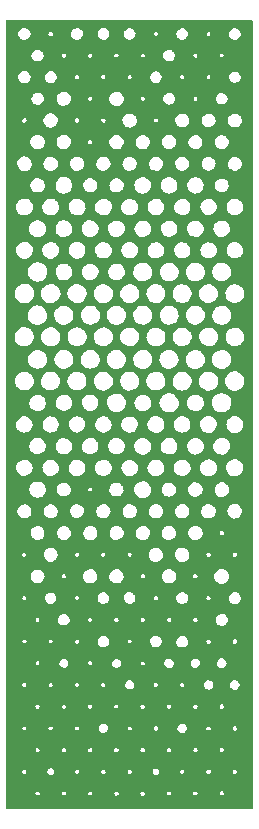
<source format=gbr>
%TF.GenerationSoftware,KiCad,Pcbnew,7.0.5*%
%TF.CreationDate,2024-12-02T14:14:43-05:00*%
%TF.ProjectId,isabel_model,69736162-656c-45f6-9d6f-64656c2e6b69,rev?*%
%TF.SameCoordinates,Original*%
%TF.FileFunction,Copper,L1,Top*%
%TF.FilePolarity,Positive*%
%FSLAX46Y46*%
G04 Gerber Fmt 4.6, Leading zero omitted, Abs format (unit mm)*
G04 Created by KiCad (PCBNEW 7.0.5) date 2024-12-02 14:14:43*
%MOMM*%
%LPD*%
G01*
G04 APERTURE LIST*
G04 APERTURE END LIST*
%TA.AperFunction,NonConductor*%
G36*
X55392539Y-16599135D02*
G01*
X55438294Y-16651939D01*
X55449500Y-16703450D01*
X55449500Y-83295500D01*
X55429815Y-83362539D01*
X55377011Y-83408294D01*
X55325500Y-83419500D01*
X34672825Y-83419500D01*
X34605786Y-83399815D01*
X34560031Y-83347011D01*
X34548825Y-83295500D01*
X34548825Y-82078261D01*
X37025839Y-82078261D01*
X37034435Y-82145492D01*
X37034494Y-82154804D01*
X37034640Y-82155511D01*
X37036149Y-82160043D01*
X37036388Y-82160804D01*
X37036787Y-82161541D01*
X37039182Y-82166164D01*
X37039487Y-82166618D01*
X37046152Y-82173231D01*
X37069816Y-82203379D01*
X37073325Y-82209486D01*
X37079309Y-82215844D01*
X37081028Y-82217829D01*
X37081156Y-82217928D01*
X37083550Y-82219144D01*
X37092686Y-82224293D01*
X37099783Y-82226202D01*
X37114198Y-82232704D01*
X37116547Y-82233894D01*
X37117194Y-82234073D01*
X37119850Y-82234271D01*
X37207208Y-82244977D01*
X37209236Y-82245304D01*
X37209945Y-82245262D01*
X37212204Y-82244620D01*
X37275947Y-82229606D01*
X37284735Y-82227536D01*
X37290767Y-82226835D01*
X37295644Y-82225247D01*
X37299152Y-82224304D01*
X37302364Y-82222275D01*
X37302960Y-82221950D01*
X37307669Y-82218002D01*
X37355189Y-82184778D01*
X37362794Y-82180555D01*
X37362899Y-82180446D01*
X37365994Y-82177225D01*
X37365999Y-82177222D01*
X37366002Y-82177216D01*
X37366028Y-82177190D01*
X37366051Y-82177153D01*
X37366059Y-82177146D01*
X37366062Y-82177136D01*
X37367694Y-82174605D01*
X37368508Y-82173350D01*
X37370864Y-82165096D01*
X37384177Y-82131719D01*
X37387262Y-82126789D01*
X37391922Y-82112656D01*
X37392573Y-82110888D01*
X37392631Y-82110506D01*
X37392696Y-82110103D01*
X37392610Y-82108092D01*
X37392569Y-82100289D01*
X39245799Y-82100289D01*
X39246252Y-82105719D01*
X39246315Y-82108105D01*
X39246476Y-82109373D01*
X39246804Y-82110372D01*
X39247788Y-82112605D01*
X39250089Y-82118716D01*
X39254840Y-82125385D01*
X39284585Y-82182954D01*
X39287795Y-82191212D01*
X39290811Y-82195002D01*
X39290814Y-82195007D01*
X39290817Y-82195010D01*
X39290847Y-82195047D01*
X39295067Y-82198740D01*
X39303441Y-82202440D01*
X39351621Y-82230696D01*
X39356840Y-82234944D01*
X39365883Y-82239310D01*
X39368080Y-82240490D01*
X39368582Y-82240641D01*
X39370970Y-82240882D01*
X39382825Y-82242566D01*
X39389666Y-82241837D01*
X39442914Y-82245128D01*
X39447536Y-82246280D01*
X39464101Y-82246525D01*
X39465809Y-82246603D01*
X39466640Y-82246467D01*
X39468790Y-82245630D01*
X39484313Y-82240398D01*
X39488423Y-82237811D01*
X39545719Y-82215411D01*
X39553463Y-82213139D01*
X39555184Y-82211979D01*
X39556218Y-82211299D01*
X39557102Y-82210436D01*
X39558673Y-82208936D01*
X39562577Y-82201805D01*
X39587150Y-82165050D01*
X39593081Y-82158349D01*
X39594838Y-82155340D01*
X39595510Y-82153691D01*
X39596877Y-82150779D01*
X39596947Y-82150578D01*
X39597031Y-82150214D01*
X39597493Y-82146815D01*
X39598440Y-82142079D01*
X39597894Y-82133714D01*
X39601428Y-82082373D01*
X41453130Y-82082373D01*
X41454273Y-82085344D01*
X41467603Y-82125387D01*
X41468148Y-82127022D01*
X41468796Y-82129224D01*
X41470204Y-82130987D01*
X41493949Y-82162931D01*
X41512899Y-82188426D01*
X41513928Y-82189892D01*
X41513966Y-82189928D01*
X41515519Y-82190918D01*
X41550751Y-82214853D01*
X41560429Y-82221428D01*
X41562595Y-82223565D01*
X41578942Y-82234028D01*
X41579531Y-82234413D01*
X41579571Y-82234429D01*
X41579573Y-82234430D01*
X41579574Y-82234430D01*
X41579594Y-82234438D01*
X41579693Y-82234477D01*
X41580854Y-82234696D01*
X41600099Y-82238747D01*
X41603520Y-82238696D01*
X41615791Y-82240882D01*
X41650187Y-82247009D01*
X41655213Y-82248845D01*
X41669967Y-82250639D01*
X41671666Y-82250898D01*
X41671871Y-82250888D01*
X41672271Y-82250872D01*
X41674024Y-82250433D01*
X41688643Y-82247279D01*
X41693384Y-82245041D01*
X41738917Y-82232624D01*
X41745970Y-82231882D01*
X41755715Y-82228314D01*
X41758192Y-82227543D01*
X41759159Y-82227011D01*
X41761048Y-82225426D01*
X41769906Y-82218660D01*
X41774324Y-82213066D01*
X41776134Y-82211425D01*
X41812116Y-82178799D01*
X41819720Y-82173361D01*
X41822386Y-82169773D01*
X41823078Y-82168883D01*
X41823563Y-82167888D01*
X41825548Y-82164021D01*
X41827077Y-82154922D01*
X41828210Y-82150983D01*
X41847565Y-82083641D01*
X41848205Y-82081704D01*
X41848259Y-82081198D01*
X41848125Y-82079873D01*
X41848044Y-82078845D01*
X41846804Y-82063032D01*
X41846716Y-82061140D01*
X41846600Y-82060675D01*
X41845705Y-82058778D01*
X41840914Y-82047591D01*
X43701118Y-82047591D01*
X43702765Y-82055832D01*
X43709474Y-82122331D01*
X43709434Y-82131099D01*
X43710835Y-82135731D01*
X43713286Y-82140392D01*
X43719601Y-82146735D01*
X43730812Y-82160790D01*
X43764180Y-82202624D01*
X43765861Y-82205607D01*
X43776122Y-82217649D01*
X43776806Y-82218480D01*
X43776944Y-82218592D01*
X43776973Y-82218616D01*
X43778008Y-82219161D01*
X43795510Y-82228854D01*
X43798611Y-82229761D01*
X43847527Y-82255022D01*
X43855041Y-82259964D01*
X43858324Y-82260869D01*
X43859472Y-82261214D01*
X43860642Y-82261318D01*
X43864666Y-82261764D01*
X43873737Y-82259892D01*
X43937232Y-82254062D01*
X43945972Y-82254168D01*
X43950036Y-82252967D01*
X43950484Y-82252840D01*
X43950846Y-82252649D01*
X43954820Y-82250604D01*
X43961103Y-82244476D01*
X43963527Y-82242566D01*
X44023865Y-82195007D01*
X44027958Y-82191781D01*
X44028405Y-82191497D01*
X44037957Y-82183911D01*
X44037964Y-82183908D01*
X44037968Y-82183902D01*
X44038002Y-82183876D01*
X44038032Y-82183840D01*
X44038036Y-82183838D01*
X44038038Y-82183833D01*
X44040706Y-82180731D01*
X44041462Y-82179888D01*
X44042280Y-82178512D01*
X44061950Y-82146815D01*
X44078110Y-82120773D01*
X44082903Y-82114330D01*
X44083322Y-82113066D01*
X44083865Y-82111538D01*
X44084097Y-82110014D01*
X44084330Y-82108659D01*
X44083189Y-82100873D01*
X44083096Y-82099409D01*
X44082195Y-82085255D01*
X45912992Y-82085255D01*
X45913287Y-82090435D01*
X45916542Y-82098963D01*
X45922558Y-82122143D01*
X45923097Y-82127754D01*
X45927055Y-82139886D01*
X45927571Y-82141629D01*
X45928756Y-82143110D01*
X45937272Y-82154414D01*
X45941921Y-82158233D01*
X45964924Y-82184968D01*
X45979960Y-82202444D01*
X45981055Y-82203716D01*
X45982595Y-82205715D01*
X45984280Y-82207504D01*
X45986191Y-82209145D01*
X45996836Y-82219495D01*
X45997838Y-82220503D01*
X45999096Y-82221339D01*
X46062249Y-82265152D01*
X46068254Y-82270081D01*
X46069504Y-82270572D01*
X46070891Y-82271147D01*
X46072406Y-82271450D01*
X46073653Y-82271725D01*
X46081418Y-82270963D01*
X46124214Y-82270256D01*
X46133518Y-82271243D01*
X46134521Y-82271153D01*
X46138147Y-82270358D01*
X46139790Y-82270048D01*
X46141275Y-82269441D01*
X46145865Y-82267708D01*
X46153494Y-82261532D01*
X46221388Y-82219490D01*
X46224108Y-82217962D01*
X46226425Y-82215976D01*
X46227679Y-82214960D01*
X46228695Y-82213697D01*
X46232712Y-82208985D01*
X46234500Y-82206268D01*
X46284899Y-82142703D01*
X46290146Y-82137054D01*
X46290292Y-82136730D01*
X46291205Y-82134858D01*
X46291708Y-82132965D01*
X46291881Y-82132371D01*
X46291606Y-82124835D01*
X46292532Y-82101397D01*
X48154853Y-82101397D01*
X48154871Y-82102173D01*
X48155460Y-82106225D01*
X48155612Y-82107472D01*
X48156022Y-82108736D01*
X48156361Y-82109877D01*
X48157118Y-82111625D01*
X48158047Y-82114263D01*
X48162984Y-82121320D01*
X48173849Y-82141824D01*
X48192864Y-82177708D01*
X48194569Y-82182635D01*
X48201129Y-82193502D01*
X48202015Y-82195064D01*
X48202020Y-82195069D01*
X48203490Y-82196223D01*
X48215395Y-82206130D01*
X48220281Y-82208547D01*
X48233015Y-82217988D01*
X48238326Y-82221925D01*
X48242143Y-82225870D01*
X48253526Y-82233321D01*
X48254906Y-82234281D01*
X48255396Y-82234492D01*
X48257412Y-82234931D01*
X48270829Y-82238375D01*
X48276773Y-82238456D01*
X48321986Y-82247038D01*
X48327738Y-82249122D01*
X48339648Y-82250546D01*
X48341811Y-82250883D01*
X48342141Y-82250869D01*
X48344277Y-82250352D01*
X48358035Y-82247544D01*
X48363590Y-82244902D01*
X48406343Y-82233184D01*
X48412392Y-82232569D01*
X48424483Y-82228369D01*
X48426350Y-82227795D01*
X48426716Y-82227593D01*
X48426720Y-82227593D01*
X48426722Y-82227590D01*
X48427169Y-82227346D01*
X48428760Y-82226018D01*
X48438773Y-82218337D01*
X48442661Y-82213538D01*
X48445172Y-82211324D01*
X48479722Y-82180862D01*
X48487546Y-82175454D01*
X48490132Y-82172049D01*
X48491008Y-82170955D01*
X48491593Y-82169792D01*
X48493756Y-82165731D01*
X48495423Y-82156379D01*
X48496021Y-82154414D01*
X48510913Y-82105446D01*
X48514416Y-82098126D01*
X48515830Y-82090600D01*
X48516638Y-82087328D01*
X48516659Y-82086854D01*
X48516633Y-82086415D01*
X48516139Y-82083182D01*
X48516012Y-82081783D01*
X50376008Y-82081783D01*
X50376172Y-82083178D01*
X50376308Y-82084570D01*
X50379394Y-82091690D01*
X50396462Y-82141826D01*
X50407153Y-82173231D01*
X50407429Y-82174040D01*
X50408046Y-82176069D01*
X50408236Y-82176363D01*
X50409626Y-82178070D01*
X50419866Y-82191695D01*
X50420705Y-82192867D01*
X50420834Y-82192986D01*
X50422194Y-82193832D01*
X50479340Y-82231416D01*
X50484949Y-82236401D01*
X50491862Y-82240024D01*
X50494462Y-82241559D01*
X50494955Y-82241731D01*
X50497987Y-82242159D01*
X50506712Y-82243854D01*
X50514425Y-82243368D01*
X50555757Y-82247211D01*
X50557287Y-82247704D01*
X50559506Y-82247881D01*
X50560874Y-82248262D01*
X50582638Y-82249734D01*
X50583826Y-82249830D01*
X50586053Y-82249173D01*
X50597124Y-82246391D01*
X50601192Y-82244473D01*
X50612637Y-82241016D01*
X50614143Y-82240074D01*
X50647065Y-82229605D01*
X50651085Y-82229102D01*
X50666300Y-82223612D01*
X50668813Y-82222846D01*
X50669626Y-82222385D01*
X50671414Y-82220752D01*
X50686058Y-82208533D01*
X50688342Y-82205457D01*
X50722398Y-82174942D01*
X50730407Y-82169352D01*
X50732647Y-82166323D01*
X50733930Y-82164711D01*
X50734820Y-82162931D01*
X50736717Y-82159424D01*
X50738407Y-82149904D01*
X50755660Y-82093368D01*
X52608577Y-82093368D01*
X52608578Y-82093419D01*
X52608946Y-82094712D01*
X52613163Y-82110787D01*
X52615035Y-82114472D01*
X52630116Y-82163842D01*
X52631365Y-82171559D01*
X52633913Y-82177457D01*
X52634763Y-82179732D01*
X52635087Y-82180391D01*
X52636062Y-82181682D01*
X52637588Y-82183334D01*
X52641397Y-82187987D01*
X52647951Y-82192751D01*
X52683033Y-82226641D01*
X52685520Y-82230031D01*
X52697202Y-82240423D01*
X52698339Y-82241495D01*
X52698596Y-82241651D01*
X52698743Y-82241742D01*
X52700187Y-82242270D01*
X52716793Y-82248879D01*
X52721237Y-82249535D01*
X52735159Y-82254392D01*
X52738842Y-82256493D01*
X52755613Y-82261589D01*
X52756933Y-82262023D01*
X52757079Y-82262040D01*
X52757265Y-82262062D01*
X52758664Y-82261955D01*
X52777464Y-82260960D01*
X52781616Y-82259732D01*
X52843472Y-82253906D01*
X52852806Y-82254108D01*
X52857064Y-82252844D01*
X52858163Y-82252543D01*
X52859090Y-82252066D01*
X52863325Y-82249989D01*
X52870038Y-82243580D01*
X52933047Y-82196063D01*
X52936658Y-82194165D01*
X52947877Y-82184968D01*
X52949931Y-82183377D01*
X52951941Y-82180375D01*
X52952043Y-82180243D01*
X52954726Y-82174895D01*
X52992769Y-82112780D01*
X52995028Y-82109614D01*
X52995343Y-82108680D01*
X52995611Y-82106582D01*
X52994411Y-82099409D01*
X52994368Y-82098963D01*
X52990052Y-82053719D01*
X52990232Y-82044471D01*
X52988770Y-82039516D01*
X52988666Y-82039147D01*
X52988632Y-82039079D01*
X52988631Y-82039075D01*
X52988627Y-82039070D01*
X52986375Y-82034585D01*
X52980201Y-82028165D01*
X52930303Y-81963589D01*
X52928730Y-81961266D01*
X52928042Y-81960424D01*
X52926526Y-81959196D01*
X52924407Y-81957796D01*
X52870326Y-81916502D01*
X52865043Y-81911014D01*
X52857509Y-81906352D01*
X52855766Y-81905155D01*
X52854976Y-81904723D01*
X52853999Y-81904398D01*
X52851932Y-81903951D01*
X52844577Y-81901984D01*
X52837040Y-81901850D01*
X52780665Y-81892745D01*
X52772534Y-81890600D01*
X52769219Y-81890723D01*
X52768243Y-81890749D01*
X52766560Y-81891159D01*
X52764360Y-81891679D01*
X52757282Y-81895770D01*
X52690285Y-81926523D01*
X52683210Y-81928581D01*
X52675479Y-81933062D01*
X52673813Y-81933941D01*
X52673233Y-81934335D01*
X52672677Y-81934868D01*
X52671451Y-81936316D01*
X52665494Y-81942784D01*
X52661945Y-81949250D01*
X52630605Y-81990554D01*
X52625034Y-81996208D01*
X52622443Y-82000643D01*
X52621379Y-82002255D01*
X52620981Y-82003050D01*
X52620682Y-82003626D01*
X52620546Y-82004062D01*
X52620083Y-82005482D01*
X52619705Y-82007370D01*
X52618402Y-82012297D01*
X52618402Y-82020539D01*
X52611478Y-82071949D01*
X52610310Y-82075673D01*
X52608711Y-82092197D01*
X52608577Y-82093368D01*
X50755660Y-82093368D01*
X50758892Y-82082779D01*
X50759415Y-82081238D01*
X50759440Y-82081056D01*
X50759453Y-82080958D01*
X50759455Y-82080953D01*
X50759454Y-82080947D01*
X50759473Y-82080809D01*
X50759382Y-82079567D01*
X50758617Y-82065014D01*
X50758579Y-82063223D01*
X50758460Y-82062671D01*
X50757739Y-82061035D01*
X50733556Y-82001161D01*
X50730678Y-81994035D01*
X50728736Y-81986055D01*
X50725530Y-81980177D01*
X50724146Y-81977247D01*
X50723934Y-81976886D01*
X50723930Y-81976881D01*
X50723422Y-81976319D01*
X50721131Y-81974235D01*
X50717471Y-81970488D01*
X50710615Y-81966329D01*
X50710267Y-81966049D01*
X50668834Y-81932695D01*
X50664571Y-81927883D01*
X50654077Y-81920612D01*
X50652266Y-81919260D01*
X50650289Y-81918749D01*
X50639528Y-81915607D01*
X50633374Y-81915228D01*
X50606234Y-81909359D01*
X50579226Y-81903518D01*
X50571461Y-81900675D01*
X50565688Y-81900147D01*
X50563699Y-81899849D01*
X50563028Y-81899832D01*
X50562016Y-81899787D01*
X50560921Y-81899936D01*
X50560657Y-81899966D01*
X50558733Y-81900432D01*
X50553173Y-81901472D01*
X50545949Y-81904833D01*
X50491508Y-81921858D01*
X50486123Y-81922609D01*
X50472998Y-81927559D01*
X50471705Y-81928012D01*
X50471595Y-81928066D01*
X50471160Y-81928369D01*
X50469959Y-81929441D01*
X50460405Y-81937424D01*
X50456889Y-81942032D01*
X50414972Y-81981856D01*
X50408384Y-81986633D01*
X50404947Y-81990811D01*
X50403643Y-81992230D01*
X50403370Y-81992612D01*
X50402753Y-81993437D01*
X50402390Y-81994162D01*
X50401932Y-81995040D01*
X50401231Y-81996913D01*
X50399157Y-82001593D01*
X50397847Y-82009630D01*
X50379001Y-82071855D01*
X50376215Y-82078965D01*
X50376114Y-82080482D01*
X50376008Y-82081783D01*
X48516012Y-82081783D01*
X48515593Y-82077179D01*
X48512902Y-82069660D01*
X48512144Y-82066001D01*
X48502682Y-82020296D01*
X48502024Y-82017118D01*
X48501317Y-82007604D01*
X48500922Y-82006202D01*
X48499484Y-82002828D01*
X48498714Y-82000826D01*
X48497531Y-81998987D01*
X48496241Y-81996808D01*
X48494747Y-81994909D01*
X48487893Y-81989055D01*
X48451073Y-81948610D01*
X48443799Y-81940620D01*
X48438701Y-81933764D01*
X48435221Y-81931212D01*
X48431410Y-81929408D01*
X48423051Y-81928179D01*
X48336090Y-81906574D01*
X48334184Y-81906038D01*
X48332268Y-81906259D01*
X48304717Y-81908615D01*
X48297595Y-81909224D01*
X48296213Y-81909308D01*
X48295987Y-81909349D01*
X48295915Y-81909374D01*
X48294783Y-81909920D01*
X48223894Y-81942268D01*
X48215914Y-81944803D01*
X48213557Y-81946320D01*
X48211926Y-81947218D01*
X48210298Y-81948381D01*
X48209907Y-81948652D01*
X48209571Y-81948994D01*
X48205964Y-81952564D01*
X48205326Y-81953358D01*
X48201118Y-81961382D01*
X48169041Y-82007851D01*
X48163607Y-82014050D01*
X48162444Y-82016410D01*
X48161484Y-82018083D01*
X48161068Y-82019061D01*
X48160679Y-82019928D01*
X48160543Y-82020499D01*
X48159227Y-82025719D01*
X48159794Y-82035057D01*
X48156506Y-82092169D01*
X48154853Y-82101397D01*
X46292532Y-82101397D01*
X46294164Y-82060108D01*
X46295323Y-82051718D01*
X46294856Y-82048876D01*
X46294658Y-82047618D01*
X46294659Y-82047615D01*
X46294657Y-82047611D01*
X46294651Y-82047568D01*
X46294633Y-82047520D01*
X46294632Y-82047514D01*
X46294628Y-82047508D01*
X46294302Y-82046641D01*
X46293313Y-82043931D01*
X46288294Y-82037330D01*
X46278389Y-82021413D01*
X46239295Y-81958589D01*
X46237933Y-81956171D01*
X46235837Y-81954512D01*
X46194267Y-81918749D01*
X46193619Y-81918176D01*
X46192706Y-81917855D01*
X46156141Y-81904398D01*
X46116105Y-81889663D01*
X46108329Y-81885853D01*
X46103698Y-81885107D01*
X46099092Y-81885252D01*
X46090895Y-81888055D01*
X46030643Y-81901974D01*
X46022678Y-81903085D01*
X46020006Y-81904336D01*
X46019513Y-81904556D01*
X46018422Y-81905355D01*
X46016638Y-81906641D01*
X46011775Y-81913073D01*
X45957547Y-81972875D01*
X45956073Y-81974326D01*
X45956050Y-81974357D01*
X45955087Y-81975523D01*
X45954354Y-81976848D01*
X45954340Y-81976871D01*
X45953527Y-81978767D01*
X45937317Y-82011355D01*
X45936505Y-82012894D01*
X45935999Y-82014591D01*
X45917171Y-82072393D01*
X45913559Y-82080472D01*
X45912992Y-82085255D01*
X44082195Y-82085255D01*
X44080922Y-82065250D01*
X44081588Y-82057047D01*
X44080455Y-82050810D01*
X44080056Y-82047428D01*
X44079751Y-82046482D01*
X44078147Y-82043620D01*
X44075469Y-82038130D01*
X44070347Y-82032101D01*
X44029851Y-81968441D01*
X44027891Y-81965033D01*
X44026506Y-81963112D01*
X44023804Y-81960214D01*
X44022095Y-81958219D01*
X44021059Y-81957417D01*
X44018799Y-81955985D01*
X43948757Y-81905118D01*
X43942376Y-81899408D01*
X43938182Y-81897449D01*
X43938130Y-81897436D01*
X43938129Y-81897435D01*
X43933967Y-81896407D01*
X43925490Y-81896860D01*
X43858196Y-81893800D01*
X43849848Y-81892592D01*
X43845579Y-81893235D01*
X43841786Y-81894605D01*
X43835187Y-81899483D01*
X43760197Y-81944672D01*
X43758435Y-81945596D01*
X43757930Y-81945946D01*
X43756917Y-81946614D01*
X43755981Y-81947508D01*
X43753101Y-81950129D01*
X43750556Y-81953172D01*
X43749794Y-81954044D01*
X43749168Y-81955087D01*
X43749055Y-81955265D01*
X43748218Y-81957033D01*
X43707199Y-82032932D01*
X43702627Y-82039785D01*
X43701526Y-82043452D01*
X43701403Y-82044762D01*
X43701118Y-82047591D01*
X41840914Y-82047591D01*
X41840881Y-82047514D01*
X41826078Y-82012955D01*
X41825987Y-82012188D01*
X41811090Y-81977959D01*
X41811088Y-81977955D01*
X41811067Y-81977905D01*
X41810847Y-81977690D01*
X41793855Y-81961084D01*
X41793553Y-81960887D01*
X41759223Y-81927529D01*
X41756055Y-81923177D01*
X41745058Y-81913631D01*
X41743752Y-81912433D01*
X41743655Y-81912374D01*
X41741907Y-81911733D01*
X41729289Y-81906673D01*
X41723916Y-81905808D01*
X41674906Y-81889361D01*
X41667619Y-81886207D01*
X41665631Y-81886007D01*
X41664490Y-81885879D01*
X41663392Y-81885972D01*
X41661605Y-81886100D01*
X41654457Y-81888916D01*
X41626403Y-81897424D01*
X41610060Y-81902380D01*
X41608080Y-81902910D01*
X41608011Y-81902937D01*
X41606452Y-81904120D01*
X41543702Y-81948842D01*
X41541059Y-81950445D01*
X41536681Y-81953808D01*
X41536166Y-81954191D01*
X41535797Y-81954591D01*
X41531723Y-81958879D01*
X41529873Y-81961313D01*
X41478155Y-82019653D01*
X41477476Y-82020396D01*
X41477094Y-82021413D01*
X41470203Y-82038869D01*
X41454652Y-82078261D01*
X41454421Y-82078845D01*
X41453151Y-82081685D01*
X41453130Y-82082373D01*
X39601428Y-82082373D01*
X39601509Y-82081198D01*
X39602535Y-82066296D01*
X39602534Y-82066289D01*
X39602420Y-82065949D01*
X39596188Y-82047326D01*
X39581393Y-82003115D01*
X39580272Y-81996236D01*
X39575949Y-81986167D01*
X39575038Y-81983776D01*
X39574877Y-81983517D01*
X39573159Y-81981690D01*
X39566488Y-81973984D01*
X39560953Y-81970016D01*
X39524772Y-81934554D01*
X39518365Y-81928273D01*
X39517180Y-81927049D01*
X39515963Y-81926201D01*
X39515697Y-81926006D01*
X39512542Y-81924799D01*
X39511192Y-81924244D01*
X39510169Y-81924027D01*
X39508082Y-81923809D01*
X39451270Y-81915020D01*
X39450153Y-81914562D01*
X39421630Y-81910436D01*
X39421519Y-81910418D01*
X39421504Y-81910418D01*
X39421502Y-81910418D01*
X39421500Y-81910418D01*
X39421497Y-81910418D01*
X39421493Y-81910419D01*
X39405587Y-81914313D01*
X39405009Y-81914543D01*
X39349935Y-81928322D01*
X39345339Y-81928688D01*
X39330821Y-81933044D01*
X39329516Y-81933406D01*
X39328564Y-81934139D01*
X39316740Y-81942897D01*
X39313687Y-81946337D01*
X39279922Y-81973873D01*
X39275369Y-81976523D01*
X39265642Y-81985411D01*
X39264453Y-81986445D01*
X39263823Y-81987682D01*
X39256487Y-82001381D01*
X39255136Y-82006325D01*
X39254332Y-82008036D01*
X39253879Y-82008819D01*
X39249842Y-82017590D01*
X39249729Y-82017833D01*
X39249728Y-82017838D01*
X39249680Y-82018321D01*
X39249655Y-82019372D01*
X39248554Y-82041788D01*
X39248835Y-82043458D01*
X39247130Y-82092424D01*
X39245799Y-82100289D01*
X37392569Y-82100289D01*
X37392545Y-82095751D01*
X37391170Y-82089963D01*
X37390397Y-82079066D01*
X37390329Y-82076660D01*
X37390196Y-82076066D01*
X37389224Y-82073871D01*
X37386239Y-82066296D01*
X37368156Y-82020400D01*
X37360576Y-82001161D01*
X37359081Y-81994323D01*
X37354296Y-81984637D01*
X37353203Y-81982171D01*
X37351297Y-81980345D01*
X37344704Y-81973496D01*
X37338899Y-81969767D01*
X37296505Y-81932626D01*
X37291429Y-81926676D01*
X37285482Y-81922490D01*
X37283580Y-81920989D01*
X37282667Y-81920402D01*
X37282097Y-81920173D01*
X37279702Y-81919491D01*
X37273286Y-81917326D01*
X37265897Y-81916672D01*
X37209248Y-81903827D01*
X37201146Y-81900877D01*
X37197901Y-81900623D01*
X37196113Y-81900358D01*
X37193897Y-81900285D01*
X37193525Y-81900268D01*
X37192996Y-81900341D01*
X37191439Y-81900533D01*
X37189607Y-81900978D01*
X37186546Y-81901521D01*
X37179037Y-81905026D01*
X37114461Y-81926222D01*
X37105568Y-81928059D01*
X37100683Y-81930752D01*
X37096397Y-81934244D01*
X37091373Y-81941829D01*
X37061714Y-81977171D01*
X37057933Y-81980371D01*
X37048797Y-81992444D01*
X37047882Y-81993593D01*
X37047766Y-81993784D01*
X37047763Y-81993789D01*
X37047340Y-81995254D01*
X37042931Y-82009205D01*
X37042489Y-82014223D01*
X37025876Y-82078115D01*
X37025839Y-82078249D01*
X37025839Y-82078261D01*
X34548825Y-82078261D01*
X34548825Y-80202636D01*
X35910869Y-80202636D01*
X35912130Y-80210967D01*
X35913600Y-80267792D01*
X35912737Y-80276116D01*
X35913397Y-80280238D01*
X35913590Y-80282264D01*
X35913756Y-80283006D01*
X35914007Y-80284264D01*
X35914502Y-80285483D01*
X35914834Y-80286362D01*
X35915742Y-80288096D01*
X35917541Y-80292169D01*
X35922897Y-80298766D01*
X35956788Y-80354239D01*
X35964418Y-80366729D01*
X35966679Y-80370429D01*
X35967151Y-80371226D01*
X35967786Y-80371704D01*
X36004797Y-80400233D01*
X36005226Y-80400563D01*
X36010141Y-80405664D01*
X36017517Y-80410367D01*
X36019805Y-80411982D01*
X36020207Y-80412159D01*
X36022852Y-80412758D01*
X36033131Y-80415571D01*
X36040340Y-80415705D01*
X36065191Y-80420240D01*
X36095318Y-80425738D01*
X36103293Y-80427967D01*
X36106300Y-80427870D01*
X36106935Y-80427859D01*
X36106940Y-80427860D01*
X36106944Y-80427858D01*
X36106997Y-80427858D01*
X36108133Y-80427609D01*
X36110596Y-80427093D01*
X36117811Y-80423039D01*
X36200574Y-80386074D01*
X36203393Y-80384985D01*
X36203833Y-80384704D01*
X36206015Y-80382610D01*
X36206871Y-80381868D01*
X36212549Y-80376947D01*
X36217164Y-80373865D01*
X36222592Y-80368466D01*
X36224789Y-80366447D01*
X36226457Y-80363610D01*
X36228735Y-80358207D01*
X36233241Y-80349470D01*
X36242525Y-80331466D01*
X36255704Y-80305909D01*
X36259929Y-80300256D01*
X36264266Y-80289798D01*
X36265270Y-80287647D01*
X36265494Y-80286747D01*
X36265596Y-80284395D01*
X36266462Y-80274431D01*
X36265432Y-80267624D01*
X36265451Y-80262295D01*
X36265535Y-80238546D01*
X38026762Y-80238546D01*
X38026970Y-80239724D01*
X38029848Y-80257986D01*
X38031403Y-80261848D01*
X38044826Y-80329501D01*
X38045062Y-80335248D01*
X38048141Y-80346839D01*
X38048604Y-80348831D01*
X38049826Y-80350541D01*
X38057442Y-80361965D01*
X38061773Y-80365991D01*
X38119645Y-80441841D01*
X38121428Y-80444430D01*
X38121468Y-80444469D01*
X38121723Y-80444671D01*
X38124360Y-80446382D01*
X38165132Y-80476136D01*
X38167657Y-80478211D01*
X38167789Y-80478299D01*
X38168218Y-80478528D01*
X38171379Y-80479496D01*
X38269767Y-80515656D01*
X38275891Y-80519047D01*
X38285476Y-80521667D01*
X38288190Y-80522532D01*
X38291281Y-80522268D01*
X38301686Y-80521899D01*
X38308720Y-80519820D01*
X38386634Y-80510124D01*
X38393216Y-80510354D01*
X38403954Y-80508172D01*
X38406484Y-80507769D01*
X38406983Y-80507581D01*
X38409222Y-80506192D01*
X38419224Y-80500600D01*
X38424256Y-80495846D01*
X38513901Y-80435797D01*
X38516232Y-80434382D01*
X38516527Y-80434110D01*
X38518181Y-80431816D01*
X38571582Y-80364843D01*
X38573485Y-80362713D01*
X38573816Y-80362114D01*
X38574355Y-80360223D01*
X38576898Y-80352277D01*
X38603694Y-80268542D01*
X38607838Y-80259669D01*
X38607991Y-80259038D01*
X38608376Y-80255459D01*
X38608721Y-80253127D01*
X38608573Y-80250793D01*
X38608487Y-80247338D01*
X38605144Y-80238183D01*
X38603827Y-80232562D01*
X40362668Y-80232562D01*
X40362826Y-80234696D01*
X40363123Y-80244154D01*
X40365036Y-80251034D01*
X40371091Y-80301096D01*
X40371189Y-80310052D01*
X40372781Y-80314997D01*
X40375300Y-80319675D01*
X40381722Y-80325984D01*
X40419310Y-80372121D01*
X40426502Y-80380949D01*
X40427692Y-80382409D01*
X40429578Y-80384964D01*
X40432530Y-80386783D01*
X40434083Y-80387869D01*
X40439654Y-80390321D01*
X40476546Y-80410840D01*
X40479755Y-80412953D01*
X40483100Y-80414598D01*
X40484685Y-80415439D01*
X40486391Y-80415945D01*
X40490365Y-80417256D01*
X40494006Y-80417975D01*
X40540834Y-80431031D01*
X40543947Y-80432093D01*
X40544860Y-80432212D01*
X40545431Y-80432122D01*
X40548406Y-80431019D01*
X40556737Y-80428405D01*
X40614009Y-80410434D01*
X40621433Y-80409297D01*
X40629377Y-80405939D01*
X40632137Y-80404938D01*
X40632882Y-80404484D01*
X40635048Y-80402498D01*
X40641810Y-80396918D01*
X40646261Y-80390824D01*
X40685931Y-80351093D01*
X40692104Y-80346575D01*
X40697577Y-80339896D01*
X40699591Y-80337693D01*
X40700051Y-80336936D01*
X40701033Y-80334216D01*
X40704343Y-80326325D01*
X40705464Y-80318882D01*
X40721312Y-80267725D01*
X40724779Y-80260461D01*
X40726014Y-80253997D01*
X40726872Y-80250645D01*
X40726919Y-80249814D01*
X40726434Y-80246519D01*
X40725839Y-80239901D01*
X40723194Y-80232457D01*
X40717306Y-80203367D01*
X42581025Y-80203367D01*
X42582142Y-80212460D01*
X42582528Y-80269562D01*
X42581555Y-80278069D01*
X42581953Y-80280588D01*
X42582113Y-80282421D01*
X42582461Y-80284104D01*
X42582621Y-80284951D01*
X42582895Y-80285648D01*
X42584758Y-80290616D01*
X42590630Y-80298040D01*
X42625025Y-80354239D01*
X42626329Y-80357390D01*
X42634744Y-80370188D01*
X42635349Y-80371151D01*
X42635422Y-80371226D01*
X42635424Y-80371229D01*
X42635425Y-80371229D01*
X42635531Y-80371339D01*
X42636516Y-80372028D01*
X42652147Y-80383464D01*
X42655464Y-80384896D01*
X42692083Y-80409863D01*
X42693491Y-80410881D01*
X42693690Y-80410972D01*
X42695501Y-80411400D01*
X42740629Y-80423534D01*
X42771116Y-80431731D01*
X42772071Y-80432005D01*
X42772082Y-80432006D01*
X42772159Y-80432012D01*
X42772162Y-80432013D01*
X42772164Y-80432012D01*
X42772484Y-80432038D01*
X42774239Y-80431807D01*
X42795176Y-80429762D01*
X42797135Y-80429641D01*
X42797840Y-80429455D01*
X42799617Y-80428589D01*
X42876072Y-80394723D01*
X42878500Y-80393783D01*
X42879070Y-80393394D01*
X42880828Y-80391477D01*
X42926906Y-80345778D01*
X42931178Y-80342861D01*
X42942114Y-80330825D01*
X42943228Y-80329666D01*
X42943368Y-80329445D01*
X42943371Y-80329443D01*
X42943372Y-80329439D01*
X42943412Y-80329377D01*
X42943526Y-80329199D01*
X42944157Y-80327585D01*
X42949915Y-80314096D01*
X42950856Y-80308704D01*
X42961494Y-80279236D01*
X44823438Y-80279236D01*
X44824023Y-80287040D01*
X44824085Y-80289113D01*
X44824188Y-80289879D01*
X44824536Y-80290966D01*
X44825366Y-80292853D01*
X44828164Y-80300170D01*
X44832581Y-80306447D01*
X44855651Y-80352132D01*
X44861069Y-80362862D01*
X44864345Y-80371875D01*
X44864495Y-80372121D01*
X44866748Y-80374945D01*
X44867888Y-80376472D01*
X44869327Y-80377756D01*
X44871962Y-80380266D01*
X44872888Y-80380949D01*
X44881530Y-80384951D01*
X44931365Y-80416168D01*
X44938336Y-80421666D01*
X44943079Y-80423506D01*
X44943086Y-80423510D01*
X44943093Y-80423511D01*
X44943139Y-80423529D01*
X44943170Y-80423534D01*
X44943171Y-80423535D01*
X44943171Y-80423534D01*
X44948349Y-80424486D01*
X44957225Y-80423448D01*
X45018917Y-80423073D01*
X45028073Y-80424193D01*
X45030065Y-80424045D01*
X45033020Y-80423427D01*
X45035252Y-80423047D01*
X45037383Y-80422211D01*
X45040060Y-80421277D01*
X45042115Y-80420240D01*
X45049388Y-80414490D01*
X45119945Y-80372240D01*
X45121492Y-80371376D01*
X45121669Y-80371223D01*
X45122725Y-80369876D01*
X45146944Y-80340685D01*
X45148533Y-80338940D01*
X45148935Y-80338238D01*
X45149526Y-80336347D01*
X45172788Y-80270463D01*
X45176967Y-80262295D01*
X45177589Y-80260117D01*
X45178154Y-80256354D01*
X45178520Y-80254364D01*
X45178477Y-80252329D01*
X45178219Y-80250156D01*
X45178101Y-80247852D01*
X46939313Y-80247852D01*
X46939329Y-80248217D01*
X46939616Y-80250013D01*
X46950109Y-80332720D01*
X46950016Y-80336159D01*
X46952379Y-80350877D01*
X46952531Y-80351935D01*
X46952601Y-80352132D01*
X46953171Y-80353086D01*
X46963160Y-80370588D01*
X46965389Y-80373021D01*
X46993891Y-80419680D01*
X46995027Y-80422465D01*
X47004035Y-80436331D01*
X47004533Y-80437121D01*
X47004656Y-80437249D01*
X47005606Y-80437911D01*
X47022405Y-80450154D01*
X47025331Y-80451403D01*
X47104447Y-80505686D01*
X47106113Y-80506919D01*
X47106574Y-80507133D01*
X47108581Y-80507642D01*
X47149015Y-80519453D01*
X47199594Y-80534228D01*
X47207116Y-80537653D01*
X47213047Y-80538647D01*
X47216398Y-80539432D01*
X47217557Y-80539468D01*
X47220823Y-80538923D01*
X47227454Y-80538215D01*
X47235085Y-80535293D01*
X47305677Y-80519452D01*
X47311564Y-80519138D01*
X47324097Y-80515471D01*
X47326059Y-80514976D01*
X47326443Y-80514787D01*
X47326445Y-80514787D01*
X47326446Y-80514785D01*
X47326493Y-80514763D01*
X47326868Y-80514582D01*
X47328466Y-80513379D01*
X47340215Y-80505238D01*
X47344263Y-80500625D01*
X47430687Y-80431941D01*
X47432551Y-80430583D01*
X47433015Y-80430073D01*
X47434153Y-80428183D01*
X47485870Y-80349465D01*
X47490529Y-80344471D01*
X47496263Y-80334052D01*
X47497592Y-80331879D01*
X47497805Y-80331299D01*
X47498149Y-80329075D01*
X47500471Y-80317067D01*
X47500170Y-80310633D01*
X47508763Y-80238301D01*
X47510777Y-80231164D01*
X47510792Y-80230602D01*
X49273393Y-80230602D01*
X49273576Y-80232257D01*
X49274779Y-80246396D01*
X49276446Y-80251606D01*
X49283380Y-80299916D01*
X49283524Y-80308321D01*
X49284515Y-80311757D01*
X49284959Y-80313785D01*
X49285109Y-80314205D01*
X49285605Y-80315733D01*
X49286365Y-80317092D01*
X49288205Y-80320602D01*
X49289580Y-80322585D01*
X49296158Y-80328893D01*
X49340750Y-80384677D01*
X49341589Y-80385774D01*
X49342766Y-80386453D01*
X49356624Y-80394839D01*
X49363937Y-80399265D01*
X49365530Y-80400292D01*
X49367533Y-80400646D01*
X49442304Y-80416335D01*
X49449980Y-80419068D01*
X49455190Y-80419518D01*
X49457822Y-80419911D01*
X49459208Y-80419981D01*
X49460396Y-80419798D01*
X49463036Y-80419134D01*
X49469069Y-80418005D01*
X49476586Y-80414385D01*
X49528846Y-80397934D01*
X49536485Y-80396748D01*
X49543787Y-80393607D01*
X49546746Y-80392530D01*
X49547659Y-80391972D01*
X49549959Y-80389840D01*
X49556159Y-80384716D01*
X49560702Y-80378449D01*
X49600072Y-80338568D01*
X49606945Y-80333305D01*
X49609658Y-80330226D01*
X49611097Y-80328057D01*
X49612562Y-80326028D01*
X49613352Y-80324247D01*
X49614121Y-80321962D01*
X49615846Y-80317804D01*
X49616915Y-80309297D01*
X49637277Y-80233069D01*
X49638091Y-80230486D01*
X49638072Y-80230331D01*
X49636897Y-80217510D01*
X49636792Y-80215225D01*
X49636661Y-80214732D01*
X49636638Y-80214688D01*
X49636638Y-80214687D01*
X49636599Y-80214614D01*
X49636498Y-80214417D01*
X49636497Y-80214416D01*
X49628688Y-80199184D01*
X51489020Y-80199184D01*
X51489039Y-80199491D01*
X51491127Y-80232021D01*
X51494105Y-80278427D01*
X51494045Y-80279342D01*
X51495156Y-80294804D01*
X51495163Y-80294912D01*
X51495164Y-80294915D01*
X51506445Y-80317979D01*
X51507305Y-80319046D01*
X51536087Y-80376248D01*
X51536155Y-80376385D01*
X51536156Y-80376386D01*
X51536157Y-80376387D01*
X51536224Y-80376445D01*
X51545460Y-80384616D01*
X51555591Y-80393580D01*
X51556882Y-80394794D01*
X51557288Y-80395037D01*
X51559383Y-80395730D01*
X51621398Y-80419109D01*
X51622428Y-80419733D01*
X51629418Y-80422289D01*
X51634753Y-80424994D01*
X51640718Y-80426650D01*
X51642997Y-80427390D01*
X51644113Y-80427345D01*
X51671092Y-80426595D01*
X51672803Y-80426114D01*
X51718961Y-80424151D01*
X51721975Y-80424571D01*
X51739779Y-80423324D01*
X51741840Y-80423251D01*
X51742519Y-80423070D01*
X51745000Y-80421760D01*
X51762184Y-80413845D01*
X51764776Y-80411825D01*
X51812391Y-80388164D01*
X51821057Y-80385020D01*
X51824486Y-80382379D01*
X51825331Y-80381755D01*
X51825927Y-80381082D01*
X51829125Y-80377594D01*
X51833022Y-80369232D01*
X51849522Y-80342367D01*
X51850773Y-80341158D01*
X51858424Y-80328294D01*
X51862000Y-80323695D01*
X51865048Y-80317580D01*
X51866748Y-80314532D01*
X51867496Y-80310999D01*
X51867986Y-80304995D01*
X51869969Y-80292902D01*
X51869866Y-80290765D01*
X51876122Y-80247675D01*
X53712265Y-80247675D01*
X53712528Y-80249122D01*
X53715143Y-80265624D01*
X53716839Y-80269867D01*
X53721969Y-80294912D01*
X53726075Y-80314964D01*
X53727285Y-80320869D01*
X53727817Y-80328751D01*
X53729713Y-80334541D01*
X53730422Y-80337152D01*
X53730612Y-80337650D01*
X53731413Y-80338935D01*
X53732914Y-80340894D01*
X53736162Y-80345717D01*
X53742355Y-80351135D01*
X53785467Y-80401061D01*
X53785470Y-80401063D01*
X53785720Y-80401189D01*
X53788325Y-80402517D01*
X53806369Y-80411717D01*
X53809054Y-80413264D01*
X53809538Y-80413425D01*
X53812716Y-80413826D01*
X53889185Y-80427789D01*
X53895592Y-80430078D01*
X53906741Y-80431211D01*
X53909009Y-80431541D01*
X53909947Y-80431491D01*
X53912109Y-80430942D01*
X53924141Y-80428405D01*
X53930288Y-80425386D01*
X53982036Y-80410167D01*
X53989376Y-80409207D01*
X53998159Y-80405715D01*
X54000905Y-80404773D01*
X54001368Y-80404502D01*
X54003612Y-80402517D01*
X54011125Y-80396527D01*
X54015618Y-80390569D01*
X54055861Y-80351888D01*
X54063805Y-80346023D01*
X54064186Y-80345603D01*
X54066464Y-80342317D01*
X54067850Y-80340473D01*
X54068836Y-80338347D01*
X54070390Y-80335307D01*
X54070661Y-80334542D01*
X54072049Y-80324997D01*
X54080402Y-80294804D01*
X54088675Y-80264898D01*
X54091983Y-80257387D01*
X54092936Y-80251263D01*
X54093663Y-80248011D01*
X54093735Y-80247450D01*
X54093751Y-80246722D01*
X54093131Y-80243258D01*
X54092433Y-80237275D01*
X54089592Y-80229888D01*
X54074924Y-80166726D01*
X54073832Y-80157978D01*
X54071899Y-80153738D01*
X54069391Y-80150187D01*
X54062576Y-80144945D01*
X54062381Y-80144761D01*
X54014931Y-80100082D01*
X54008835Y-80092790D01*
X54004285Y-80089930D01*
X54003855Y-80089652D01*
X54003369Y-80089455D01*
X53998956Y-80087601D01*
X53989835Y-80086776D01*
X53894728Y-80067297D01*
X53894607Y-80067271D01*
X53894605Y-80067271D01*
X53894601Y-80067271D01*
X53894599Y-80067271D01*
X53894517Y-80067286D01*
X53889486Y-80068189D01*
X53817392Y-80081131D01*
X53808646Y-80081766D01*
X53804128Y-80083522D01*
X53800019Y-80086071D01*
X53794241Y-80092718D01*
X53745392Y-80138204D01*
X53743302Y-80139994D01*
X53743245Y-80140081D01*
X53741917Y-80142632D01*
X53735500Y-80153658D01*
X53734472Y-80155266D01*
X53734133Y-80155947D01*
X53733824Y-80156974D01*
X53733467Y-80158851D01*
X53717188Y-80227127D01*
X53715476Y-80231174D01*
X53712544Y-80246372D01*
X53712265Y-80247675D01*
X51876122Y-80247675D01*
X51876276Y-80246613D01*
X51877343Y-80243661D01*
X51879513Y-80225075D01*
X51880055Y-80222103D01*
X51880019Y-80221168D01*
X51879714Y-80220024D01*
X51875321Y-80202365D01*
X51874173Y-80199931D01*
X51864577Y-80164983D01*
X51864461Y-80162431D01*
X51857469Y-80138988D01*
X51857136Y-80137774D01*
X51857072Y-80137649D01*
X51857072Y-80137647D01*
X51857070Y-80137644D01*
X51857050Y-80137605D01*
X51856566Y-80136992D01*
X51844295Y-80121096D01*
X51842514Y-80119564D01*
X51841338Y-80118103D01*
X51841251Y-80117993D01*
X51841250Y-80117992D01*
X51841200Y-80117964D01*
X51794483Y-80091888D01*
X51794187Y-80091599D01*
X51765146Y-80075513D01*
X51764877Y-80075364D01*
X51764875Y-80075363D01*
X51764683Y-80075341D01*
X51764485Y-80075319D01*
X51669977Y-80064534D01*
X51668240Y-80064289D01*
X51666722Y-80064662D01*
X51594394Y-80080676D01*
X51588594Y-80081046D01*
X51577239Y-80084345D01*
X51575287Y-80084845D01*
X51573888Y-80085887D01*
X51563776Y-80093016D01*
X51560002Y-80097138D01*
X51520507Y-80128786D01*
X51513238Y-80133452D01*
X51510029Y-80137193D01*
X51507568Y-80141498D01*
X51505640Y-80150118D01*
X51495248Y-80180796D01*
X51489601Y-80197468D01*
X51489020Y-80199182D01*
X51489020Y-80199183D01*
X51489020Y-80199184D01*
X49628688Y-80199184D01*
X49628207Y-80198245D01*
X49627569Y-80197383D01*
X49609797Y-80163471D01*
X49608029Y-80157874D01*
X49600469Y-80145400D01*
X49599458Y-80143602D01*
X49599377Y-80143506D01*
X49597788Y-80142259D01*
X49588028Y-80134083D01*
X49583118Y-80131536D01*
X49580568Y-80129647D01*
X49566958Y-80119564D01*
X49549495Y-80106626D01*
X49548926Y-80105952D01*
X49525784Y-80089061D01*
X49525764Y-80089046D01*
X49525763Y-80089045D01*
X49525760Y-80089044D01*
X49525756Y-80089043D01*
X49509594Y-80085003D01*
X49508718Y-80084915D01*
X49453629Y-80071567D01*
X49446297Y-80068627D01*
X49439179Y-80067704D01*
X49437255Y-80067351D01*
X49436866Y-80067328D01*
X49435878Y-80067250D01*
X49434901Y-80067346D01*
X49434719Y-80067360D01*
X49432795Y-80067762D01*
X49425818Y-80068870D01*
X49418747Y-80071885D01*
X49373511Y-80084100D01*
X49365293Y-80085277D01*
X49362531Y-80086456D01*
X49360808Y-80087056D01*
X49358929Y-80087965D01*
X49358537Y-80088148D01*
X49358088Y-80088469D01*
X49356771Y-80089381D01*
X49355359Y-80090625D01*
X49352758Y-80092637D01*
X49347732Y-80099223D01*
X49313499Y-80134297D01*
X49308393Y-80138100D01*
X49300946Y-80146940D01*
X49299820Y-80148188D01*
X49299506Y-80148630D01*
X49299287Y-80149075D01*
X49298708Y-80150677D01*
X49294562Y-80161011D01*
X49293590Y-80167258D01*
X49279663Y-80210999D01*
X49277218Y-80215814D01*
X49273800Y-80229151D01*
X49273393Y-80230602D01*
X47510792Y-80230602D01*
X47511021Y-80221759D01*
X47511252Y-80218756D01*
X47511205Y-80218361D01*
X47510321Y-80215655D01*
X47507878Y-80206830D01*
X47504328Y-80200515D01*
X47466334Y-80099892D01*
X47465683Y-80097783D01*
X47465014Y-80096185D01*
X47464286Y-80095096D01*
X47462798Y-80093289D01*
X47445384Y-80069499D01*
X47428561Y-80046516D01*
X47427100Y-80044336D01*
X47427054Y-80044289D01*
X47424965Y-80042895D01*
X47352674Y-79990532D01*
X47350399Y-79988094D01*
X47334802Y-79977501D01*
X47333196Y-79976316D01*
X47332801Y-79976138D01*
X47332729Y-79976104D01*
X47331692Y-79975871D01*
X47316307Y-79972139D01*
X47312956Y-79971982D01*
X47226224Y-79953829D01*
X47226223Y-79953829D01*
X47211096Y-79956664D01*
X47120491Y-79973646D01*
X47120453Y-79973652D01*
X47120441Y-79973656D01*
X47120435Y-79973659D01*
X47120261Y-79973770D01*
X47120260Y-79973769D01*
X47043626Y-80022301D01*
X47043129Y-80022526D01*
X47028600Y-80031818D01*
X47028599Y-80031819D01*
X47028453Y-80032026D01*
X47028452Y-80032025D01*
X47017677Y-80047380D01*
X47017555Y-80047628D01*
X46975105Y-80108402D01*
X46973525Y-80110049D01*
X46963893Y-80124453D01*
X46963856Y-80124505D01*
X46963851Y-80124516D01*
X46963846Y-80124532D01*
X46963836Y-80124581D01*
X46959438Y-80144811D01*
X46959404Y-80146905D01*
X46945947Y-80214687D01*
X46942817Y-80230457D01*
X46939704Y-80246135D01*
X46939313Y-80247852D01*
X45178101Y-80247852D01*
X45178012Y-80246106D01*
X45175398Y-80238088D01*
X45167552Y-80196112D01*
X45167476Y-80189823D01*
X45164080Y-80176722D01*
X45163639Y-80174746D01*
X45163455Y-80174320D01*
X45162262Y-80172614D01*
X45156345Y-80163476D01*
X45151896Y-80159140D01*
X45129510Y-80129477D01*
X45127577Y-80125517D01*
X45115669Y-80111045D01*
X45114772Y-80109906D01*
X45113423Y-80109149D01*
X45099673Y-80100998D01*
X45095394Y-80099590D01*
X45060466Y-80080930D01*
X45054981Y-80076788D01*
X45045101Y-80072512D01*
X45042984Y-80071503D01*
X45040745Y-80071371D01*
X45030401Y-80070405D01*
X45023812Y-80071314D01*
X44975813Y-80070674D01*
X44967862Y-80069499D01*
X44962187Y-80070102D01*
X44960021Y-80070216D01*
X44958835Y-80070397D01*
X44957583Y-80070831D01*
X44955627Y-80071741D01*
X44950789Y-80073682D01*
X44944321Y-80078428D01*
X44887188Y-80109875D01*
X44879518Y-80112921D01*
X44876576Y-80115097D01*
X44874996Y-80116112D01*
X44873669Y-80117201D01*
X44873197Y-80117577D01*
X44872741Y-80118101D01*
X44871986Y-80118941D01*
X44870868Y-80120532D01*
X44868039Y-80124086D01*
X44864716Y-80131676D01*
X44835147Y-80180796D01*
X44830152Y-80187092D01*
X44828169Y-80191548D01*
X44827171Y-80193485D01*
X44826641Y-80194819D01*
X44826307Y-80196562D01*
X44826300Y-80196591D01*
X44826110Y-80198682D01*
X44825378Y-80203477D01*
X44826247Y-80211645D01*
X44824695Y-80271824D01*
X44823438Y-80279236D01*
X42961494Y-80279236D01*
X42966019Y-80266702D01*
X42969370Y-80259413D01*
X42969519Y-80258103D01*
X42969749Y-80256419D01*
X42969646Y-80254746D01*
X42969600Y-80253596D01*
X42966908Y-80246301D01*
X42966853Y-80246106D01*
X42948786Y-80181539D01*
X42947708Y-80173409D01*
X42945424Y-80167867D01*
X42944397Y-80164869D01*
X42944130Y-80164269D01*
X42943480Y-80163370D01*
X42941495Y-80161118D01*
X42938019Y-80156640D01*
X42931519Y-80151669D01*
X42887733Y-80107314D01*
X42882737Y-80100560D01*
X42878159Y-80096937D01*
X42876577Y-80095514D01*
X42876514Y-80095471D01*
X42875038Y-80094388D01*
X42873409Y-80093621D01*
X42871388Y-80092906D01*
X42866756Y-80090936D01*
X42858708Y-80089748D01*
X42805193Y-80074372D01*
X42803204Y-80073332D01*
X42780744Y-80067343D01*
X42780560Y-80067294D01*
X42780475Y-80067270D01*
X42780334Y-80067289D01*
X42762851Y-80069261D01*
X42760608Y-80069933D01*
X42710847Y-80076602D01*
X42710756Y-80076613D01*
X42710746Y-80076615D01*
X42710730Y-80076625D01*
X42710688Y-80076649D01*
X42641742Y-80115305D01*
X42634186Y-80118308D01*
X42629853Y-80121490D01*
X42628232Y-80122547D01*
X42627523Y-80123142D01*
X42626986Y-80123579D01*
X42626484Y-80124159D01*
X42626061Y-80124631D01*
X42624967Y-80126195D01*
X42621263Y-80130943D01*
X42618061Y-80138316D01*
X42589695Y-80185091D01*
X42584071Y-80192329D01*
X42582051Y-80197712D01*
X42581025Y-80203367D01*
X40717306Y-80203367D01*
X40712933Y-80181761D01*
X40712434Y-80173544D01*
X40710611Y-80168042D01*
X40709924Y-80165463D01*
X40709521Y-80164378D01*
X40708958Y-80163467D01*
X40707322Y-80161315D01*
X40704333Y-80156863D01*
X40698277Y-80151494D01*
X40697705Y-80150831D01*
X40679296Y-80129477D01*
X40656230Y-80102721D01*
X40651373Y-80095845D01*
X40648818Y-80093878D01*
X40648157Y-80093357D01*
X40648155Y-80093355D01*
X40648151Y-80093353D01*
X40648112Y-80093322D01*
X40648068Y-80093299D01*
X40648067Y-80093299D01*
X40648065Y-80093298D01*
X40644701Y-80091604D01*
X40636650Y-80090198D01*
X40634639Y-80089652D01*
X40616945Y-80084847D01*
X40555819Y-80068248D01*
X40553574Y-80067497D01*
X40552129Y-80067164D01*
X40552016Y-80067156D01*
X40550293Y-80067280D01*
X40549963Y-80067289D01*
X40549920Y-80067284D01*
X40549887Y-80067291D01*
X40549783Y-80067295D01*
X40549110Y-80067448D01*
X40547850Y-80067712D01*
X40546071Y-80068305D01*
X40524485Y-80074037D01*
X40475418Y-80087065D01*
X40467931Y-80087930D01*
X40460381Y-80090767D01*
X40458434Y-80091399D01*
X40457634Y-80091755D01*
X40456843Y-80092291D01*
X40455270Y-80093618D01*
X40448897Y-80098496D01*
X40444227Y-80104341D01*
X40407921Y-80138310D01*
X40403179Y-80141505D01*
X40394381Y-80150831D01*
X40393126Y-80152089D01*
X40392520Y-80153530D01*
X40386937Y-80165966D01*
X40385842Y-80171298D01*
X40369330Y-80214666D01*
X40365866Y-80220865D01*
X40363459Y-80229439D01*
X40362805Y-80231447D01*
X40362684Y-80232024D01*
X40362668Y-80232562D01*
X38603827Y-80232562D01*
X38588273Y-80166198D01*
X38587927Y-80160064D01*
X38583926Y-80146978D01*
X38583320Y-80144693D01*
X38582010Y-80142975D01*
X38575313Y-80133587D01*
X38570929Y-80129647D01*
X38569645Y-80128079D01*
X38544316Y-80097138D01*
X38498552Y-80041235D01*
X38497780Y-80040268D01*
X38497440Y-80039985D01*
X38494392Y-80037175D01*
X38492278Y-80035825D01*
X38412647Y-79981152D01*
X38411166Y-79979633D01*
X38392297Y-79967175D01*
X38392112Y-79967052D01*
X38392028Y-79966996D01*
X38391275Y-79966842D01*
X38372313Y-79962728D01*
X38369869Y-79962693D01*
X38317667Y-79952540D01*
X38310371Y-79949962D01*
X38302445Y-79949254D01*
X38300058Y-79948919D01*
X38299230Y-79948887D01*
X38298663Y-79948971D01*
X38296301Y-79949574D01*
X38289340Y-79951006D01*
X38282608Y-79954189D01*
X38203481Y-79979070D01*
X38201079Y-79979707D01*
X38200667Y-79979862D01*
X38200454Y-79979990D01*
X38198481Y-79981464D01*
X38188785Y-79988094D01*
X38127927Y-80029700D01*
X38126465Y-80030642D01*
X38126445Y-80030659D01*
X38125486Y-80032005D01*
X38066257Y-80110846D01*
X38065038Y-80112005D01*
X38053624Y-80127662D01*
X38053561Y-80127745D01*
X38053539Y-80127777D01*
X38053533Y-80127785D01*
X38053526Y-80127808D01*
X38053517Y-80127846D01*
X38047507Y-80151496D01*
X38047458Y-80152932D01*
X38031885Y-80217406D01*
X38030290Y-80221096D01*
X38027011Y-80237414D01*
X38026762Y-80238546D01*
X36265535Y-80238546D01*
X36265625Y-80213075D01*
X36266782Y-80205368D01*
X36266056Y-80198258D01*
X36265908Y-80194880D01*
X36265778Y-80194347D01*
X36264381Y-80191377D01*
X36261778Y-80184966D01*
X36257316Y-80178832D01*
X36255048Y-80174569D01*
X36245110Y-80155885D01*
X36230629Y-80128662D01*
X36227218Y-80119820D01*
X36223786Y-80115557D01*
X36223377Y-80115033D01*
X36222783Y-80114521D01*
X36219152Y-80111280D01*
X36210584Y-80107476D01*
X36171250Y-80084203D01*
X36170028Y-80083443D01*
X36168545Y-80083183D01*
X36090654Y-80067643D01*
X36088898Y-80067240D01*
X36088420Y-80067261D01*
X36086620Y-80067547D01*
X36063739Y-80070405D01*
X36036964Y-80073748D01*
X36034962Y-80073873D01*
X36034930Y-80073884D01*
X36034416Y-80074036D01*
X35967361Y-80112148D01*
X35959469Y-80115448D01*
X35957494Y-80117003D01*
X35956179Y-80117895D01*
X35953966Y-80119767D01*
X35952190Y-80121890D01*
X35951282Y-80123246D01*
X35949678Y-80125316D01*
X35946445Y-80133170D01*
X35919261Y-80181665D01*
X35914271Y-80188484D01*
X35913315Y-80190986D01*
X35912516Y-80192707D01*
X35911971Y-80194375D01*
X35911702Y-80195152D01*
X35911561Y-80196113D01*
X35911348Y-80197383D01*
X35911256Y-80199275D01*
X35910869Y-80202636D01*
X34548825Y-80202636D01*
X34548825Y-78445017D01*
X37030921Y-78445017D01*
X37031396Y-78449798D01*
X37031482Y-78451815D01*
X37031579Y-78452388D01*
X37031734Y-78453432D01*
X37032098Y-78454502D01*
X37032275Y-78455063D01*
X37033091Y-78456854D01*
X37034947Y-78461651D01*
X37039705Y-78468254D01*
X37066095Y-78517473D01*
X37075637Y-78535271D01*
X37075660Y-78535290D01*
X37075656Y-78535294D01*
X37075681Y-78535325D01*
X37075876Y-78535467D01*
X37098671Y-78554230D01*
X37098747Y-78554295D01*
X37099104Y-78554483D01*
X37100878Y-78554996D01*
X37169581Y-78577610D01*
X37176474Y-78581027D01*
X37183537Y-78582558D01*
X37186380Y-78583330D01*
X37186731Y-78583388D01*
X37188107Y-78583340D01*
X37190783Y-78582993D01*
X37197611Y-78582540D01*
X37205291Y-78579948D01*
X37261544Y-78569850D01*
X37270088Y-78569498D01*
X37274563Y-78568070D01*
X37277455Y-78567356D01*
X37278657Y-78566939D01*
X37281286Y-78565340D01*
X37282757Y-78564541D01*
X37286201Y-78561982D01*
X37291978Y-78555627D01*
X37305415Y-78544386D01*
X37347893Y-78508851D01*
X37349414Y-78507675D01*
X37349672Y-78507372D01*
X37349675Y-78507368D01*
X37349677Y-78507367D01*
X37349677Y-78507365D01*
X37349695Y-78507344D01*
X37349698Y-78507343D01*
X37349699Y-78507340D01*
X37349995Y-78506997D01*
X37350967Y-78505234D01*
X37357319Y-78494745D01*
X37359283Y-78491895D01*
X37359499Y-78491389D01*
X37359556Y-78491202D01*
X37360227Y-78487886D01*
X37370906Y-78447525D01*
X37381032Y-78409252D01*
X39246143Y-78409252D01*
X39246998Y-78414183D01*
X39251090Y-78422141D01*
X39283030Y-78505152D01*
X39283638Y-78507075D01*
X39284020Y-78507910D01*
X39284421Y-78508832D01*
X39285033Y-78509740D01*
X39285423Y-78510345D01*
X39286682Y-78511863D01*
X39294065Y-78521924D01*
X39295657Y-78524093D01*
X39296986Y-78526051D01*
X39297010Y-78526074D01*
X39298979Y-78527366D01*
X39356307Y-78568070D01*
X39358542Y-78569657D01*
X39365578Y-78576018D01*
X39369382Y-78577718D01*
X39370799Y-78578398D01*
X39372367Y-78578784D01*
X39377087Y-78580089D01*
X39386881Y-78579610D01*
X39435680Y-78583404D01*
X39443026Y-78585076D01*
X39450895Y-78584907D01*
X39453881Y-78584997D01*
X39454576Y-78584880D01*
X39457374Y-78583821D01*
X39466015Y-78581054D01*
X39472577Y-78576877D01*
X39513096Y-78559303D01*
X39520364Y-78557399D01*
X39528130Y-78553107D01*
X39530587Y-78551904D01*
X39531586Y-78551137D01*
X39533525Y-78548927D01*
X39539268Y-78543095D01*
X39543146Y-78536387D01*
X39573936Y-78498091D01*
X39580553Y-78491825D01*
X39582375Y-78489245D01*
X39583409Y-78487234D01*
X39584884Y-78484676D01*
X39585781Y-78481854D01*
X39586482Y-78479970D01*
X39587106Y-78477137D01*
X39587305Y-78468114D01*
X39598908Y-78393059D01*
X39599373Y-78390751D01*
X39599367Y-78390344D01*
X39599179Y-78389552D01*
X39598783Y-78387794D01*
X39598507Y-78386568D01*
X41455275Y-78386568D01*
X41455292Y-78387794D01*
X41455292Y-78389982D01*
X41457785Y-78397783D01*
X41468973Y-78447776D01*
X41469390Y-78450037D01*
X41469439Y-78450200D01*
X41469547Y-78450413D01*
X41470834Y-78452406D01*
X41472399Y-78455063D01*
X41508138Y-78515771D01*
X41509050Y-78517430D01*
X41509111Y-78517501D01*
X41510689Y-78518773D01*
X41571870Y-78571489D01*
X41573302Y-78572905D01*
X41574054Y-78573483D01*
X41575125Y-78574350D01*
X41576315Y-78574981D01*
X41579904Y-78576993D01*
X41583349Y-78578407D01*
X41584531Y-78578996D01*
X41605173Y-78589283D01*
X41607163Y-78590356D01*
X41609394Y-78591040D01*
X41616364Y-78593452D01*
X41649807Y-78605025D01*
X41657338Y-78608424D01*
X41659665Y-78608695D01*
X41660874Y-78608848D01*
X41660932Y-78608843D01*
X41660941Y-78608845D01*
X41660949Y-78608842D01*
X41661577Y-78608798D01*
X41664782Y-78608615D01*
X41672642Y-78605637D01*
X41701371Y-78597762D01*
X41704914Y-78597027D01*
X41707196Y-78595908D01*
X41712744Y-78591146D01*
X41760362Y-78556196D01*
X41764112Y-78553866D01*
X41766272Y-78552057D01*
X41770207Y-78549019D01*
X41772416Y-78547451D01*
X41773339Y-78546576D01*
X41775917Y-78544386D01*
X41775999Y-78544298D01*
X41778027Y-78541606D01*
X41778652Y-78540867D01*
X41781110Y-78536907D01*
X41828947Y-78471038D01*
X41834786Y-78464525D01*
X41836517Y-78460735D01*
X41836685Y-78460378D01*
X41836785Y-78459960D01*
X41837764Y-78456071D01*
X41837280Y-78447397D01*
X41840316Y-78380643D01*
X41841564Y-78372142D01*
X41841151Y-78369497D01*
X41840899Y-78367827D01*
X41840900Y-78367822D01*
X41840898Y-78367816D01*
X41840891Y-78367770D01*
X41840876Y-78367730D01*
X41840876Y-78367725D01*
X41840873Y-78367720D01*
X41840113Y-78365604D01*
X41839544Y-78363997D01*
X41837586Y-78361350D01*
X43705252Y-78361350D01*
X43706161Y-78369404D01*
X43707652Y-78433619D01*
X43706929Y-78442437D01*
X43707974Y-78447076D01*
X43709997Y-78451815D01*
X43715910Y-78458702D01*
X43768811Y-78536094D01*
X43770346Y-78538611D01*
X43770559Y-78538895D01*
X43771210Y-78539479D01*
X43773476Y-78541156D01*
X43823759Y-78583011D01*
X43823892Y-78583123D01*
X43825318Y-78583606D01*
X43838982Y-78588616D01*
X43842584Y-78589190D01*
X43868814Y-78597764D01*
X43902691Y-78608838D01*
X43904518Y-78609435D01*
X43906925Y-78610298D01*
X43907272Y-78610281D01*
X43909554Y-78609199D01*
X43967258Y-78583873D01*
X43976111Y-78581281D01*
X43978050Y-78580264D01*
X43980183Y-78578756D01*
X43982310Y-78577383D01*
X43984098Y-78575610D01*
X43986052Y-78573824D01*
X43987358Y-78572256D01*
X43991774Y-78564164D01*
X44042309Y-78494322D01*
X44043171Y-78493352D01*
X44049496Y-78484412D01*
X44049675Y-78484164D01*
X44049819Y-78483840D01*
X44054390Y-78473846D01*
X44054771Y-78472690D01*
X44068536Y-78441790D01*
X44071986Y-78436667D01*
X44076660Y-78423942D01*
X44077441Y-78422039D01*
X44077577Y-78421363D01*
X44077572Y-78419448D01*
X44077947Y-78407295D01*
X45908804Y-78407295D01*
X45908869Y-78409036D01*
X45908882Y-78410989D01*
X45909603Y-78412729D01*
X45931037Y-78469046D01*
X45931868Y-78471621D01*
X45932150Y-78472262D01*
X45933968Y-78474423D01*
X45960296Y-78508771D01*
X45982367Y-78537567D01*
X45983258Y-78538783D01*
X45988752Y-78544226D01*
X45990762Y-78545638D01*
X46050410Y-78591197D01*
X46052498Y-78592966D01*
X46052912Y-78593250D01*
X46053787Y-78593626D01*
X46056326Y-78594431D01*
X46084212Y-78605023D01*
X46103221Y-78612243D01*
X46106165Y-78613506D01*
X46106537Y-78613512D01*
X46109698Y-78612257D01*
X46151936Y-78597764D01*
X46156841Y-78596081D01*
X46158587Y-78595543D01*
X46159274Y-78595155D01*
X46161144Y-78593465D01*
X46218123Y-78546992D01*
X46221033Y-78544994D01*
X46224978Y-78541494D01*
X46226171Y-78540491D01*
X46227109Y-78539297D01*
X46230870Y-78534763D01*
X46232652Y-78531985D01*
X46279624Y-78470912D01*
X46281104Y-78469133D01*
X46281200Y-78468955D01*
X46281859Y-78466764D01*
X46282621Y-78464525D01*
X46293130Y-78433643D01*
X48157216Y-78433643D01*
X48157698Y-78438374D01*
X48157760Y-78439093D01*
X48157901Y-78439591D01*
X48159300Y-78444785D01*
X48164406Y-78452695D01*
X48192171Y-78509452D01*
X48194599Y-78516795D01*
X48197847Y-78521924D01*
X48198969Y-78523938D01*
X48199716Y-78525006D01*
X48200872Y-78526122D01*
X48202614Y-78527497D01*
X48208021Y-78532316D01*
X48215345Y-78535998D01*
X48250001Y-78560523D01*
X48251840Y-78561936D01*
X48252434Y-78562207D01*
X48255280Y-78562775D01*
X48331306Y-78582366D01*
X48333720Y-78583106D01*
X48334596Y-78583192D01*
X48337301Y-78582925D01*
X48351155Y-78582258D01*
X48353906Y-78582247D01*
X48354130Y-78582200D01*
X48356765Y-78581069D01*
X48374616Y-78574371D01*
X48425271Y-78555364D01*
X48433970Y-78553331D01*
X48436669Y-78552099D01*
X48438867Y-78550719D01*
X48440702Y-78549656D01*
X48442232Y-78548285D01*
X48445542Y-78545513D01*
X48445949Y-78545072D01*
X48451018Y-78536879D01*
X48482495Y-78498140D01*
X48488010Y-78493148D01*
X48492931Y-78485766D01*
X48494680Y-78483410D01*
X48495001Y-78482725D01*
X48495722Y-78479818D01*
X48498345Y-78471207D01*
X48498688Y-78463720D01*
X48504251Y-78436437D01*
X50371249Y-78436437D01*
X50371489Y-78438660D01*
X50371558Y-78440479D01*
X50371901Y-78442697D01*
X50371951Y-78443049D01*
X50372066Y-78443388D01*
X50373839Y-78448814D01*
X50374129Y-78449451D01*
X50379618Y-78457031D01*
X50402140Y-78498095D01*
X50410973Y-78514199D01*
X50411665Y-78515518D01*
X50412612Y-78516689D01*
X50414247Y-78518795D01*
X50420775Y-78527207D01*
X50421899Y-78528751D01*
X50422008Y-78528851D01*
X50423571Y-78529809D01*
X50483423Y-78568941D01*
X50489654Y-78574272D01*
X50493216Y-78575996D01*
X50495101Y-78577074D01*
X50495433Y-78577209D01*
X50497183Y-78577987D01*
X50498977Y-78578388D01*
X50501151Y-78578658D01*
X50506105Y-78579597D01*
X50514367Y-78578996D01*
X50564057Y-78582124D01*
X50567658Y-78582986D01*
X50583913Y-78583439D01*
X50585850Y-78583554D01*
X50586919Y-78583372D01*
X50589929Y-78582120D01*
X50607882Y-78576068D01*
X50611216Y-78573909D01*
X50647436Y-78560216D01*
X50651861Y-78559476D01*
X50669048Y-78552124D01*
X50670511Y-78551545D01*
X50670699Y-78551423D01*
X50670703Y-78551422D01*
X50670705Y-78551419D01*
X50670715Y-78551412D01*
X50670718Y-78551412D01*
X50670719Y-78551410D01*
X50670762Y-78551383D01*
X50670830Y-78551339D01*
X50671753Y-78550441D01*
X50685283Y-78537825D01*
X50687476Y-78534596D01*
X50722072Y-78499887D01*
X50728728Y-78494826D01*
X50731689Y-78490996D01*
X50733937Y-78488467D01*
X50734260Y-78488031D01*
X50734779Y-78487143D01*
X50734784Y-78487133D01*
X50735947Y-78483735D01*
X50737957Y-78478904D01*
X50739069Y-78470752D01*
X50739521Y-78469133D01*
X50754875Y-78414178D01*
X50758203Y-78406444D01*
X50758860Y-78401879D01*
X50759301Y-78399790D01*
X50759530Y-78397801D01*
X50759361Y-78395783D01*
X50759350Y-78395577D01*
X50758951Y-78393431D01*
X50758451Y-78389134D01*
X50755270Y-78381227D01*
X50755264Y-78381205D01*
X50752624Y-78370815D01*
X52611820Y-78370815D01*
X52611882Y-78372714D01*
X52611882Y-78384723D01*
X52613348Y-78390913D01*
X52617457Y-78447525D01*
X52616960Y-78453111D01*
X52618721Y-78466283D01*
X52618905Y-78468003D01*
X52619810Y-78469677D01*
X52626174Y-78482329D01*
X52629817Y-78486684D01*
X52642664Y-78508798D01*
X52656888Y-78533283D01*
X52657675Y-78535437D01*
X52666784Y-78550414D01*
X52668009Y-78552631D01*
X52668320Y-78552973D01*
X52670833Y-78554676D01*
X52687201Y-78567137D01*
X52688993Y-78567959D01*
X52721236Y-78591666D01*
X52722869Y-78592950D01*
X52722970Y-78593001D01*
X52725242Y-78593640D01*
X52784226Y-78612716D01*
X52786021Y-78613365D01*
X52787221Y-78613537D01*
X52787997Y-78613659D01*
X52789656Y-78613360D01*
X52791984Y-78612441D01*
X52820775Y-78602477D01*
X52848698Y-78592814D01*
X52852178Y-78592317D01*
X52869143Y-78585827D01*
X52871292Y-78585110D01*
X52871907Y-78584741D01*
X52873310Y-78583434D01*
X52887393Y-78571187D01*
X52889751Y-78567901D01*
X52927681Y-78532316D01*
X52943816Y-78517179D01*
X52944774Y-78516319D01*
X52945016Y-78515985D01*
X52945782Y-78514252D01*
X52986902Y-78429657D01*
X52988524Y-78426776D01*
X52988791Y-78425952D01*
X52989144Y-78422808D01*
X52991663Y-78407826D01*
X52992062Y-78405914D01*
X52992062Y-78405473D01*
X52992063Y-78405469D01*
X52992062Y-78405464D01*
X52992062Y-78405336D01*
X52991791Y-78404100D01*
X52989607Y-78393069D01*
X52978741Y-78338198D01*
X52978072Y-78328465D01*
X52975959Y-78323236D01*
X52975598Y-78322292D01*
X52975000Y-78321337D01*
X52974272Y-78320118D01*
X52973094Y-78318595D01*
X52971758Y-78316592D01*
X52965399Y-78311059D01*
X52935453Y-78277983D01*
X52933296Y-78274376D01*
X52919648Y-78260447D01*
X52918694Y-78259430D01*
X52917651Y-78258957D01*
X52903836Y-78252418D01*
X52900139Y-78251487D01*
X52863647Y-78235839D01*
X52862313Y-78234863D01*
X52837157Y-78224479D01*
X52837111Y-78224460D01*
X52837067Y-78224441D01*
X52837061Y-78224441D01*
X52836999Y-78224441D01*
X52819130Y-78224260D01*
X52817322Y-78224554D01*
X52766401Y-78224848D01*
X52759611Y-78223821D01*
X52748948Y-78224760D01*
X52746961Y-78224861D01*
X52746593Y-78224919D01*
X52746100Y-78225087D01*
X52744282Y-78225935D01*
X52735719Y-78229532D01*
X52730249Y-78233488D01*
X52664467Y-78267847D01*
X52663231Y-78268453D01*
X52662921Y-78268659D01*
X52662138Y-78269526D01*
X52648003Y-78284576D01*
X52647422Y-78285178D01*
X52647374Y-78285243D01*
X52647297Y-78285401D01*
X52646998Y-78286150D01*
X52619461Y-78352367D01*
X52616225Y-78357650D01*
X52612497Y-78368772D01*
X52611859Y-78370501D01*
X52611837Y-78370591D01*
X52611820Y-78370815D01*
X50752624Y-78370815D01*
X50742007Y-78329028D01*
X50741009Y-78320480D01*
X50739471Y-78316692D01*
X50738816Y-78314697D01*
X50738754Y-78314568D01*
X50737918Y-78312649D01*
X50736745Y-78310968D01*
X50736633Y-78310796D01*
X50735240Y-78309162D01*
X50733206Y-78306417D01*
X50726551Y-78301174D01*
X50690559Y-78264589D01*
X50686104Y-78258417D01*
X50679456Y-78252870D01*
X50677195Y-78250783D01*
X50677134Y-78250736D01*
X50676840Y-78250592D01*
X50674063Y-78249562D01*
X50666924Y-78246502D01*
X50659564Y-78245295D01*
X50613195Y-78230626D01*
X50607471Y-78227739D01*
X50595816Y-78224971D01*
X50593856Y-78224436D01*
X50593743Y-78224418D01*
X50591960Y-78224628D01*
X50579995Y-78225705D01*
X50574221Y-78227577D01*
X50523093Y-78235737D01*
X50515474Y-78235837D01*
X50507649Y-78237915D01*
X50505748Y-78238329D01*
X50504854Y-78238625D01*
X50504025Y-78239071D01*
X50502403Y-78240178D01*
X50496255Y-78243975D01*
X50490986Y-78249339D01*
X50430592Y-78295883D01*
X50429013Y-78296946D01*
X50428082Y-78297748D01*
X50427387Y-78298324D01*
X50426919Y-78298886D01*
X50422866Y-78303606D01*
X50422094Y-78304811D01*
X50420566Y-78307009D01*
X50419386Y-78309107D01*
X50383035Y-78367612D01*
X50378099Y-78373669D01*
X50375869Y-78378427D01*
X50374954Y-78380137D01*
X50374670Y-78380872D01*
X50374444Y-78381431D01*
X50374352Y-78381867D01*
X50374029Y-78383311D01*
X50373832Y-78385237D01*
X50372976Y-78390461D01*
X50373745Y-78398590D01*
X50372547Y-78428218D01*
X50371249Y-78436437D01*
X48504251Y-78436437D01*
X48507681Y-78419615D01*
X48510437Y-78412336D01*
X48511391Y-78403095D01*
X48511883Y-78400000D01*
X48511861Y-78399406D01*
X48511172Y-78396552D01*
X48509557Y-78388099D01*
X48506479Y-78381418D01*
X48506423Y-78381227D01*
X48492288Y-78332592D01*
X48491015Y-78324069D01*
X48489253Y-78320104D01*
X48488519Y-78318095D01*
X48487591Y-78316136D01*
X48486307Y-78314423D01*
X48484828Y-78312810D01*
X48482606Y-78310033D01*
X48475918Y-78305098D01*
X48440582Y-78271436D01*
X48419781Y-78251620D01*
X48417877Y-78249643D01*
X48417631Y-78249502D01*
X48415193Y-78248419D01*
X48372061Y-78226902D01*
X48370978Y-78226337D01*
X48369735Y-78226220D01*
X48332662Y-78222040D01*
X48324577Y-78220084D01*
X48320912Y-78220170D01*
X48318883Y-78220086D01*
X48318309Y-78220134D01*
X48316793Y-78220219D01*
X48315292Y-78220593D01*
X48314930Y-78220672D01*
X48312999Y-78221362D01*
X48309199Y-78222457D01*
X48301978Y-78226835D01*
X48251220Y-78249375D01*
X48250522Y-78249674D01*
X48250068Y-78249996D01*
X48223037Y-78268385D01*
X48222152Y-78268966D01*
X48221646Y-78269695D01*
X48175874Y-78333794D01*
X48170283Y-78339836D01*
X48168259Y-78343641D01*
X48167201Y-78345377D01*
X48167155Y-78345480D01*
X48166466Y-78346908D01*
X48166055Y-78348423D01*
X48166035Y-78348487D01*
X48165696Y-78350508D01*
X48164625Y-78355200D01*
X48164928Y-78363519D01*
X48159147Y-78424541D01*
X48157216Y-78433643D01*
X46293130Y-78433643D01*
X46295090Y-78427884D01*
X46296854Y-78424952D01*
X46302867Y-78405342D01*
X46303854Y-78402646D01*
X46303972Y-78401669D01*
X46303651Y-78398789D01*
X46302956Y-78386592D01*
X46302190Y-78383666D01*
X46302190Y-78383661D01*
X46302187Y-78383655D01*
X46302172Y-78383597D01*
X46302169Y-78383588D01*
X46301763Y-78382770D01*
X46301330Y-78381867D01*
X46294663Y-78367956D01*
X46294404Y-78366362D01*
X46265121Y-78306312D01*
X46265067Y-78306198D01*
X46264839Y-78305992D01*
X46264838Y-78305992D01*
X46248243Y-78290998D01*
X46247857Y-78290761D01*
X46214816Y-78261122D01*
X46212859Y-78258477D01*
X46196278Y-78244462D01*
X46195631Y-78243902D01*
X46194793Y-78243617D01*
X46180510Y-78238566D01*
X46177407Y-78238066D01*
X46133331Y-78223933D01*
X46126343Y-78220521D01*
X46119095Y-78219016D01*
X46116372Y-78218303D01*
X46115950Y-78218235D01*
X46115031Y-78218266D01*
X46112344Y-78218629D01*
X46106129Y-78219118D01*
X46098685Y-78221648D01*
X46074532Y-78226295D01*
X46073136Y-78226532D01*
X46073068Y-78226552D01*
X46071918Y-78227256D01*
X45998627Y-78270068D01*
X45996791Y-78271037D01*
X45996266Y-78271386D01*
X45995667Y-78271956D01*
X45994329Y-78273532D01*
X45934614Y-78337907D01*
X45934288Y-78338260D01*
X45934287Y-78338261D01*
X45934286Y-78338267D01*
X45908804Y-78407295D01*
X44077947Y-78407295D01*
X44077989Y-78405945D01*
X44076734Y-78399957D01*
X44076360Y-78389490D01*
X44077185Y-78380900D01*
X44076526Y-78377154D01*
X44076318Y-78375160D01*
X44076146Y-78374421D01*
X44075806Y-78372739D01*
X44075156Y-78371182D01*
X44074947Y-78370639D01*
X44073955Y-78368801D01*
X44072485Y-78365571D01*
X44067110Y-78359076D01*
X44039390Y-78315295D01*
X44038106Y-78313071D01*
X44036469Y-78311209D01*
X44029320Y-78302490D01*
X44023922Y-78295906D01*
X44022357Y-78293764D01*
X44021745Y-78293078D01*
X44021317Y-78292752D01*
X44018980Y-78291314D01*
X43950018Y-78243865D01*
X43943104Y-78237684D01*
X43941837Y-78236944D01*
X43937724Y-78235154D01*
X43936661Y-78234664D01*
X43935458Y-78234368D01*
X43934559Y-78234124D01*
X43932602Y-78233841D01*
X43930040Y-78233297D01*
X43921773Y-78233734D01*
X43857178Y-78229580D01*
X43848720Y-78228152D01*
X43846908Y-78228380D01*
X43843973Y-78228739D01*
X43839836Y-78230149D01*
X43833041Y-78234955D01*
X43775459Y-78267753D01*
X43769302Y-78270117D01*
X43760537Y-78276067D01*
X43758825Y-78277148D01*
X43758786Y-78277178D01*
X43758518Y-78277474D01*
X43757349Y-78279101D01*
X43751181Y-78287062D01*
X43748438Y-78293008D01*
X43712311Y-78348110D01*
X43707246Y-78354490D01*
X43707081Y-78354914D01*
X43705900Y-78357912D01*
X43705700Y-78359020D01*
X43705252Y-78361350D01*
X41837586Y-78361350D01*
X41834615Y-78357335D01*
X41799718Y-78299427D01*
X41797776Y-78294198D01*
X41788597Y-78280764D01*
X41787557Y-78279138D01*
X41787522Y-78279101D01*
X41786115Y-78278117D01*
X41774980Y-78269893D01*
X41770203Y-78267768D01*
X41718690Y-78233926D01*
X41712338Y-78228891D01*
X41709588Y-78227834D01*
X41709078Y-78227627D01*
X41707922Y-78227421D01*
X41705916Y-78227038D01*
X41698054Y-78227944D01*
X41638076Y-78229700D01*
X41629633Y-78228856D01*
X41625864Y-78229488D01*
X41623874Y-78229685D01*
X41622938Y-78229897D01*
X41621610Y-78230163D01*
X41620288Y-78230703D01*
X41619789Y-78230891D01*
X41617996Y-78231838D01*
X41614660Y-78233339D01*
X41608265Y-78238518D01*
X41532253Y-78285870D01*
X41530905Y-78286569D01*
X41523886Y-78291073D01*
X41517127Y-78297516D01*
X41516449Y-78298292D01*
X41492356Y-78321639D01*
X41490809Y-78322654D01*
X41475229Y-78338235D01*
X41475149Y-78338313D01*
X41475147Y-78338315D01*
X41475143Y-78338322D01*
X41475124Y-78338368D01*
X41466392Y-78358587D01*
X41466000Y-78360502D01*
X41459497Y-78376277D01*
X41455874Y-78383292D01*
X41455483Y-78385466D01*
X41455275Y-78386568D01*
X39598507Y-78386568D01*
X39593009Y-78362163D01*
X39592987Y-78359865D01*
X39590683Y-78350499D01*
X39589976Y-78344671D01*
X39588050Y-78338814D01*
X39587293Y-78336066D01*
X39585947Y-78334268D01*
X39574598Y-78318043D01*
X39572937Y-78316490D01*
X39539469Y-78270589D01*
X39535159Y-78263282D01*
X39532992Y-78261324D01*
X39532110Y-78260513D01*
X39528959Y-78258598D01*
X39521103Y-78256576D01*
X39520281Y-78256283D01*
X39501839Y-78249706D01*
X39460998Y-78235141D01*
X39452801Y-78231090D01*
X39446986Y-78230152D01*
X39441683Y-78230281D01*
X39433199Y-78233118D01*
X39380620Y-78244462D01*
X39349266Y-78251226D01*
X39347343Y-78251512D01*
X39346544Y-78251731D01*
X39345229Y-78252056D01*
X39344004Y-78252614D01*
X39340459Y-78254126D01*
X39338455Y-78255328D01*
X39336924Y-78256182D01*
X39335777Y-78257126D01*
X39334301Y-78258618D01*
X39271737Y-78315267D01*
X39265810Y-78319861D01*
X39265235Y-78320704D01*
X39264331Y-78321971D01*
X39263674Y-78323441D01*
X39263290Y-78324250D01*
X39262322Y-78331680D01*
X39248837Y-78396302D01*
X39246162Y-78404686D01*
X39246143Y-78409252D01*
X37381032Y-78409252D01*
X37381835Y-78406217D01*
X37384699Y-78398382D01*
X37384788Y-78396134D01*
X37384860Y-78394807D01*
X37384744Y-78394017D01*
X37384355Y-78391063D01*
X37380839Y-78383526D01*
X37358646Y-78321566D01*
X37356582Y-78313348D01*
X37356553Y-78313300D01*
X37354401Y-78309737D01*
X37354363Y-78309694D01*
X37354362Y-78309693D01*
X37354360Y-78309691D01*
X37351747Y-78306787D01*
X37344558Y-78302490D01*
X37311205Y-78277987D01*
X37274756Y-78251209D01*
X37272637Y-78249449D01*
X37271729Y-78248829D01*
X37271204Y-78248607D01*
X37268446Y-78247747D01*
X37245144Y-78239071D01*
X37236739Y-78235941D01*
X37234623Y-78235005D01*
X37233176Y-78234527D01*
X37231837Y-78234357D01*
X37229474Y-78234292D01*
X37194070Y-78231241D01*
X37185008Y-78230460D01*
X37176743Y-78228720D01*
X37173946Y-78228885D01*
X37172128Y-78228866D01*
X37169994Y-78229091D01*
X37169547Y-78229132D01*
X37168970Y-78229296D01*
X37167279Y-78229748D01*
X37165568Y-78230425D01*
X37163023Y-78231241D01*
X37156109Y-78235674D01*
X37113011Y-78256647D01*
X37110851Y-78257494D01*
X37104078Y-78260985D01*
X37097787Y-78265822D01*
X37096227Y-78267294D01*
X37080891Y-78279597D01*
X37080787Y-78279679D01*
X37080775Y-78279691D01*
X37080722Y-78279787D01*
X37043454Y-78344214D01*
X37038854Y-78350044D01*
X37035393Y-78357660D01*
X37034335Y-78359759D01*
X37034250Y-78359979D01*
X37034154Y-78360494D01*
X37033958Y-78362813D01*
X37032873Y-78371249D01*
X37033790Y-78378826D01*
X37032195Y-78436946D01*
X37030921Y-78445017D01*
X34548825Y-78445017D01*
X34548825Y-76537878D01*
X35911112Y-76537878D01*
X35912623Y-76545347D01*
X35920248Y-76607728D01*
X35920340Y-76616891D01*
X35921853Y-76621489D01*
X35921976Y-76621879D01*
X35924669Y-76626933D01*
X35931309Y-76633426D01*
X35980547Y-76694235D01*
X35982419Y-76696936D01*
X35985879Y-76700883D01*
X35986403Y-76701503D01*
X35986941Y-76701936D01*
X35989821Y-76704330D01*
X35990548Y-76704834D01*
X35993396Y-76706930D01*
X35993893Y-76707318D01*
X35995575Y-76708324D01*
X36027400Y-76730438D01*
X36050582Y-76746547D01*
X36051210Y-76746983D01*
X36051752Y-76747373D01*
X36052876Y-76747876D01*
X36060539Y-76751426D01*
X36065870Y-76753896D01*
X36066033Y-76754017D01*
X36066049Y-76753984D01*
X36088553Y-76764452D01*
X36088554Y-76764453D01*
X36088581Y-76764454D01*
X36088890Y-76764467D01*
X36088969Y-76764471D01*
X36088969Y-76764470D01*
X36088970Y-76764471D01*
X36088970Y-76764470D01*
X36112680Y-76755790D01*
X36112693Y-76755826D01*
X36112855Y-76755718D01*
X36131679Y-76748856D01*
X36133757Y-76748196D01*
X36134502Y-76747766D01*
X36136183Y-76746228D01*
X36187894Y-76702999D01*
X36189551Y-76701858D01*
X36196420Y-76695899D01*
X36196834Y-76695549D01*
X36197149Y-76695149D01*
X36202910Y-76688004D01*
X36204024Y-76686251D01*
X36215461Y-76671496D01*
X36247638Y-76629985D01*
X36249143Y-76628197D01*
X36249397Y-76627733D01*
X36250134Y-76625374D01*
X36250689Y-76623832D01*
X36264159Y-76586404D01*
X38125503Y-76586404D01*
X38126085Y-76591522D01*
X38127643Y-76596643D01*
X38132764Y-76604144D01*
X38158560Y-76652810D01*
X38159468Y-76654669D01*
X38159543Y-76654767D01*
X38161074Y-76656120D01*
X38209856Y-76702082D01*
X38215642Y-76709080D01*
X38217329Y-76710452D01*
X38219467Y-76711763D01*
X38221356Y-76713024D01*
X38223458Y-76713874D01*
X38226049Y-76715037D01*
X38228050Y-76715634D01*
X38237178Y-76716486D01*
X38297625Y-76729995D01*
X38299442Y-76730401D01*
X38306927Y-76733224D01*
X38313298Y-76733908D01*
X38316488Y-76734436D01*
X38317735Y-76734389D01*
X38321067Y-76733596D01*
X38327178Y-76732560D01*
X38334690Y-76729115D01*
X38413092Y-76706180D01*
X38414827Y-76705852D01*
X38424372Y-76702899D01*
X38425725Y-76702500D01*
X38427912Y-76700069D01*
X38431460Y-76696498D01*
X38434881Y-76691260D01*
X38460679Y-76660240D01*
X38467007Y-76654463D01*
X38467026Y-76654434D01*
X38469545Y-76651006D01*
X38470696Y-76648900D01*
X38471901Y-76646887D01*
X38472667Y-76644672D01*
X38473515Y-76642491D01*
X38474465Y-76638506D01*
X38474824Y-76630045D01*
X38483131Y-76583389D01*
X38484675Y-76578729D01*
X38486004Y-76567928D01*
X38486406Y-76565406D01*
X38486031Y-76564016D01*
X40362465Y-76564016D01*
X40362556Y-76565285D01*
X40363747Y-76588193D01*
X40363763Y-76590301D01*
X40363855Y-76591090D01*
X40364014Y-76591616D01*
X40364838Y-76593571D01*
X40386693Y-76652204D01*
X40387372Y-76654024D01*
X40389360Y-76662124D01*
X40390402Y-76664006D01*
X40391206Y-76665737D01*
X40392015Y-76667041D01*
X40392551Y-76667944D01*
X40393252Y-76668735D01*
X40396040Y-76672012D01*
X40397156Y-76673048D01*
X40405016Y-76677832D01*
X40413898Y-76684891D01*
X40467359Y-76727382D01*
X40468346Y-76728191D01*
X40469544Y-76728833D01*
X40479602Y-76734436D01*
X40488912Y-76739623D01*
X40489320Y-76739850D01*
X40491006Y-76740852D01*
X40492836Y-76741497D01*
X40531258Y-76756256D01*
X40537889Y-76759370D01*
X40538087Y-76759394D01*
X40540079Y-76759685D01*
X40542029Y-76759592D01*
X40542658Y-76759579D01*
X40549900Y-76756974D01*
X40579513Y-76748864D01*
X40583105Y-76748119D01*
X40585380Y-76747003D01*
X40591022Y-76742173D01*
X40638277Y-76707681D01*
X40641415Y-76705770D01*
X40645252Y-76702703D01*
X40646758Y-76701578D01*
X40647963Y-76700196D01*
X40651805Y-76696057D01*
X40653837Y-76693220D01*
X40699151Y-76640346D01*
X40705881Y-76634103D01*
X40708344Y-76629792D01*
X40708664Y-76629250D01*
X40708856Y-76628687D01*
X40710589Y-76623832D01*
X40710929Y-76614566D01*
X40720585Y-76551944D01*
X40721483Y-76548122D01*
X42373105Y-76548122D01*
X42373120Y-76548243D01*
X42378208Y-76599817D01*
X42378295Y-76603430D01*
X42378942Y-76607891D01*
X42379092Y-76609123D01*
X42379500Y-76610379D01*
X42380715Y-76614461D01*
X42382107Y-76617697D01*
X42408127Y-76692773D01*
X42408594Y-76694217D01*
X42409308Y-76695505D01*
X42464058Y-76798712D01*
X42464991Y-76800627D01*
X42465161Y-76800850D01*
X42466836Y-76802351D01*
X42549019Y-76881678D01*
X42551628Y-76884594D01*
X42554466Y-76887057D01*
X42555619Y-76888113D01*
X42556961Y-76888923D01*
X42561418Y-76891789D01*
X42564458Y-76893291D01*
X42564480Y-76893299D01*
X42566203Y-76893910D01*
X42654436Y-76926792D01*
X42656497Y-76927784D01*
X42664705Y-76930642D01*
X42665243Y-76930837D01*
X42665964Y-76930944D01*
X42674153Y-76932292D01*
X42676378Y-76932408D01*
X42691375Y-76934551D01*
X42771651Y-76946024D01*
X42772108Y-76946098D01*
X42772110Y-76946099D01*
X42772111Y-76946098D01*
X42772235Y-76946119D01*
X42773608Y-76946058D01*
X42786453Y-76945716D01*
X42786533Y-76945722D01*
X42786533Y-76945717D01*
X42799011Y-76945390D01*
X42799020Y-76945392D01*
X42799028Y-76945390D01*
X42799068Y-76945389D01*
X42799110Y-76945379D01*
X42799122Y-76945379D01*
X42799132Y-76945374D01*
X42799930Y-76945189D01*
X42937176Y-76914871D01*
X42938477Y-76914613D01*
X42938686Y-76914526D01*
X42939937Y-76913680D01*
X43044411Y-76846848D01*
X43045754Y-76846039D01*
X43046035Y-76845782D01*
X43046994Y-76844468D01*
X43118561Y-76752121D01*
X43120201Y-76750178D01*
X43120351Y-76749905D01*
X43121115Y-76747463D01*
X43159640Y-76640449D01*
X43160807Y-76637653D01*
X43160876Y-76637312D01*
X43160876Y-76634264D01*
X43162046Y-76610830D01*
X44824837Y-76610830D01*
X44825419Y-76614852D01*
X44825871Y-76616098D01*
X44826930Y-76619095D01*
X44832053Y-76625995D01*
X44867361Y-76685206D01*
X44868843Y-76689046D01*
X44877643Y-76702546D01*
X44878371Y-76703714D01*
X44879527Y-76704542D01*
X44893774Y-76715204D01*
X44897754Y-76716962D01*
X44938357Y-76744778D01*
X44945098Y-76750538D01*
X44949569Y-76752460D01*
X44949572Y-76752462D01*
X44949574Y-76752462D01*
X44949606Y-76752476D01*
X44949650Y-76752485D01*
X44949657Y-76752489D01*
X44949664Y-76752489D01*
X44955188Y-76753728D01*
X44964315Y-76752987D01*
X45026230Y-76755096D01*
X45033802Y-76755940D01*
X45034377Y-76755817D01*
X45036267Y-76755463D01*
X45038056Y-76754752D01*
X45038575Y-76754561D01*
X45044511Y-76749805D01*
X45046981Y-76748119D01*
X45120281Y-76698081D01*
X45120424Y-76697983D01*
X45161238Y-76635624D01*
X45167542Y-76628188D01*
X45169235Y-76623997D01*
X45169928Y-76622415D01*
X45170283Y-76620714D01*
X45171276Y-76616585D01*
X45170487Y-76606965D01*
X45171387Y-76584094D01*
X47041838Y-76584094D01*
X47042060Y-76586560D01*
X47042164Y-76587824D01*
X47042629Y-76589423D01*
X47043269Y-76591673D01*
X47047846Y-76598691D01*
X47090428Y-76679967D01*
X47091690Y-76682684D01*
X47091808Y-76682845D01*
X47094001Y-76684883D01*
X47132653Y-76724434D01*
X47136771Y-76730185D01*
X47144142Y-76736517D01*
X47146026Y-76738280D01*
X47146568Y-76738614D01*
X47149244Y-76739623D01*
X47157686Y-76743316D01*
X47164989Y-76744527D01*
X47208902Y-76759076D01*
X47215745Y-76761916D01*
X47216037Y-76761936D01*
X47218077Y-76762133D01*
X47220157Y-76761927D01*
X47220366Y-76761912D01*
X47227275Y-76759050D01*
X47235600Y-76756307D01*
X47292848Y-76737445D01*
X47293684Y-76737263D01*
X47304817Y-76733514D01*
X47305086Y-76733426D01*
X47305253Y-76733330D01*
X47317058Y-76726636D01*
X47318295Y-76726040D01*
X47320123Y-76724925D01*
X47322167Y-76722979D01*
X47323543Y-76721785D01*
X47326469Y-76718420D01*
X47382785Y-76662428D01*
X47390170Y-76656618D01*
X47392563Y-76653050D01*
X47393304Y-76651998D01*
X47393832Y-76650780D01*
X47395627Y-76646891D01*
X47396735Y-76637495D01*
X47410945Y-76577828D01*
X47413652Y-76569888D01*
X47413737Y-76566520D01*
X47413758Y-76566019D01*
X47413760Y-76566013D01*
X47413758Y-76566006D01*
X47413761Y-76565958D01*
X47413753Y-76565913D01*
X47413754Y-76565909D01*
X47413752Y-76565904D01*
X47413395Y-76563703D01*
X47413129Y-76562023D01*
X47409461Y-76554540D01*
X47408165Y-76551106D01*
X49039764Y-76551106D01*
X49050004Y-76656618D01*
X49050190Y-76658527D01*
X49050273Y-76660260D01*
X49050479Y-76661527D01*
X49050479Y-76661528D01*
X49050528Y-76661642D01*
X49050536Y-76661638D01*
X49087063Y-76731739D01*
X49087165Y-76731988D01*
X49092387Y-76741972D01*
X49092389Y-76741977D01*
X49092391Y-76741980D01*
X49092414Y-76742023D01*
X49092441Y-76742056D01*
X49092444Y-76742062D01*
X49092448Y-76742065D01*
X49093264Y-76743075D01*
X49110353Y-76764517D01*
X49163102Y-76830704D01*
X49164406Y-76832663D01*
X49169526Y-76838793D01*
X49169775Y-76839098D01*
X49170175Y-76839432D01*
X49176005Y-76844425D01*
X49177947Y-76845756D01*
X49250584Y-76905078D01*
X49252443Y-76906774D01*
X49253236Y-76907360D01*
X49254525Y-76907970D01*
X49256780Y-76908773D01*
X49265255Y-76912370D01*
X49277397Y-76917526D01*
X49278013Y-76917797D01*
X49278017Y-76917800D01*
X49278021Y-76917800D01*
X49278069Y-76917822D01*
X49278116Y-76917831D01*
X49278119Y-76917833D01*
X49278122Y-76917833D01*
X49278702Y-76917952D01*
X49362270Y-76936634D01*
X49364428Y-76937190D01*
X49366690Y-76937291D01*
X49463482Y-76944991D01*
X49466418Y-76945374D01*
X49467340Y-76945406D01*
X49470288Y-76945213D01*
X49510793Y-76944795D01*
X49513049Y-76944847D01*
X49515298Y-76944443D01*
X49589777Y-76933709D01*
X49591213Y-76933540D01*
X49591380Y-76933484D01*
X49591388Y-76933481D01*
X49591390Y-76933481D01*
X49591391Y-76933480D01*
X49591406Y-76933475D01*
X49591409Y-76933475D01*
X49591411Y-76933473D01*
X49591653Y-76933393D01*
X49593055Y-76932576D01*
X49647139Y-76903227D01*
X49650617Y-76901678D01*
X49654367Y-76899403D01*
X49655757Y-76898612D01*
X49656930Y-76897578D01*
X49660766Y-76894372D01*
X49663272Y-76891672D01*
X49724815Y-76835368D01*
X49728195Y-76832745D01*
X49730927Y-76829935D01*
X49733813Y-76827152D01*
X49737461Y-76823855D01*
X49740353Y-76820305D01*
X49750499Y-76809952D01*
X49756129Y-76804210D01*
X49758731Y-76801817D01*
X49760795Y-76798978D01*
X49815421Y-76732174D01*
X49816979Y-76730438D01*
X49817513Y-76729538D01*
X49818223Y-76727487D01*
X49842720Y-76665103D01*
X49843850Y-76662605D01*
X49844012Y-76661909D01*
X49844082Y-76659506D01*
X49849478Y-76582343D01*
X49850054Y-76578424D01*
X49850119Y-76574733D01*
X49850214Y-76572833D01*
X49849924Y-76570984D01*
X49849462Y-76567284D01*
X49848460Y-76563443D01*
X51485876Y-76563443D01*
X51485938Y-76564718D01*
X51486005Y-76566753D01*
X51488691Y-76574363D01*
X51501685Y-76624875D01*
X51502141Y-76626910D01*
X51503431Y-76628772D01*
X51535584Y-76678891D01*
X51537056Y-76682452D01*
X51546985Y-76696757D01*
X51547762Y-76697936D01*
X51548209Y-76698374D01*
X51550173Y-76699620D01*
X51564549Y-76709692D01*
X51568074Y-76711124D01*
X51617669Y-76743316D01*
X51621026Y-76745495D01*
X51628205Y-76751426D01*
X51632369Y-76753092D01*
X51633309Y-76753490D01*
X51634232Y-76753678D01*
X51639488Y-76754846D01*
X51649052Y-76753940D01*
X51716037Y-76755868D01*
X51725246Y-76757181D01*
X51729219Y-76756492D01*
X51730454Y-76756307D01*
X51731588Y-76755888D01*
X51735516Y-76754531D01*
X51742915Y-76748989D01*
X51816597Y-76705802D01*
X51819576Y-76704305D01*
X51819957Y-76704065D01*
X51820652Y-76703518D01*
X51822835Y-76701384D01*
X51823497Y-76700808D01*
X51825004Y-76698986D01*
X51827008Y-76696783D01*
X51827450Y-76696024D01*
X51828732Y-76693268D01*
X51833285Y-76684891D01*
X51869361Y-76618521D01*
X51874188Y-76611414D01*
X51875007Y-76608687D01*
X51875396Y-76607419D01*
X51875401Y-76607412D01*
X51875401Y-76607402D01*
X51875415Y-76607360D01*
X51875419Y-76607315D01*
X51875421Y-76607311D01*
X51875420Y-76607306D01*
X51875514Y-76606398D01*
X51875857Y-76603366D01*
X51874232Y-76595037D01*
X51870749Y-76559061D01*
X53728059Y-76559061D01*
X53728188Y-76560133D01*
X53729924Y-76577031D01*
X53731076Y-76580623D01*
X53738072Y-76630931D01*
X53738188Y-76639303D01*
X53739167Y-76642748D01*
X53739615Y-76644816D01*
X53739624Y-76644839D01*
X53740197Y-76646626D01*
X53741084Y-76648229D01*
X53741358Y-76648764D01*
X53742507Y-76650443D01*
X53744180Y-76653295D01*
X53750304Y-76659258D01*
X53783304Y-76700724D01*
X53783902Y-76701801D01*
X53795624Y-76716221D01*
X53796424Y-76717246D01*
X53798026Y-76718081D01*
X53821249Y-76731094D01*
X53822930Y-76731541D01*
X53848766Y-76745533D01*
X53850366Y-76746547D01*
X53851632Y-76747153D01*
X53852539Y-76747608D01*
X53853258Y-76747811D01*
X53859069Y-76749542D01*
X53862259Y-76750100D01*
X53915876Y-76763940D01*
X53917829Y-76764517D01*
X53919425Y-76764323D01*
X53936381Y-76762664D01*
X53939063Y-76761854D01*
X53939063Y-76761853D01*
X53940219Y-76761711D01*
X53940352Y-76761696D01*
X54012449Y-76721357D01*
X54012544Y-76721305D01*
X54052306Y-76671733D01*
X54052605Y-76671496D01*
X54069770Y-76649962D01*
X54069895Y-76649807D01*
X54069896Y-76649807D01*
X54070065Y-76649595D01*
X54070086Y-76649569D01*
X54070172Y-76649274D01*
X54070171Y-76649273D01*
X54079535Y-76617155D01*
X54079539Y-76616821D01*
X54086652Y-76592185D01*
X54088599Y-76588425D01*
X54092712Y-76571705D01*
X54093562Y-76568954D01*
X54093638Y-76567976D01*
X54093342Y-76565932D01*
X54091556Y-76549442D01*
X54090209Y-76545490D01*
X54089016Y-76537495D01*
X54088888Y-76536639D01*
X54088686Y-76534976D01*
X54088616Y-76534761D01*
X54087747Y-76533221D01*
X54087092Y-76531980D01*
X54048969Y-76459705D01*
X54048053Y-76457806D01*
X54047828Y-76457506D01*
X54046431Y-76456252D01*
X54013308Y-76424628D01*
X54000581Y-76412477D01*
X53999275Y-76410612D01*
X53983399Y-76396039D01*
X53982558Y-76395233D01*
X53982495Y-76395193D01*
X53982434Y-76395153D01*
X53982325Y-76395112D01*
X53962669Y-76387582D01*
X53961020Y-76387295D01*
X53954905Y-76385051D01*
X53938891Y-76379174D01*
X53937924Y-76378549D01*
X53912322Y-76369425D01*
X53912235Y-76369428D01*
X53912180Y-76369431D01*
X53912018Y-76369438D01*
X53912017Y-76369438D01*
X53898945Y-76370003D01*
X53898932Y-76369718D01*
X53896645Y-76369983D01*
X53896502Y-76370012D01*
X53894622Y-76370804D01*
X53828749Y-76396517D01*
X53821207Y-76398286D01*
X53814879Y-76401568D01*
X53813053Y-76402398D01*
X53813010Y-76402425D01*
X53811915Y-76403069D01*
X53811097Y-76403771D01*
X53809723Y-76405227D01*
X53804481Y-76410266D01*
X53800414Y-76416756D01*
X53767358Y-76455969D01*
X53765917Y-76457199D01*
X53753959Y-76471866D01*
X53753924Y-76471907D01*
X53753918Y-76471920D01*
X53753881Y-76472043D01*
X53748284Y-76489736D01*
X53748030Y-76491744D01*
X53734037Y-76538860D01*
X53732476Y-76542060D01*
X53728298Y-76558087D01*
X53728060Y-76558948D01*
X53728059Y-76559061D01*
X51870749Y-76559061D01*
X51867829Y-76528893D01*
X51867942Y-76519868D01*
X51866514Y-76515126D01*
X51866480Y-76515010D01*
X51866454Y-76514961D01*
X51866454Y-76514958D01*
X51866451Y-76514955D01*
X51864410Y-76510983D01*
X51858407Y-76504819D01*
X51807066Y-76440135D01*
X51805180Y-76437330D01*
X51801604Y-76433174D01*
X51800933Y-76432362D01*
X51800113Y-76431694D01*
X51798359Y-76430205D01*
X51796338Y-76428769D01*
X51794261Y-76427568D01*
X51773283Y-76413972D01*
X51740172Y-76392511D01*
X51737888Y-76390752D01*
X51732159Y-76387284D01*
X51731596Y-76386932D01*
X51730850Y-76386645D01*
X51725398Y-76384441D01*
X51722436Y-76383616D01*
X51693525Y-76373081D01*
X51686387Y-76369788D01*
X51684698Y-76369581D01*
X51683438Y-76369407D01*
X51682198Y-76369483D01*
X51680471Y-76369563D01*
X51673131Y-76372286D01*
X51638876Y-76381869D01*
X51637737Y-76382167D01*
X51637717Y-76382179D01*
X51636673Y-76382952D01*
X51571302Y-76429379D01*
X51569749Y-76430334D01*
X51568292Y-76431476D01*
X51567857Y-76431807D01*
X51567526Y-76432171D01*
X51566038Y-76433763D01*
X51564992Y-76435170D01*
X51510711Y-76498481D01*
X51510002Y-76499282D01*
X51509648Y-76500272D01*
X51489762Y-76553070D01*
X51486373Y-76560165D01*
X51486009Y-76562618D01*
X51485876Y-76563443D01*
X49848460Y-76563443D01*
X49848439Y-76563363D01*
X49827157Y-76445444D01*
X49826903Y-76443703D01*
X49826792Y-76443400D01*
X49826792Y-76443397D01*
X49826790Y-76443394D01*
X49826758Y-76443306D01*
X49826745Y-76443271D01*
X49826120Y-76442246D01*
X49824697Y-76439809D01*
X49807941Y-76411103D01*
X49756542Y-76323050D01*
X49755633Y-76321372D01*
X49755401Y-76321089D01*
X49753936Y-76319906D01*
X49724232Y-76294344D01*
X49649909Y-76230384D01*
X49648373Y-76228971D01*
X49646656Y-76228341D01*
X49517581Y-76176959D01*
X49517466Y-76176910D01*
X49517462Y-76176909D01*
X49517454Y-76176909D01*
X49517410Y-76176909D01*
X49385082Y-76175369D01*
X49382387Y-76175126D01*
X49375273Y-76175247D01*
X49369061Y-76176401D01*
X49359255Y-76178735D01*
X49352847Y-76181508D01*
X49350722Y-76182692D01*
X49317137Y-76198229D01*
X49247077Y-76230638D01*
X49245416Y-76231335D01*
X49244970Y-76231582D01*
X49244559Y-76231906D01*
X49243274Y-76233170D01*
X49149791Y-76318679D01*
X49148303Y-76319885D01*
X49147581Y-76320627D01*
X49146973Y-76321229D01*
X49146455Y-76321966D01*
X49145949Y-76322658D01*
X49145004Y-76324330D01*
X49077014Y-76429988D01*
X49075726Y-76431783D01*
X49075212Y-76432678D01*
X49074857Y-76433680D01*
X49074332Y-76435826D01*
X49039788Y-76551021D01*
X49039764Y-76551106D01*
X47408165Y-76551106D01*
X47387756Y-76497044D01*
X47385858Y-76488831D01*
X47383823Y-76485027D01*
X47382997Y-76483184D01*
X47382594Y-76482522D01*
X47381762Y-76481064D01*
X47380646Y-76479772D01*
X47380590Y-76479704D01*
X47379036Y-76478237D01*
X47376167Y-76475173D01*
X47369273Y-76470824D01*
X47300524Y-76414136D01*
X47298651Y-76412397D01*
X47297719Y-76411683D01*
X47296542Y-76411103D01*
X47294179Y-76410217D01*
X47251331Y-76391191D01*
X47245854Y-76387589D01*
X47234538Y-76383548D01*
X47232391Y-76382690D01*
X47230420Y-76382705D01*
X47219077Y-76382463D01*
X47213172Y-76383648D01*
X47201063Y-76384224D01*
X47192868Y-76383517D01*
X47187596Y-76384432D01*
X47185572Y-76384667D01*
X47185484Y-76384689D01*
X47184071Y-76385000D01*
X47182754Y-76385556D01*
X47182541Y-76385639D01*
X47180747Y-76386622D01*
X47176438Y-76388669D01*
X47170253Y-76393836D01*
X47127520Y-76421075D01*
X47125527Y-76422217D01*
X47123770Y-76423433D01*
X47122344Y-76424628D01*
X47115150Y-76432591D01*
X47114853Y-76432988D01*
X47059460Y-76494713D01*
X47053752Y-76500085D01*
X47052534Y-76502234D01*
X47052178Y-76502844D01*
X47052026Y-76503311D01*
X47051096Y-76505969D01*
X47050852Y-76514002D01*
X47043536Y-76576087D01*
X47041838Y-76584094D01*
X45171387Y-76584094D01*
X45172953Y-76544284D01*
X45174111Y-76535889D01*
X45173643Y-76533039D01*
X45173438Y-76531730D01*
X45173419Y-76531681D01*
X45173419Y-76531677D01*
X45173416Y-76531673D01*
X45173090Y-76530806D01*
X45172125Y-76528162D01*
X45167178Y-76521625D01*
X45123023Y-76450512D01*
X45122985Y-76450431D01*
X45122978Y-76450436D01*
X45116365Y-76439770D01*
X45116331Y-76439733D01*
X45116330Y-76439732D01*
X45116328Y-76439730D01*
X45115835Y-76439204D01*
X45115233Y-76438540D01*
X45114142Y-76437727D01*
X45111322Y-76435559D01*
X45047347Y-76386368D01*
X45041915Y-76381532D01*
X45041415Y-76381316D01*
X45039871Y-76380603D01*
X45038840Y-76380353D01*
X45035130Y-76380558D01*
X44979355Y-76379822D01*
X44971454Y-76379049D01*
X44969586Y-76379451D01*
X44968455Y-76379678D01*
X44967984Y-76379878D01*
X44965698Y-76380798D01*
X44959714Y-76385715D01*
X44888613Y-76434998D01*
X44887941Y-76435451D01*
X44887888Y-76435531D01*
X44838629Y-76507737D01*
X44833070Y-76514122D01*
X44831992Y-76516370D01*
X44831077Y-76517993D01*
X44830451Y-76519484D01*
X44830177Y-76520108D01*
X44830065Y-76520592D01*
X44828782Y-76525818D01*
X44829412Y-76535149D01*
X44826019Y-76602716D01*
X44824837Y-76610830D01*
X43162046Y-76610830D01*
X43163649Y-76578729D01*
X43166488Y-76521888D01*
X43166736Y-76519358D01*
X43166652Y-76518476D01*
X43165953Y-76516181D01*
X43137629Y-76406497D01*
X43137267Y-76404920D01*
X43137091Y-76404519D01*
X43136054Y-76403058D01*
X43135616Y-76402398D01*
X43082735Y-76322658D01*
X43072142Y-76306684D01*
X43071548Y-76305754D01*
X43070857Y-76305273D01*
X42970254Y-76233425D01*
X42969087Y-76232543D01*
X42968898Y-76232453D01*
X42968845Y-76232427D01*
X42968084Y-76232236D01*
X42839055Y-76198229D01*
X42837063Y-76197514D01*
X42828514Y-76195442D01*
X42828246Y-76195428D01*
X42820978Y-76194948D01*
X42818323Y-76195062D01*
X42753481Y-76192567D01*
X42750536Y-76192228D01*
X42743892Y-76192190D01*
X42736715Y-76193366D01*
X42734090Y-76194095D01*
X42624985Y-76215202D01*
X42622323Y-76215253D01*
X42603675Y-76219324D01*
X42603560Y-76219347D01*
X42602925Y-76219778D01*
X42587926Y-76229713D01*
X42585769Y-76231865D01*
X42512635Y-76283289D01*
X42511838Y-76283686D01*
X42496958Y-76294313D01*
X42496918Y-76294341D01*
X42496912Y-76294346D01*
X42487888Y-76308512D01*
X42487560Y-76309243D01*
X42479946Y-76321372D01*
X42418486Y-76419271D01*
X42417623Y-76420583D01*
X42417026Y-76422074D01*
X42392327Y-76480030D01*
X42391523Y-76481785D01*
X42391043Y-76483739D01*
X42373132Y-76548034D01*
X42373105Y-76548122D01*
X40721483Y-76548122D01*
X40722347Y-76544446D01*
X40722290Y-76543855D01*
X40722159Y-76541967D01*
X40721687Y-76540189D01*
X40721567Y-76539690D01*
X40717631Y-76533397D01*
X40686066Y-76473520D01*
X40684050Y-76467503D01*
X40677652Y-76457230D01*
X40676522Y-76455266D01*
X40674643Y-76453817D01*
X40666604Y-76447136D01*
X40661069Y-76444312D01*
X40660217Y-76443703D01*
X40639354Y-76428783D01*
X40634751Y-76424218D01*
X40624957Y-76418261D01*
X40622927Y-76416911D01*
X40622809Y-76416862D01*
X40620698Y-76416444D01*
X40610046Y-76413972D01*
X40604026Y-76413914D01*
X40557941Y-76406531D01*
X40553718Y-76405087D01*
X40537611Y-76403229D01*
X40536504Y-76403083D01*
X40535176Y-76403427D01*
X40521842Y-76406582D01*
X40517708Y-76408493D01*
X40472255Y-76421511D01*
X40468186Y-76421971D01*
X40452922Y-76427008D01*
X40451974Y-76427304D01*
X40451827Y-76427394D01*
X40451079Y-76428011D01*
X40438762Y-76437831D01*
X40436053Y-76441110D01*
X40398415Y-76473784D01*
X40390865Y-76478986D01*
X40387644Y-76483144D01*
X40385011Y-76488060D01*
X40383301Y-76497081D01*
X40371573Y-76534796D01*
X40362823Y-76562930D01*
X40362465Y-76564016D01*
X38486031Y-76564016D01*
X38485538Y-76562190D01*
X38485116Y-76560165D01*
X38473122Y-76502603D01*
X38472609Y-76494266D01*
X38470706Y-76488622D01*
X38470066Y-76486215D01*
X38469483Y-76484634D01*
X38468845Y-76483606D01*
X38467223Y-76481492D01*
X38464271Y-76477123D01*
X38458240Y-76471796D01*
X38430586Y-76439855D01*
X38424032Y-76432285D01*
X38422204Y-76429883D01*
X38421285Y-76429116D01*
X38420648Y-76428818D01*
X38419388Y-76428190D01*
X38417950Y-76427790D01*
X38417173Y-76427551D01*
X38415237Y-76427206D01*
X38335913Y-76407480D01*
X38329019Y-76404611D01*
X38320291Y-76403309D01*
X38318137Y-76402883D01*
X38317303Y-76402808D01*
X38316629Y-76402869D01*
X38314460Y-76403295D01*
X38306382Y-76404506D01*
X38299623Y-76407266D01*
X38237161Y-76422834D01*
X38228738Y-76423838D01*
X38225620Y-76425101D01*
X38224002Y-76425631D01*
X38221619Y-76426713D01*
X38219845Y-76427900D01*
X38218456Y-76429075D01*
X38215355Y-76431383D01*
X38210160Y-76437972D01*
X38153301Y-76493901D01*
X38152197Y-76494938D01*
X38151560Y-76496303D01*
X38130185Y-76539436D01*
X38130133Y-76539538D01*
X38130125Y-76539559D01*
X38130002Y-76540316D01*
X38129938Y-76541969D01*
X38127158Y-76577637D01*
X38125503Y-76586404D01*
X36264159Y-76586404D01*
X36264722Y-76584839D01*
X36268445Y-76577940D01*
X36270295Y-76570416D01*
X36271174Y-76567537D01*
X36271285Y-76566465D01*
X36270996Y-76563506D01*
X36270675Y-76556140D01*
X36268445Y-76548729D01*
X36267461Y-76542112D01*
X36267661Y-76537495D01*
X36264204Y-76519738D01*
X36263939Y-76518168D01*
X36263901Y-76518070D01*
X36263127Y-76516835D01*
X36254649Y-76502646D01*
X36251645Y-76499465D01*
X36239994Y-76481733D01*
X36226072Y-76460544D01*
X36222467Y-76452857D01*
X36218603Y-76448321D01*
X36217370Y-76446682D01*
X36217144Y-76446449D01*
X36216122Y-76445340D01*
X36214941Y-76444463D01*
X36214680Y-76444259D01*
X36212890Y-76443193D01*
X36208934Y-76440501D01*
X36201327Y-76437774D01*
X36156390Y-76414694D01*
X36151098Y-76410799D01*
X36140555Y-76406360D01*
X36138355Y-76405333D01*
X36136066Y-76405224D01*
X36124809Y-76404295D01*
X36118386Y-76405264D01*
X36066135Y-76404902D01*
X36058784Y-76403785D01*
X36050758Y-76404519D01*
X36048709Y-76404612D01*
X36047790Y-76404754D01*
X36047028Y-76405014D01*
X36045178Y-76405868D01*
X36037783Y-76408885D01*
X36031794Y-76413230D01*
X35965017Y-76448430D01*
X35963153Y-76449291D01*
X35962081Y-76449920D01*
X35961030Y-76450828D01*
X35958270Y-76453098D01*
X35957449Y-76454044D01*
X35956044Y-76455550D01*
X35955767Y-76455978D01*
X35954736Y-76458016D01*
X35916023Y-76527010D01*
X35912022Y-76533069D01*
X35911890Y-76533549D01*
X35911387Y-76535207D01*
X35911235Y-76536816D01*
X35911112Y-76537878D01*
X34548825Y-76537878D01*
X34548825Y-74714776D01*
X37031004Y-74714776D01*
X37031139Y-74716333D01*
X37032057Y-74731345D01*
X37033622Y-74736564D01*
X37036651Y-74762174D01*
X37038769Y-74780088D01*
X37039304Y-74784606D01*
X37039325Y-74793848D01*
X37041045Y-74799261D01*
X37043941Y-74804833D01*
X37050734Y-74811557D01*
X37093513Y-74865802D01*
X37095202Y-74868170D01*
X37095488Y-74868437D01*
X37100194Y-74871525D01*
X37101251Y-74872257D01*
X37101610Y-74872530D01*
X37103221Y-74873265D01*
X37168239Y-74905138D01*
X37175118Y-74909283D01*
X37177761Y-74909918D01*
X37178246Y-74910044D01*
X37178248Y-74910045D01*
X37178249Y-74910045D01*
X37178311Y-74910061D01*
X37179462Y-74910124D01*
X37181895Y-74910284D01*
X37189969Y-74908264D01*
X37228041Y-74902373D01*
X37237234Y-74902166D01*
X37239586Y-74901649D01*
X37241992Y-74900756D01*
X37244642Y-74899904D01*
X37247070Y-74898502D01*
X37248701Y-74897660D01*
X37252171Y-74895210D01*
X37258173Y-74888838D01*
X37317865Y-74840799D01*
X37320059Y-74839176D01*
X37321908Y-74837127D01*
X37325445Y-74833530D01*
X37326303Y-74832679D01*
X37326979Y-74831677D01*
X37368559Y-74771972D01*
X37374014Y-74765541D01*
X37375222Y-74762663D01*
X37375521Y-74761976D01*
X37375525Y-74761971D01*
X37375526Y-74761964D01*
X37375544Y-74761924D01*
X37375554Y-74761876D01*
X37375557Y-74761870D01*
X37375557Y-74761863D01*
X37375772Y-74760860D01*
X37376396Y-74758066D01*
X37375689Y-74749683D01*
X37375894Y-74730953D01*
X39240524Y-74730953D01*
X39240592Y-74733256D01*
X39240615Y-74733398D01*
X39240945Y-74734167D01*
X39264628Y-74791355D01*
X39265042Y-74792410D01*
X39265109Y-74792511D01*
X39265169Y-74792605D01*
X39265998Y-74793468D01*
X39319697Y-74851636D01*
X39320577Y-74852618D01*
X39321688Y-74853453D01*
X39326370Y-74857100D01*
X39328764Y-74859162D01*
X39331508Y-74860691D01*
X39389659Y-74896822D01*
X39395883Y-74901909D01*
X39400112Y-74903865D01*
X39402054Y-74904911D01*
X39403605Y-74905553D01*
X39405384Y-74905906D01*
X39405954Y-74906037D01*
X39408037Y-74906242D01*
X39413313Y-74907137D01*
X39421887Y-74906249D01*
X39450029Y-74907387D01*
X39459478Y-74908910D01*
X39463765Y-74908229D01*
X39465246Y-74908033D01*
X39466620Y-74907554D01*
X39471424Y-74906015D01*
X39479341Y-74900271D01*
X39508227Y-74884427D01*
X39523703Y-74875938D01*
X39529009Y-74873860D01*
X39535444Y-74869717D01*
X39537554Y-74868484D01*
X39538398Y-74867458D01*
X39551698Y-74851788D01*
X39552456Y-74850420D01*
X39579112Y-74818153D01*
X39586128Y-74811583D01*
X39586734Y-74810736D01*
X39588338Y-74807731D01*
X39589527Y-74805704D01*
X39590242Y-74803537D01*
X39591741Y-74799496D01*
X39591752Y-74799450D01*
X39592039Y-74789443D01*
X39593428Y-74780659D01*
X39599434Y-74742658D01*
X39601419Y-74736754D01*
X39602534Y-74724095D01*
X39602828Y-74721783D01*
X39602802Y-74721415D01*
X39602168Y-74719108D01*
X39601491Y-74716200D01*
X41484078Y-74716200D01*
X41484243Y-74718462D01*
X41484487Y-74727392D01*
X41486442Y-74734450D01*
X41492573Y-74785084D01*
X41492706Y-74793966D01*
X41494209Y-74798513D01*
X41494227Y-74798547D01*
X41494229Y-74798552D01*
X41494231Y-74798555D01*
X41496726Y-74803192D01*
X41503158Y-74809505D01*
X41524335Y-74835479D01*
X41551004Y-74868190D01*
X41551043Y-74868239D01*
X41551044Y-74868239D01*
X41551047Y-74868243D01*
X41551178Y-74868352D01*
X41552364Y-74868982D01*
X41597000Y-74894095D01*
X41599935Y-74896070D01*
X41604538Y-74898410D01*
X41605696Y-74899035D01*
X41606873Y-74899387D01*
X41613280Y-74901460D01*
X41616231Y-74902039D01*
X41649512Y-74911641D01*
X41657896Y-74915099D01*
X41662781Y-74915521D01*
X41663070Y-74915549D01*
X41663125Y-74915543D01*
X41663130Y-74915544D01*
X41663134Y-74915542D01*
X41668556Y-74915008D01*
X41676886Y-74911511D01*
X41701540Y-74904285D01*
X41703042Y-74903891D01*
X41703252Y-74903787D01*
X41703256Y-74903787D01*
X41703258Y-74903784D01*
X41703277Y-74903775D01*
X41703280Y-74903775D01*
X41703282Y-74903773D01*
X41703511Y-74903661D01*
X41703535Y-74903648D01*
X41704843Y-74902646D01*
X41705350Y-74902282D01*
X41759775Y-74863186D01*
X41762367Y-74861660D01*
X41768046Y-74857303D01*
X41769077Y-74856548D01*
X41770060Y-74855452D01*
X41773923Y-74851366D01*
X41775898Y-74848694D01*
X41823302Y-74794613D01*
X41824715Y-74793103D01*
X41824774Y-74793009D01*
X41825460Y-74791146D01*
X41838207Y-74759568D01*
X41839738Y-74757302D01*
X41844278Y-74745235D01*
X41846924Y-74739757D01*
X41847154Y-74738877D01*
X41848487Y-74734896D01*
X41848624Y-74730721D01*
X41848648Y-74730469D01*
X41848476Y-74728151D01*
X41847164Y-74724831D01*
X41846860Y-74723960D01*
X43696052Y-74723960D01*
X43697334Y-74727188D01*
X43714412Y-74777495D01*
X43715131Y-74779940D01*
X43715175Y-74780048D01*
X43715405Y-74780404D01*
X43716993Y-74782409D01*
X43759795Y-74841893D01*
X43760923Y-74843695D01*
X43761128Y-74843944D01*
X43762140Y-74845248D01*
X43763377Y-74846323D01*
X43765969Y-74848704D01*
X43769139Y-74850958D01*
X43811674Y-74886048D01*
X43817186Y-74891976D01*
X43821271Y-74894581D01*
X43823054Y-74895882D01*
X43824625Y-74896800D01*
X43826363Y-74897404D01*
X43828481Y-74897912D01*
X43834152Y-74899656D01*
X43842531Y-74899943D01*
X43892608Y-74908905D01*
X43900255Y-74910942D01*
X43901943Y-74910851D01*
X43903298Y-74910796D01*
X43904743Y-74910458D01*
X43906309Y-74910123D01*
X43913317Y-74906041D01*
X43973468Y-74877636D01*
X43978093Y-74876365D01*
X43991626Y-74869158D01*
X43993110Y-74868425D01*
X43993316Y-74868263D01*
X43993320Y-74868262D01*
X43993322Y-74868258D01*
X43993335Y-74868248D01*
X43993339Y-74868247D01*
X43993341Y-74868243D01*
X43993367Y-74868224D01*
X43993605Y-74868039D01*
X43994778Y-74866673D01*
X44005023Y-74855530D01*
X44007582Y-74851005D01*
X44009483Y-74848704D01*
X44034721Y-74818154D01*
X44041737Y-74811583D01*
X44042343Y-74810736D01*
X44043947Y-74807731D01*
X44045136Y-74805704D01*
X44045851Y-74803537D01*
X44047350Y-74799496D01*
X44047361Y-74799450D01*
X44047648Y-74789443D01*
X44049037Y-74780659D01*
X44055043Y-74742658D01*
X44057028Y-74736754D01*
X44058143Y-74724095D01*
X44058437Y-74721783D01*
X44058411Y-74721415D01*
X44057777Y-74719108D01*
X44057409Y-74717528D01*
X45915707Y-74717528D01*
X45915725Y-74717692D01*
X45920006Y-74760776D01*
X45919830Y-74770059D01*
X45919942Y-74770677D01*
X45921269Y-74775007D01*
X45921496Y-74775795D01*
X45921899Y-74776592D01*
X45923865Y-74780659D01*
X45924608Y-74781831D01*
X45931046Y-74788481D01*
X45967548Y-74837037D01*
X45969134Y-74839331D01*
X45969487Y-74839674D01*
X45969495Y-74839680D01*
X45969928Y-74839988D01*
X45969930Y-74839990D01*
X45969931Y-74839990D01*
X45977865Y-74845635D01*
X45979350Y-74846469D01*
X46049220Y-74894612D01*
X46056215Y-74900704D01*
X46059899Y-74902282D01*
X46061109Y-74902835D01*
X46062342Y-74903112D01*
X46066603Y-74904172D01*
X46075981Y-74903524D01*
X46143656Y-74906737D01*
X46151830Y-74907894D01*
X46154991Y-74907388D01*
X46155577Y-74907303D01*
X46155581Y-74907304D01*
X46155584Y-74907302D01*
X46155632Y-74907296D01*
X46155676Y-74907279D01*
X46155681Y-74907279D01*
X46155684Y-74907276D01*
X46156543Y-74906962D01*
X46159445Y-74905935D01*
X46166201Y-74900873D01*
X46242146Y-74854630D01*
X46244650Y-74853274D01*
X46245199Y-74852812D01*
X46246935Y-74850624D01*
X46261422Y-74834103D01*
X46262584Y-74832863D01*
X46262737Y-74832611D01*
X46262740Y-74832609D01*
X46262741Y-74832605D01*
X46262805Y-74832501D01*
X46262846Y-74832433D01*
X46263339Y-74831071D01*
X46269149Y-74816174D01*
X46292498Y-74756311D01*
X46296395Y-74748663D01*
X46296998Y-74745117D01*
X46297118Y-74744467D01*
X46297120Y-74744463D01*
X46297119Y-74744457D01*
X46297128Y-74744414D01*
X46297127Y-74744368D01*
X46297128Y-74744363D01*
X46297126Y-74744357D01*
X46297037Y-74740074D01*
X46294402Y-74732012D01*
X46284726Y-74688160D01*
X48159875Y-74688160D01*
X48161008Y-74696501D01*
X48161277Y-74753335D01*
X48160302Y-74761586D01*
X48160777Y-74764866D01*
X48160930Y-74766794D01*
X48161236Y-74768323D01*
X48161350Y-74768936D01*
X48161557Y-74769474D01*
X48162289Y-74771459D01*
X48163089Y-74773042D01*
X48164390Y-74776143D01*
X48169645Y-74782850D01*
X48211736Y-74853461D01*
X48212412Y-74854594D01*
X48212503Y-74854752D01*
X48212760Y-74855026D01*
X48214187Y-74856050D01*
X48250572Y-74884096D01*
X48255484Y-74889194D01*
X48262863Y-74893899D01*
X48265141Y-74895507D01*
X48265533Y-74895681D01*
X48268128Y-74896271D01*
X48278475Y-74899103D01*
X48285686Y-74899236D01*
X48340664Y-74909271D01*
X48348641Y-74911501D01*
X48351545Y-74911407D01*
X48352285Y-74911392D01*
X48352286Y-74911393D01*
X48352286Y-74911392D01*
X48352334Y-74911392D01*
X48352385Y-74911380D01*
X48352393Y-74911380D01*
X48352399Y-74911376D01*
X48352972Y-74911245D01*
X48356099Y-74910582D01*
X48363379Y-74906472D01*
X48429192Y-74877078D01*
X48435712Y-74875413D01*
X48446437Y-74869605D01*
X48448502Y-74868601D01*
X48449242Y-74868039D01*
X48450601Y-74866495D01*
X48459089Y-74857546D01*
X48462280Y-74851987D01*
X48492299Y-74815379D01*
X48499436Y-74808593D01*
X48501261Y-74805139D01*
X48502404Y-74803159D01*
X48503111Y-74800958D01*
X48504359Y-74797541D01*
X48504562Y-74787595D01*
X48511380Y-74740455D01*
X48513407Y-74734148D01*
X48514232Y-74722102D01*
X48514496Y-74719713D01*
X48514438Y-74719042D01*
X48513747Y-74716689D01*
X48513540Y-74715851D01*
X50364393Y-74715851D01*
X50365275Y-74718011D01*
X50380534Y-74759627D01*
X50381397Y-74762673D01*
X50383465Y-74767731D01*
X50383758Y-74768487D01*
X50384045Y-74768941D01*
X50387983Y-74775370D01*
X50389602Y-74777449D01*
X50411800Y-74811583D01*
X50425164Y-74832134D01*
X50426356Y-74834247D01*
X50427309Y-74835609D01*
X50428302Y-74836559D01*
X50430257Y-74838110D01*
X50470052Y-74873860D01*
X50472506Y-74876064D01*
X50473652Y-74877497D01*
X50486437Y-74888623D01*
X50487936Y-74890021D01*
X50489394Y-74890544D01*
X50505837Y-74896854D01*
X50508324Y-74897286D01*
X50508893Y-74897489D01*
X50511179Y-74897793D01*
X50540934Y-74907778D01*
X50542541Y-74908689D01*
X50554861Y-74912609D01*
X50560488Y-74914895D01*
X50563731Y-74915745D01*
X50564122Y-74915795D01*
X50568072Y-74915268D01*
X50583845Y-74914192D01*
X50585463Y-74913780D01*
X50587484Y-74912810D01*
X50667725Y-74878116D01*
X50667757Y-74878083D01*
X50716527Y-74828106D01*
X50721126Y-74824874D01*
X50731457Y-74812985D01*
X50732866Y-74811472D01*
X50733044Y-74811185D01*
X50733707Y-74809386D01*
X50739014Y-74796234D01*
X50739861Y-74790932D01*
X50740694Y-74788481D01*
X50748939Y-74764200D01*
X52614728Y-74764200D01*
X52615404Y-74773084D01*
X52615485Y-74775584D01*
X52615535Y-74775946D01*
X52615613Y-74776181D01*
X52616641Y-74778482D01*
X52620349Y-74787857D01*
X52624500Y-74793670D01*
X52651231Y-74847113D01*
X52654407Y-74855772D01*
X52657315Y-74859507D01*
X52657638Y-74859933D01*
X52657881Y-74860151D01*
X52662037Y-74863947D01*
X52670505Y-74867871D01*
X52686365Y-74877638D01*
X52715696Y-74895703D01*
X52721843Y-74900780D01*
X52727281Y-74903327D01*
X52730197Y-74904908D01*
X52731079Y-74905180D01*
X52734324Y-74905519D01*
X52741495Y-74906688D01*
X52749589Y-74905889D01*
X52798820Y-74908370D01*
X52800136Y-74908681D01*
X52808983Y-74909027D01*
X52816489Y-74910100D01*
X52830627Y-74910347D01*
X52846103Y-74901162D01*
X52853345Y-74898671D01*
X52854560Y-74897717D01*
X52858291Y-74896294D01*
X52889293Y-74885054D01*
X52892864Y-74884427D01*
X52908529Y-74878128D01*
X52909777Y-74877656D01*
X52910734Y-74876776D01*
X52926345Y-74862988D01*
X52927140Y-74861942D01*
X52927780Y-74861364D01*
X52928677Y-74860108D01*
X52963722Y-74827634D01*
X52971194Y-74822366D01*
X52973000Y-74820473D01*
X52974508Y-74818388D01*
X52976245Y-74816204D01*
X52977483Y-74813693D01*
X52978625Y-74811616D01*
X52979740Y-74808679D01*
X52981246Y-74799795D01*
X52998064Y-74745817D01*
X53001764Y-74737460D01*
X53002382Y-74732135D01*
X53002425Y-74731791D01*
X53002388Y-74731302D01*
X53002073Y-74726371D01*
X52998711Y-74717761D01*
X52998678Y-74717638D01*
X52989151Y-74681639D01*
X52988865Y-74680467D01*
X52988778Y-74680278D01*
X52988156Y-74679427D01*
X52938391Y-74608819D01*
X52937224Y-74606926D01*
X52936213Y-74605592D01*
X52934803Y-74604336D01*
X52933021Y-74603042D01*
X52869893Y-74550808D01*
X52864092Y-74546008D01*
X52863266Y-74545301D01*
X52862418Y-74545022D01*
X52804411Y-74525050D01*
X52796283Y-74521212D01*
X52791137Y-74520491D01*
X52786074Y-74520726D01*
X52777759Y-74523697D01*
X52740626Y-74532618D01*
X52733388Y-74533257D01*
X52724906Y-74536148D01*
X52722778Y-74536775D01*
X52722362Y-74536946D01*
X52721694Y-74537374D01*
X52719957Y-74538761D01*
X52713533Y-74543417D01*
X52708797Y-74548977D01*
X52671451Y-74581936D01*
X52668322Y-74583859D01*
X52655630Y-74595865D01*
X52655068Y-74596384D01*
X52655000Y-74596488D01*
X52654650Y-74597233D01*
X52646601Y-74613699D01*
X52645673Y-74617573D01*
X52636301Y-74638726D01*
X52626026Y-74661918D01*
X52624256Y-74665912D01*
X52623611Y-74666950D01*
X52617815Y-74680407D01*
X52617165Y-74681803D01*
X52617100Y-74682081D01*
X52617091Y-74682813D01*
X52616518Y-74706238D01*
X52616706Y-74707257D01*
X52615908Y-74757073D01*
X52614728Y-74764200D01*
X50748939Y-74764200D01*
X50751364Y-74757060D01*
X50753230Y-74753842D01*
X50758451Y-74736551D01*
X50759394Y-74733961D01*
X50759506Y-74733099D01*
X50759335Y-74731241D01*
X50758419Y-74715913D01*
X50758140Y-74715030D01*
X50757583Y-74713071D01*
X50756496Y-74711086D01*
X50753446Y-74704964D01*
X50731998Y-74661916D01*
X50731499Y-74659830D01*
X50723638Y-74644741D01*
X50721328Y-74639294D01*
X50720084Y-74637169D01*
X50719372Y-74636209D01*
X50718091Y-74635138D01*
X50704509Y-74623274D01*
X50702577Y-74622146D01*
X50671275Y-74595865D01*
X50667567Y-74592752D01*
X50665946Y-74590664D01*
X50646959Y-74575449D01*
X50646851Y-74575359D01*
X50646782Y-74575339D01*
X50630633Y-74570249D01*
X50628038Y-74569916D01*
X50584269Y-74557253D01*
X50582375Y-74556305D01*
X50562018Y-74550816D01*
X50561970Y-74550802D01*
X50561852Y-74550818D01*
X50544038Y-74552829D01*
X50541975Y-74553445D01*
X50532403Y-74554709D01*
X50529942Y-74554938D01*
X50527785Y-74556060D01*
X50454811Y-74590638D01*
X50452925Y-74591456D01*
X50452790Y-74591533D01*
X50452768Y-74591551D01*
X50451288Y-74593043D01*
X50404665Y-74637017D01*
X50401819Y-74638965D01*
X50390911Y-74649953D01*
X50390320Y-74650532D01*
X50390258Y-74650608D01*
X50390163Y-74650781D01*
X50389792Y-74651647D01*
X50382903Y-74667009D01*
X50382129Y-74670489D01*
X50372772Y-74693386D01*
X50371348Y-74695647D01*
X50364467Y-74713702D01*
X50364394Y-74713885D01*
X50364393Y-74715851D01*
X48513540Y-74715851D01*
X48511236Y-74706532D01*
X48508184Y-74700622D01*
X48494470Y-74659372D01*
X48493642Y-74653505D01*
X48488066Y-74639679D01*
X48487402Y-74637852D01*
X48487146Y-74637426D01*
X48486019Y-74636193D01*
X48477628Y-74626479D01*
X48473268Y-74623219D01*
X48438649Y-74587600D01*
X48433554Y-74580732D01*
X48430132Y-74578048D01*
X48428697Y-74576762D01*
X48427830Y-74576154D01*
X48426894Y-74575466D01*
X48425963Y-74575022D01*
X48424547Y-74574314D01*
X48422724Y-74573664D01*
X48419826Y-74572394D01*
X48411546Y-74571140D01*
X48360777Y-74556823D01*
X48359723Y-74556314D01*
X48339516Y-74550826D01*
X48339516Y-74550827D01*
X48339430Y-74550803D01*
X48339287Y-74550821D01*
X48339130Y-74550840D01*
X48339129Y-74550840D01*
X48326005Y-74552424D01*
X48325137Y-74552637D01*
X48311533Y-74554383D01*
X48287793Y-74557429D01*
X48285703Y-74557562D01*
X48285131Y-74557734D01*
X48284768Y-74557942D01*
X48270671Y-74566036D01*
X48218653Y-74595902D01*
X48210884Y-74599120D01*
X48207521Y-74601709D01*
X48205958Y-74602768D01*
X48204802Y-74603764D01*
X48204450Y-74604059D01*
X48204143Y-74604428D01*
X48203152Y-74605585D01*
X48202103Y-74607142D01*
X48199421Y-74610640D01*
X48196222Y-74618396D01*
X48169018Y-74665804D01*
X48163956Y-74672483D01*
X48162516Y-74676030D01*
X48161650Y-74677815D01*
X48161277Y-74678906D01*
X48160907Y-74679918D01*
X48160718Y-74681072D01*
X48160544Y-74682000D01*
X48160419Y-74683955D01*
X48159875Y-74688160D01*
X46284726Y-74688160D01*
X46280678Y-74669815D01*
X46280058Y-74661688D01*
X46278037Y-74655860D01*
X46277123Y-74652615D01*
X46277075Y-74652491D01*
X46276843Y-74652033D01*
X46276664Y-74651754D01*
X46274638Y-74649176D01*
X46271360Y-74644453D01*
X46265226Y-74639187D01*
X46206392Y-74572666D01*
X46204868Y-74570712D01*
X46203862Y-74569640D01*
X46202861Y-74568925D01*
X46200642Y-74567647D01*
X46163573Y-74543296D01*
X46159411Y-74539373D01*
X46146796Y-74532134D01*
X46145106Y-74531091D01*
X46143499Y-74530828D01*
X46129868Y-74528268D01*
X46124644Y-74528430D01*
X46112116Y-74526784D01*
X46103078Y-74524512D01*
X46097510Y-74524866D01*
X46097509Y-74524866D01*
X46097464Y-74524869D01*
X46092233Y-74526106D01*
X46084351Y-74530830D01*
X46065585Y-74539373D01*
X46040370Y-74550852D01*
X46040328Y-74550871D01*
X46038427Y-74551602D01*
X46037902Y-74551884D01*
X46036820Y-74552433D01*
X46035767Y-74553237D01*
X46035652Y-74553320D01*
X46034192Y-74554685D01*
X45976093Y-74603343D01*
X45974260Y-74604766D01*
X45974084Y-74605004D01*
X45972952Y-74606947D01*
X45927855Y-74677944D01*
X45926688Y-74679608D01*
X45926255Y-74680383D01*
X45925894Y-74681425D01*
X45925434Y-74683398D01*
X45922191Y-74694779D01*
X45916242Y-74715653D01*
X45915740Y-74717413D01*
X45915707Y-74717528D01*
X44057409Y-74717528D01*
X44055147Y-74707816D01*
X44052348Y-74702173D01*
X44050591Y-74696501D01*
X44039151Y-74659568D01*
X44038436Y-74654115D01*
X44033494Y-74640915D01*
X44032837Y-74638972D01*
X44032770Y-74638854D01*
X44031375Y-74637266D01*
X44023233Y-74627345D01*
X44018818Y-74623906D01*
X43985190Y-74587638D01*
X43979707Y-74579991D01*
X43978986Y-74579315D01*
X43975650Y-74576887D01*
X43974278Y-74575825D01*
X43972647Y-74575016D01*
X43972530Y-74574953D01*
X43970538Y-74574199D01*
X43967549Y-74572840D01*
X43959288Y-74571477D01*
X43928811Y-74562510D01*
X43928499Y-74562310D01*
X43889126Y-74550834D01*
X43889024Y-74550805D01*
X43889022Y-74550805D01*
X43888994Y-74550807D01*
X43888951Y-74550811D01*
X43878337Y-74551955D01*
X43877920Y-74552039D01*
X43870949Y-74552815D01*
X43865354Y-74553437D01*
X43863327Y-74553598D01*
X43861711Y-74554410D01*
X43786352Y-74589745D01*
X43785213Y-74590253D01*
X43784230Y-74591282D01*
X43757996Y-74617573D01*
X43736711Y-74638902D01*
X43733595Y-74641145D01*
X43722864Y-74652728D01*
X43722136Y-74653488D01*
X43721833Y-74654252D01*
X43715427Y-74669840D01*
X43714742Y-74673444D01*
X43697432Y-74720120D01*
X43696091Y-74723243D01*
X43696057Y-74723559D01*
X43696052Y-74723960D01*
X41846860Y-74723960D01*
X41826024Y-74664241D01*
X41825233Y-74659429D01*
X41819434Y-74645111D01*
X41818837Y-74643517D01*
X41818784Y-74643429D01*
X41817584Y-74642144D01*
X41807912Y-74631202D01*
X41803831Y-74628245D01*
X41789565Y-74613699D01*
X41768477Y-74592198D01*
X41764412Y-74586433D01*
X41756310Y-74579453D01*
X41754252Y-74577511D01*
X41754212Y-74577486D01*
X41751811Y-74576570D01*
X41743142Y-74572876D01*
X41736683Y-74571711D01*
X41676120Y-74551454D01*
X41674225Y-74550754D01*
X41673878Y-74550697D01*
X41671853Y-74550804D01*
X41671502Y-74550818D01*
X41670871Y-74550963D01*
X41669302Y-74551298D01*
X41667548Y-74551889D01*
X41596948Y-74570670D01*
X41589604Y-74571522D01*
X41581896Y-74574396D01*
X41580128Y-74574966D01*
X41579677Y-74575175D01*
X41579179Y-74575398D01*
X41578672Y-74575735D01*
X41578502Y-74575844D01*
X41577136Y-74576985D01*
X41570184Y-74582329D01*
X41565566Y-74588124D01*
X41529371Y-74621942D01*
X41524775Y-74625035D01*
X41515761Y-74634528D01*
X41514576Y-74635712D01*
X41513956Y-74637190D01*
X41508116Y-74650216D01*
X41507052Y-74655524D01*
X41490578Y-74698711D01*
X41487112Y-74704964D01*
X41484916Y-74712852D01*
X41484206Y-74715030D01*
X41484100Y-74715518D01*
X41484078Y-74716200D01*
X39601491Y-74716200D01*
X39599538Y-74707816D01*
X39596741Y-74702177D01*
X39585829Y-74666950D01*
X39584019Y-74661108D01*
X39583335Y-74655329D01*
X39577919Y-74640988D01*
X39577290Y-74639138D01*
X39577105Y-74638811D01*
X39575910Y-74637447D01*
X39567335Y-74627049D01*
X39563017Y-74623701D01*
X39529576Y-74587634D01*
X39524093Y-74579986D01*
X39523378Y-74579315D01*
X39520042Y-74576887D01*
X39518670Y-74575825D01*
X39517039Y-74575016D01*
X39516922Y-74574953D01*
X39514930Y-74574199D01*
X39511939Y-74572839D01*
X39503683Y-74571477D01*
X39433493Y-74550827D01*
X39433417Y-74550804D01*
X39433222Y-74550823D01*
X39413479Y-74552610D01*
X39411653Y-74552724D01*
X39410064Y-74553488D01*
X39331132Y-74588874D01*
X39331125Y-74588879D01*
X39331122Y-74588882D01*
X39331112Y-74588893D01*
X39281775Y-74639652D01*
X39278348Y-74642155D01*
X39267582Y-74654192D01*
X39266802Y-74655035D01*
X39266336Y-74656283D01*
X39260440Y-74671142D01*
X39259715Y-74675565D01*
X39240570Y-74730828D01*
X39240524Y-74730953D01*
X37375894Y-74730953D01*
X37375955Y-74725363D01*
X37376291Y-74724059D01*
X37376291Y-74694823D01*
X37376292Y-74694685D01*
X37376291Y-74694682D01*
X37376291Y-74694681D01*
X37376240Y-74694559D01*
X37376178Y-74694403D01*
X37370170Y-74679288D01*
X37369300Y-74677826D01*
X37359414Y-74653991D01*
X37358874Y-74652600D01*
X37357875Y-74651558D01*
X37302288Y-74591032D01*
X37297032Y-74583528D01*
X37295337Y-74581921D01*
X37292210Y-74579614D01*
X37290930Y-74578614D01*
X37289481Y-74577884D01*
X37288846Y-74577541D01*
X37286914Y-74576797D01*
X37284380Y-74575613D01*
X37276177Y-74574168D01*
X37213300Y-74555052D01*
X37204920Y-74551413D01*
X37199284Y-74550800D01*
X37194267Y-74551158D01*
X37185986Y-74554383D01*
X37135979Y-74567888D01*
X37127955Y-74568980D01*
X37123688Y-74570730D01*
X37121772Y-74571385D01*
X37121314Y-74571609D01*
X37120115Y-74572160D01*
X37119140Y-74572845D01*
X37117602Y-74574174D01*
X37113214Y-74577590D01*
X37108260Y-74584054D01*
X37073151Y-74619116D01*
X37068921Y-74622212D01*
X37060460Y-74631672D01*
X37059485Y-74632711D01*
X37059394Y-74632834D01*
X37059326Y-74632963D01*
X37058818Y-74634282D01*
X37053133Y-74648034D01*
X37052240Y-74653505D01*
X37037334Y-74696475D01*
X37034784Y-74701310D01*
X37031551Y-74712821D01*
X37031076Y-74714337D01*
X37031005Y-74714725D01*
X37031004Y-74714776D01*
X34548825Y-74714776D01*
X34548825Y-72927816D01*
X35917872Y-72927816D01*
X35918149Y-72929350D01*
X35918525Y-72931496D01*
X35918546Y-72931551D01*
X35918547Y-72931555D01*
X35918548Y-72931557D01*
X35919952Y-72935207D01*
X35925108Y-72941777D01*
X35963769Y-73002005D01*
X35964522Y-73003236D01*
X35965740Y-73004131D01*
X36005847Y-73035076D01*
X36010640Y-73040063D01*
X36018483Y-73045109D01*
X36020592Y-73046596D01*
X36020919Y-73046739D01*
X36023479Y-73047322D01*
X36033807Y-73050149D01*
X36041025Y-73050281D01*
X36095831Y-73060274D01*
X36103810Y-73062503D01*
X36106825Y-73062406D01*
X36107457Y-73062394D01*
X36107465Y-73062396D01*
X36107472Y-73062394D01*
X36107547Y-73062393D01*
X36108789Y-73062120D01*
X36111274Y-73061606D01*
X36118683Y-73057399D01*
X36193437Y-73023885D01*
X36196336Y-73022882D01*
X36202515Y-73019866D01*
X36203576Y-73019376D01*
X36204586Y-73018625D01*
X36212612Y-73012945D01*
X36214123Y-73011331D01*
X36214250Y-73011195D01*
X36214252Y-73011194D01*
X36214253Y-73011192D01*
X36214405Y-73011030D01*
X36215225Y-73009703D01*
X36256178Y-72947392D01*
X36261598Y-72940699D01*
X36262489Y-72938441D01*
X36263150Y-72936786D01*
X36263157Y-72936776D01*
X36263159Y-72936763D01*
X36263177Y-72936719D01*
X36263184Y-72936681D01*
X36263186Y-72936677D01*
X36263185Y-72936672D01*
X36263490Y-72935068D01*
X36263941Y-72932764D01*
X36263029Y-72924394D01*
X36262640Y-72893578D01*
X38146894Y-72893578D01*
X38150283Y-72923980D01*
X38150581Y-72924765D01*
X38154974Y-72961911D01*
X38155026Y-72971086D01*
X38156481Y-72975572D01*
X38156654Y-72976135D01*
X38156925Y-72976638D01*
X38159358Y-72981315D01*
X38166074Y-72987952D01*
X38186134Y-73013114D01*
X38191263Y-73019548D01*
X38195077Y-73026058D01*
X38200258Y-73031359D01*
X38202266Y-73033644D01*
X38202708Y-73033981D01*
X38205294Y-73035255D01*
X38212663Y-73039333D01*
X38219997Y-73041265D01*
X38231744Y-73046321D01*
X38234105Y-73047588D01*
X38241004Y-73050337D01*
X38241620Y-73050593D01*
X38242113Y-73050690D01*
X38251002Y-73052543D01*
X38253109Y-73052740D01*
X38263195Y-73054637D01*
X38311106Y-73063648D01*
X38312202Y-73063854D01*
X38315570Y-73064768D01*
X38320783Y-73065526D01*
X38321936Y-73065719D01*
X38323000Y-73065682D01*
X38329269Y-73065586D01*
X38332472Y-73065152D01*
X38342217Y-73064653D01*
X38343630Y-73064617D01*
X38343798Y-73064577D01*
X38343804Y-73064577D01*
X38343808Y-73064574D01*
X38343815Y-73064573D01*
X38343820Y-73064573D01*
X38343824Y-73064570D01*
X38343828Y-73064570D01*
X38344019Y-73064526D01*
X38345350Y-73063906D01*
X38406963Y-73037207D01*
X38416087Y-73034478D01*
X38419586Y-73032049D01*
X38420867Y-73031209D01*
X38422004Y-73030065D01*
X38424755Y-73027447D01*
X38429226Y-73019091D01*
X38454608Y-72982523D01*
X38458978Y-72978121D01*
X38466100Y-72966229D01*
X38467248Y-72964457D01*
X38467392Y-72964094D01*
X38467776Y-72962012D01*
X38470443Y-72949941D01*
X38470349Y-72943730D01*
X38470507Y-72942674D01*
X38476372Y-72903366D01*
X38478153Y-72898089D01*
X38478947Y-72889310D01*
X40361950Y-72889310D01*
X40362008Y-72890840D01*
X40362316Y-72893073D01*
X40362792Y-72899062D01*
X40365490Y-72906768D01*
X40371850Y-72938514D01*
X40372208Y-72940656D01*
X40373457Y-72942674D01*
X40402498Y-72993759D01*
X40404053Y-72997882D01*
X40411562Y-73009821D01*
X40412273Y-73011007D01*
X40412339Y-73011079D01*
X40413516Y-73011956D01*
X40427281Y-73022713D01*
X40431451Y-73024645D01*
X40448553Y-73036818D01*
X40453255Y-73041409D01*
X40462620Y-73047040D01*
X40464472Y-73048246D01*
X40464768Y-73048364D01*
X40467049Y-73048798D01*
X40478655Y-73051476D01*
X40485362Y-73051372D01*
X40529211Y-73057986D01*
X40533856Y-73059532D01*
X40548760Y-73061030D01*
X40550459Y-73061256D01*
X40550794Y-73061232D01*
X40551055Y-73061214D01*
X40552726Y-73060757D01*
X40568499Y-73056955D01*
X40573149Y-73054574D01*
X40614106Y-73042389D01*
X40618170Y-73041937D01*
X40632609Y-73037018D01*
X40635393Y-73036237D01*
X40636316Y-73035730D01*
X40638440Y-73033824D01*
X40650690Y-73023965D01*
X40653303Y-73020670D01*
X40689095Y-72989409D01*
X40697080Y-72983998D01*
X40699954Y-72980290D01*
X40700864Y-72979176D01*
X40701493Y-72977959D01*
X40703826Y-72973695D01*
X40705603Y-72964225D01*
X40726759Y-72897742D01*
X40726734Y-72897436D01*
X40725209Y-72878771D01*
X40725109Y-72876655D01*
X40725049Y-72876410D01*
X40724158Y-72874519D01*
X40722511Y-72870696D01*
X42604365Y-72870696D01*
X42604389Y-72871779D01*
X42604475Y-72889848D01*
X42605247Y-72893353D01*
X42607043Y-72940370D01*
X42606434Y-72949295D01*
X42607573Y-72953976D01*
X42607590Y-72954015D01*
X42607591Y-72954018D01*
X42607592Y-72954020D01*
X42609701Y-72958788D01*
X42615587Y-72965551D01*
X42653898Y-73020806D01*
X42654375Y-73021513D01*
X42655074Y-73021981D01*
X42668109Y-73030953D01*
X42669222Y-73031719D01*
X42671479Y-73033460D01*
X42672069Y-73033826D01*
X42672713Y-73034064D01*
X42675477Y-73034797D01*
X42714763Y-73047588D01*
X42749589Y-73058927D01*
X42757132Y-73062529D01*
X42761425Y-73063328D01*
X42763905Y-73063955D01*
X42765323Y-73064176D01*
X42767752Y-73064050D01*
X42770949Y-73064008D01*
X42773389Y-73063648D01*
X42782026Y-73060578D01*
X42836544Y-73049051D01*
X42846169Y-73048205D01*
X42850315Y-73046419D01*
X42851576Y-73045912D01*
X42852594Y-73045239D01*
X42856631Y-73042685D01*
X42862702Y-73035395D01*
X42904183Y-72996209D01*
X42911664Y-72990616D01*
X42914252Y-72986967D01*
X42914884Y-72986111D01*
X42915360Y-72985083D01*
X42917232Y-72981257D01*
X42918547Y-72971995D01*
X42926706Y-72940742D01*
X44611371Y-72940742D01*
X44611681Y-72941678D01*
X44652008Y-73069452D01*
X44652248Y-73070247D01*
X44652718Y-73070823D01*
X44659600Y-73079461D01*
X44738297Y-73178234D01*
X44740413Y-73181327D01*
X44743130Y-73184414D01*
X44743965Y-73185408D01*
X44744914Y-73186170D01*
X44748797Y-73189429D01*
X44751733Y-73191346D01*
X44810476Y-73236574D01*
X44812359Y-73238210D01*
X44813375Y-73238930D01*
X44814894Y-73239604D01*
X44817174Y-73240354D01*
X44890622Y-73269725D01*
X44893038Y-73270818D01*
X44893460Y-73270914D01*
X44896050Y-73270995D01*
X44997660Y-73278607D01*
X44999996Y-73278864D01*
X45002335Y-73278647D01*
X45082192Y-73274048D01*
X45086672Y-73274111D01*
X45088289Y-73273905D01*
X45091125Y-73273680D01*
X45093854Y-73272856D01*
X45095717Y-73272385D01*
X45099899Y-73270664D01*
X45170994Y-73247358D01*
X45173084Y-73246761D01*
X45173658Y-73246463D01*
X45175301Y-73245151D01*
X45254010Y-73186954D01*
X45255334Y-73186020D01*
X45256433Y-73184856D01*
X45289831Y-73151000D01*
X45293154Y-73148107D01*
X45294700Y-73146327D01*
X45296623Y-73144306D01*
X45298084Y-73141901D01*
X45299120Y-73140360D01*
X45301075Y-73136316D01*
X45360170Y-73033875D01*
X45364031Y-73028219D01*
X45364129Y-73027931D01*
X45364981Y-73025681D01*
X45365296Y-73023178D01*
X45365346Y-73022882D01*
X45382541Y-72920784D01*
X47034668Y-72920784D01*
X47034757Y-72921804D01*
X47034857Y-72923263D01*
X47035280Y-72924822D01*
X47035542Y-72925886D01*
X47039697Y-72932505D01*
X47078647Y-73007338D01*
X47079501Y-73009274D01*
X47079665Y-73009543D01*
X47080530Y-73011065D01*
X47081258Y-73011935D01*
X47083535Y-73013132D01*
X47140674Y-73046100D01*
X47145239Y-73049857D01*
X47157055Y-73055695D01*
X47158817Y-73056634D01*
X47159034Y-73056699D01*
X47161250Y-73056912D01*
X47175027Y-73058753D01*
X47181253Y-73058056D01*
X47234154Y-73061496D01*
X47239609Y-73062773D01*
X47252766Y-73062838D01*
X47254706Y-73062917D01*
X47255081Y-73062856D01*
X47255083Y-73062857D01*
X47255084Y-73062856D01*
X47255107Y-73062852D01*
X47255110Y-73062853D01*
X47255112Y-73062852D01*
X47255469Y-73062795D01*
X47257193Y-73062148D01*
X47270909Y-73057552D01*
X47275608Y-73054638D01*
X47322335Y-73035914D01*
X47329831Y-73034181D01*
X47337238Y-73030323D01*
X47340299Y-73028945D01*
X47340792Y-73028591D01*
X47343048Y-73026164D01*
X47348963Y-73020471D01*
X47352985Y-73013966D01*
X47383308Y-72978356D01*
X47390428Y-72971793D01*
X47392412Y-72968211D01*
X47393370Y-72966599D01*
X47393995Y-72964737D01*
X47395300Y-72961243D01*
X47395649Y-72951607D01*
X47396308Y-72947394D01*
X47405374Y-72889442D01*
X47407496Y-72881221D01*
X47407352Y-72878289D01*
X47407302Y-72877120D01*
X47407304Y-72877113D01*
X47407302Y-72877105D01*
X47407300Y-72877055D01*
X47407290Y-72877013D01*
X47407290Y-72877011D01*
X47407288Y-72877008D01*
X47407085Y-72876166D01*
X49269159Y-72876166D01*
X49269164Y-72876254D01*
X49269908Y-72896643D01*
X49270405Y-72898738D01*
X49273009Y-72945923D01*
X49272513Y-72955105D01*
X49273541Y-72958944D01*
X49273771Y-72959875D01*
X49274169Y-72960731D01*
X49276028Y-72964942D01*
X49282379Y-72971992D01*
X49309193Y-73009779D01*
X49311287Y-73014023D01*
X49319883Y-73024968D01*
X49320745Y-73026122D01*
X49320883Y-73026242D01*
X49320885Y-73026245D01*
X49320887Y-73026246D01*
X49320903Y-73026260D01*
X49321096Y-73026433D01*
X49322556Y-73027303D01*
X49336795Y-73036381D01*
X49341872Y-73038086D01*
X49360986Y-73048871D01*
X49362051Y-73049503D01*
X49362169Y-73049542D01*
X49362173Y-73049545D01*
X49362177Y-73049545D01*
X49362189Y-73049549D01*
X49362192Y-73049551D01*
X49362195Y-73049551D01*
X49362233Y-73049564D01*
X49362524Y-73049666D01*
X49364314Y-73049893D01*
X49434827Y-73061371D01*
X49439864Y-73063131D01*
X49454574Y-73064702D01*
X49456432Y-73064964D01*
X49456966Y-73064933D01*
X49458608Y-73064507D01*
X49474767Y-73060811D01*
X49479512Y-73058432D01*
X49525142Y-73045391D01*
X49531095Y-73044739D01*
X49543497Y-73040305D01*
X49545601Y-73039641D01*
X49546001Y-73039420D01*
X49547558Y-73038106D01*
X49559334Y-73028826D01*
X49562933Y-73024201D01*
X49563198Y-73023965D01*
X49600619Y-72990543D01*
X49608426Y-72985097D01*
X49611223Y-72981411D01*
X49612071Y-72980346D01*
X49612702Y-72979095D01*
X49614718Y-72975328D01*
X49616385Y-72966016D01*
X49616711Y-72964942D01*
X49626842Y-72931505D01*
X49634601Y-72905898D01*
X51273853Y-72905898D01*
X51273888Y-72906371D01*
X51274286Y-72908557D01*
X51284914Y-72984529D01*
X51285176Y-72987253D01*
X51285192Y-72987334D01*
X51285317Y-72987639D01*
X51286587Y-72990034D01*
X51294739Y-73007338D01*
X51342535Y-73108799D01*
X51343538Y-73111170D01*
X51345325Y-73112946D01*
X51414296Y-73186991D01*
X51437817Y-73212242D01*
X51438934Y-73213509D01*
X51439181Y-73213698D01*
X51440762Y-73214476D01*
X51547385Y-73270908D01*
X51548906Y-73271900D01*
X51557440Y-73276240D01*
X51557444Y-73276243D01*
X51557447Y-73276244D01*
X51557489Y-73276265D01*
X51567172Y-73279141D01*
X51568024Y-73279207D01*
X51568028Y-73279209D01*
X51568031Y-73279208D01*
X51568901Y-73279276D01*
X51713905Y-73292196D01*
X51715241Y-73292344D01*
X51715467Y-73292323D01*
X51716820Y-73291926D01*
X51846314Y-73257235D01*
X51848066Y-73256824D01*
X51848510Y-73256622D01*
X51850064Y-73255494D01*
X51956855Y-73183428D01*
X51958915Y-73182160D01*
X51959302Y-73181798D01*
X51960686Y-73179854D01*
X52038713Y-73079450D01*
X52040055Y-73077851D01*
X52040371Y-73077275D01*
X52040972Y-73075351D01*
X52083150Y-72955625D01*
X52083995Y-72953524D01*
X52084137Y-72952691D01*
X52084030Y-72950502D01*
X52083952Y-72940370D01*
X52083527Y-72885238D01*
X53486308Y-72885238D01*
X53486314Y-72886244D01*
X53486541Y-72888424D01*
X53486774Y-72892812D01*
X53487802Y-72912202D01*
X53487776Y-72913992D01*
X53487973Y-72915988D01*
X53488015Y-72916487D01*
X53488126Y-72916890D01*
X53488728Y-72919207D01*
X53489337Y-72920800D01*
X53527539Y-73046757D01*
X53528125Y-73048968D01*
X53529465Y-73050736D01*
X53611376Y-73166806D01*
X53612785Y-73168983D01*
X53614880Y-73170447D01*
X53635274Y-73185921D01*
X53727450Y-73255860D01*
X53729467Y-73257536D01*
X53729995Y-73257821D01*
X53732618Y-73258631D01*
X53770537Y-73272385D01*
X53820575Y-73290535D01*
X53822424Y-73291273D01*
X53822744Y-73291332D01*
X53824839Y-73291304D01*
X53869380Y-73292273D01*
X53948418Y-73293995D01*
X53954519Y-73294814D01*
X53958776Y-73294532D01*
X53962557Y-73294495D01*
X53966249Y-73293304D01*
X53967774Y-73292919D01*
X53973360Y-73290250D01*
X54093266Y-73246362D01*
X54094739Y-73245872D01*
X54094903Y-73245778D01*
X54094947Y-73245752D01*
X54094953Y-73245751D01*
X54094957Y-73245747D01*
X54094972Y-73245738D01*
X54094974Y-73245738D01*
X54094974Y-73245737D01*
X54095211Y-73245603D01*
X54096496Y-73244464D01*
X54207593Y-73151949D01*
X54209414Y-73150548D01*
X54209671Y-73150253D01*
X54210866Y-73148142D01*
X54210888Y-73148107D01*
X54289060Y-73022259D01*
X54291061Y-73019588D01*
X54293931Y-73014561D01*
X54294825Y-73013100D01*
X54295373Y-73011534D01*
X54297660Y-73005529D01*
X54298439Y-73002311D01*
X54309130Y-72970858D01*
X54310272Y-72968033D01*
X54310443Y-72967452D01*
X54310488Y-72966909D01*
X54310439Y-72963857D01*
X54311724Y-72931453D01*
X54315490Y-72836460D01*
X54315384Y-72836171D01*
X54315382Y-72836170D01*
X54307382Y-72814355D01*
X54307217Y-72814081D01*
X54306184Y-72811286D01*
X54269196Y-72711215D01*
X54268702Y-72709774D01*
X54267667Y-72708598D01*
X54210465Y-72640339D01*
X54177100Y-72600524D01*
X54175623Y-72598623D01*
X54173596Y-72597443D01*
X54051406Y-72520333D01*
X54050567Y-72519691D01*
X54041855Y-72514296D01*
X54041806Y-72514277D01*
X54041805Y-72514276D01*
X54041803Y-72514275D01*
X54032005Y-72510436D01*
X54031066Y-72510172D01*
X53957976Y-72482180D01*
X53956280Y-72481398D01*
X53954791Y-72480911D01*
X53954051Y-72480655D01*
X53953265Y-72480536D01*
X53951777Y-72480285D01*
X53949884Y-72480191D01*
X53883170Y-72472444D01*
X53881763Y-72472250D01*
X53880221Y-72472642D01*
X53806460Y-72489472D01*
X53804313Y-72489887D01*
X53802347Y-72490689D01*
X53795228Y-72493344D01*
X53794406Y-72493651D01*
X53794029Y-72493754D01*
X53783700Y-72497633D01*
X53773949Y-72503692D01*
X53773782Y-72503818D01*
X53678784Y-72562964D01*
X53677147Y-72563842D01*
X53675983Y-72564650D01*
X53675295Y-72565109D01*
X53674756Y-72565634D01*
X53673583Y-72566736D01*
X53672378Y-72568167D01*
X53586685Y-72657212D01*
X53584697Y-72658982D01*
X53579972Y-72664176D01*
X53575988Y-72670426D01*
X53574870Y-72672668D01*
X53513542Y-72774587D01*
X53512198Y-72776628D01*
X53512099Y-72776820D01*
X53511634Y-72779150D01*
X53487141Y-72881938D01*
X53486527Y-72884023D01*
X53486308Y-72885238D01*
X52083527Y-72885238D01*
X52083015Y-72818912D01*
X52083019Y-72818092D01*
X52082627Y-72817141D01*
X52081671Y-72814715D01*
X52066761Y-72776861D01*
X52030670Y-72685236D01*
X52029776Y-72682582D01*
X52029594Y-72682181D01*
X52029540Y-72682104D01*
X52027684Y-72679998D01*
X52019980Y-72670426D01*
X51963137Y-72599797D01*
X51961542Y-72597630D01*
X51959483Y-72596372D01*
X51847816Y-72522573D01*
X51846686Y-72521791D01*
X51845354Y-72521504D01*
X51720751Y-72491977D01*
X51718714Y-72491425D01*
X51716703Y-72491671D01*
X51591223Y-72503114D01*
X51589221Y-72503219D01*
X51588786Y-72503287D01*
X51588139Y-72503508D01*
X51586303Y-72504370D01*
X51470090Y-72553184D01*
X51467983Y-72553985D01*
X51466227Y-72555616D01*
X51368956Y-72639314D01*
X51367874Y-72640205D01*
X51367836Y-72640244D01*
X51367772Y-72640335D01*
X51367042Y-72641676D01*
X51299912Y-72757776D01*
X51299392Y-72758643D01*
X51299261Y-72759463D01*
X51274339Y-72903477D01*
X51273881Y-72905625D01*
X51273853Y-72905898D01*
X49634601Y-72905898D01*
X49637394Y-72896679D01*
X49637935Y-72895078D01*
X49637989Y-72894669D01*
X49637904Y-72893559D01*
X49637320Y-72883398D01*
X49637229Y-72881805D01*
X49637182Y-72880198D01*
X49637130Y-72879966D01*
X49637127Y-72879952D01*
X49637127Y-72879950D01*
X49637125Y-72879947D01*
X49637065Y-72879674D01*
X49636401Y-72878181D01*
X49612061Y-72818912D01*
X49611270Y-72814715D01*
X49602771Y-72796162D01*
X49602282Y-72795037D01*
X49602206Y-72794925D01*
X49601452Y-72794191D01*
X49588908Y-72781565D01*
X49585631Y-72779450D01*
X49547534Y-72743831D01*
X49544097Y-72739253D01*
X49532777Y-72729883D01*
X49531317Y-72728600D01*
X49529537Y-72727988D01*
X49516792Y-72723200D01*
X49511380Y-72722451D01*
X49481698Y-72713224D01*
X49447187Y-72702495D01*
X49445083Y-72701767D01*
X49444411Y-72701669D01*
X49443523Y-72701623D01*
X49442731Y-72701714D01*
X49440659Y-72701879D01*
X49440515Y-72701917D01*
X49438365Y-72702729D01*
X49376430Y-72723484D01*
X49368842Y-72724891D01*
X49362472Y-72727813D01*
X49360521Y-72728591D01*
X49359490Y-72729139D01*
X49358623Y-72729822D01*
X49357125Y-72731270D01*
X49352054Y-72735698D01*
X49347709Y-72741897D01*
X49321940Y-72769667D01*
X49302409Y-72790715D01*
X49299275Y-72794092D01*
X49291820Y-72802116D01*
X49291786Y-72802161D01*
X49287696Y-72806567D01*
X49288923Y-72816268D01*
X49282702Y-72839822D01*
X49277266Y-72854413D01*
X49276071Y-72856410D01*
X49269203Y-72876049D01*
X49269159Y-72876166D01*
X47407085Y-72876166D01*
X47406403Y-72873335D01*
X47406400Y-72873322D01*
X47402221Y-72866224D01*
X47402044Y-72865848D01*
X47384321Y-72828128D01*
X47366743Y-72790715D01*
X47365224Y-72786781D01*
X47364069Y-72784673D01*
X47363026Y-72782582D01*
X47361571Y-72780730D01*
X47358465Y-72776438D01*
X47354504Y-72772275D01*
X47353205Y-72770817D01*
X47351704Y-72769684D01*
X47349842Y-72768549D01*
X47302141Y-72735135D01*
X47279135Y-72719019D01*
X47272828Y-72713662D01*
X47269808Y-72712371D01*
X47269304Y-72712145D01*
X47268457Y-72711969D01*
X47265600Y-72711336D01*
X47257415Y-72711999D01*
X47190644Y-72711236D01*
X47182454Y-72710376D01*
X47179498Y-72710952D01*
X47178633Y-72711110D01*
X47177372Y-72711631D01*
X47174972Y-72712600D01*
X47168568Y-72717769D01*
X47092240Y-72768351D01*
X47092234Y-72768356D01*
X47092233Y-72768357D01*
X47092221Y-72768372D01*
X47092190Y-72768418D01*
X47060344Y-72814157D01*
X47056243Y-72818401D01*
X47049677Y-72829282D01*
X47048663Y-72830860D01*
X47048298Y-72832818D01*
X47045626Y-72845041D01*
X47045694Y-72851009D01*
X47036293Y-72913624D01*
X47034668Y-72920784D01*
X45382541Y-72920784D01*
X45386113Y-72899578D01*
X45386580Y-72897340D01*
X45386583Y-72896956D01*
X45386162Y-72894804D01*
X45386154Y-72894756D01*
X45366760Y-72772489D01*
X45366456Y-72769834D01*
X45366410Y-72769691D01*
X45365188Y-72767468D01*
X45310332Y-72657493D01*
X45309297Y-72655169D01*
X45309083Y-72654865D01*
X45307354Y-72653239D01*
X45295962Y-72641676D01*
X45220575Y-72565159D01*
X45219667Y-72564199D01*
X45218510Y-72563677D01*
X45102919Y-72508811D01*
X45102825Y-72508765D01*
X45102821Y-72508764D01*
X45102820Y-72508764D01*
X45102817Y-72508763D01*
X45102814Y-72508763D01*
X45102161Y-72508682D01*
X45100880Y-72508642D01*
X45050850Y-72505502D01*
X44966980Y-72500237D01*
X44964881Y-72499990D01*
X44963478Y-72499971D01*
X44962174Y-72500195D01*
X44960151Y-72500762D01*
X44883893Y-72517760D01*
X44881807Y-72518102D01*
X44880250Y-72518522D01*
X44879699Y-72518785D01*
X44877756Y-72519955D01*
X44757018Y-72585231D01*
X44755901Y-72585807D01*
X44755102Y-72586748D01*
X44743588Y-72599804D01*
X44667986Y-72685520D01*
X44667014Y-72686576D01*
X44667007Y-72686586D01*
X44666492Y-72687945D01*
X44618186Y-72807405D01*
X44617554Y-72808864D01*
X44617518Y-72810415D01*
X44611573Y-72936815D01*
X44611438Y-72939678D01*
X44611371Y-72940742D01*
X42926706Y-72940742D01*
X42938443Y-72895784D01*
X42939411Y-72892812D01*
X42939567Y-72892108D01*
X42939607Y-72889004D01*
X42939660Y-72888162D01*
X42939438Y-72885836D01*
X42939298Y-72882913D01*
X42939035Y-72881907D01*
X42938026Y-72879146D01*
X42920697Y-72820570D01*
X42920456Y-72817787D01*
X42914089Y-72798059D01*
X42913607Y-72796373D01*
X42913450Y-72796070D01*
X42913449Y-72796066D01*
X42913445Y-72796061D01*
X42913444Y-72796057D01*
X42913394Y-72795997D01*
X42913257Y-72795827D01*
X42913256Y-72795826D01*
X42900438Y-72779921D01*
X42898590Y-72778395D01*
X42868818Y-72742993D01*
X42864434Y-72735906D01*
X42859691Y-72731460D01*
X42858292Y-72729982D01*
X42857881Y-72729644D01*
X42856932Y-72728827D01*
X42855811Y-72728175D01*
X42855531Y-72728003D01*
X42853677Y-72727168D01*
X42848806Y-72724628D01*
X42841060Y-72722810D01*
X42827526Y-72717657D01*
X42787285Y-72702336D01*
X42786228Y-72701909D01*
X42785905Y-72701847D01*
X42785576Y-72701782D01*
X42784322Y-72701855D01*
X42783380Y-72702078D01*
X42781480Y-72702743D01*
X42763308Y-72708181D01*
X42717501Y-72721886D01*
X42709923Y-72723009D01*
X42703002Y-72725886D01*
X42701038Y-72726588D01*
X42699906Y-72727136D01*
X42699339Y-72727548D01*
X42697764Y-72728958D01*
X42691210Y-72734307D01*
X42686703Y-72740358D01*
X42644730Y-72782142D01*
X42644245Y-72782555D01*
X42637602Y-72789239D01*
X42637599Y-72789242D01*
X42637593Y-72789251D01*
X42637589Y-72789260D01*
X42637492Y-72789495D01*
X42627635Y-72813126D01*
X42627462Y-72814092D01*
X42612106Y-72851746D01*
X42610310Y-72854686D01*
X42604713Y-72869798D01*
X42604365Y-72870696D01*
X40722511Y-72870696D01*
X40722504Y-72870679D01*
X40705362Y-72830871D01*
X40689382Y-72793761D01*
X40689374Y-72793742D01*
X40677935Y-72782555D01*
X40637985Y-72743486D01*
X40634860Y-72739171D01*
X40623810Y-72729501D01*
X40622652Y-72728435D01*
X40622558Y-72728377D01*
X40621241Y-72727884D01*
X40608423Y-72722770D01*
X40603491Y-72721929D01*
X40568318Y-72709985D01*
X40565208Y-72708181D01*
X40545454Y-72702187D01*
X40544465Y-72701869D01*
X40543622Y-72701935D01*
X40528496Y-72702918D01*
X40527019Y-72703190D01*
X40525623Y-72703576D01*
X40525268Y-72703760D01*
X40449178Y-72741111D01*
X40449008Y-72741193D01*
X40449006Y-72741194D01*
X40401670Y-72794397D01*
X40399554Y-72796088D01*
X40387859Y-72809896D01*
X40387380Y-72810447D01*
X40387339Y-72810529D01*
X40387085Y-72811286D01*
X40380454Y-72830216D01*
X40380093Y-72833118D01*
X40367161Y-72873381D01*
X40363856Y-72880347D01*
X40362617Y-72886476D01*
X40362016Y-72888867D01*
X40361950Y-72889310D01*
X38478947Y-72889310D01*
X38479482Y-72883398D01*
X38479724Y-72881513D01*
X38479701Y-72881155D01*
X38479684Y-72880886D01*
X38479285Y-72879438D01*
X38475905Y-72865848D01*
X38473662Y-72861307D01*
X38460374Y-72817787D01*
X38459948Y-72816395D01*
X38458686Y-72808189D01*
X38456216Y-72802580D01*
X38455299Y-72800083D01*
X38454715Y-72798858D01*
X38454075Y-72798010D01*
X38452198Y-72795979D01*
X38448754Y-72791779D01*
X38442408Y-72787099D01*
X38390631Y-72737027D01*
X38388842Y-72735135D01*
X38388620Y-72734943D01*
X38386267Y-72733892D01*
X38363175Y-72722451D01*
X38344145Y-72713022D01*
X38343996Y-72712946D01*
X38343993Y-72712945D01*
X38343988Y-72712944D01*
X38342874Y-72712807D01*
X38341582Y-72712757D01*
X38306312Y-72710008D01*
X38297454Y-72708305D01*
X38292019Y-72708901D01*
X38287228Y-72710343D01*
X38279834Y-72715347D01*
X38231247Y-72741097D01*
X38228886Y-72742228D01*
X38228675Y-72742350D01*
X38227567Y-72743155D01*
X38227114Y-72743635D01*
X38225652Y-72745505D01*
X38185061Y-72792489D01*
X38181839Y-72795160D01*
X38171938Y-72807617D01*
X38171250Y-72808454D01*
X38170970Y-72809348D01*
X38165867Y-72824895D01*
X38165423Y-72828841D01*
X38147084Y-72892915D01*
X38146932Y-72893440D01*
X38146894Y-72893575D01*
X38146894Y-72893578D01*
X36262640Y-72893578D01*
X36262267Y-72864048D01*
X36263364Y-72854567D01*
X36263288Y-72853608D01*
X36262478Y-72849763D01*
X36262116Y-72847691D01*
X36261320Y-72845691D01*
X36260458Y-72843270D01*
X36259283Y-72840982D01*
X36253672Y-72833933D01*
X36244552Y-72818912D01*
X36221023Y-72780159D01*
X36218450Y-72773799D01*
X36211970Y-72764845D01*
X36210583Y-72762748D01*
X36210282Y-72762443D01*
X36208197Y-72761035D01*
X36200489Y-72755343D01*
X36194275Y-72752680D01*
X36139345Y-72718711D01*
X36132154Y-72713028D01*
X36126888Y-72711007D01*
X36126887Y-72711007D01*
X36126885Y-72711006D01*
X36126842Y-72710990D01*
X36121903Y-72710061D01*
X36113015Y-72711104D01*
X36052364Y-72711641D01*
X36044189Y-72710949D01*
X36040336Y-72711758D01*
X36039266Y-72712223D01*
X36036896Y-72713224D01*
X36030647Y-72718458D01*
X35980374Y-72753282D01*
X35973288Y-72756951D01*
X35969661Y-72760185D01*
X35967905Y-72761581D01*
X35966899Y-72762557D01*
X35966284Y-72763430D01*
X35965147Y-72765431D01*
X35962273Y-72769917D01*
X35959764Y-72777516D01*
X35958606Y-72779921D01*
X35929333Y-72840668D01*
X35927736Y-72842967D01*
X35920659Y-72858666D01*
X35920614Y-72858761D01*
X35920612Y-72858774D01*
X35920609Y-72858853D01*
X35919576Y-72878279D01*
X35919972Y-72880972D01*
X35918856Y-72919693D01*
X35917872Y-72927816D01*
X34548825Y-72927816D01*
X34548825Y-71096924D01*
X37032348Y-71096924D01*
X37032924Y-71111760D01*
X37032949Y-71113060D01*
X37033519Y-71114368D01*
X37039975Y-71130098D01*
X37042493Y-71133692D01*
X37047727Y-71145043D01*
X37062845Y-71177826D01*
X37064166Y-71181109D01*
X37064264Y-71181209D01*
X37064612Y-71181501D01*
X37067909Y-71182897D01*
X37103576Y-71200288D01*
X37111892Y-71204343D01*
X37114208Y-71205472D01*
X37116263Y-71206575D01*
X37116690Y-71206703D01*
X37119044Y-71206940D01*
X37192124Y-71217267D01*
X37194835Y-71217782D01*
X37195473Y-71217773D01*
X37198258Y-71217180D01*
X37274464Y-71204871D01*
X37283017Y-71204343D01*
X37286262Y-71203099D01*
X37286907Y-71202862D01*
X37286911Y-71202862D01*
X37286913Y-71202860D01*
X37286958Y-71202844D01*
X37286998Y-71202818D01*
X37287003Y-71202817D01*
X37287006Y-71202813D01*
X37287580Y-71202454D01*
X37290647Y-71200590D01*
X37296357Y-71194056D01*
X37337431Y-71155592D01*
X37343220Y-71150919D01*
X37343278Y-71150829D01*
X37344446Y-71149099D01*
X37345226Y-71147272D01*
X37345371Y-71146954D01*
X37346152Y-71139655D01*
X37358705Y-71070423D01*
X39038884Y-71070423D01*
X39038917Y-71071054D01*
X39038939Y-71071601D01*
X39039656Y-71074329D01*
X39042737Y-71090140D01*
X39043528Y-71092091D01*
X39062298Y-71179843D01*
X39062385Y-71182398D01*
X39066976Y-71201717D01*
X39067006Y-71201855D01*
X39067557Y-71202628D01*
X39079512Y-71219974D01*
X39081510Y-71221832D01*
X39113062Y-71265339D01*
X39147527Y-71312865D01*
X39148324Y-71313963D01*
X39148804Y-71314644D01*
X39148887Y-71314721D01*
X39148917Y-71314749D01*
X39149825Y-71315318D01*
X39278958Y-71399761D01*
X39281015Y-71401117D01*
X39281017Y-71401119D01*
X39281018Y-71401119D01*
X39281060Y-71401147D01*
X39281107Y-71401166D01*
X39281110Y-71401168D01*
X39281112Y-71401168D01*
X39281997Y-71401528D01*
X39314713Y-71415212D01*
X39317480Y-71416512D01*
X39320433Y-71417271D01*
X39331877Y-71420841D01*
X39388766Y-71438587D01*
X39391338Y-71439647D01*
X39398350Y-71441617D01*
X39399374Y-71441927D01*
X39400505Y-71442029D01*
X39407944Y-71442860D01*
X39410494Y-71442852D01*
X39424038Y-71444017D01*
X39451232Y-71446356D01*
X39453199Y-71446592D01*
X39454378Y-71446461D01*
X39457434Y-71445397D01*
X39494595Y-71435285D01*
X39498627Y-71434187D01*
X39501309Y-71433621D01*
X39503457Y-71432945D01*
X39505955Y-71431874D01*
X39524914Y-71425100D01*
X39583113Y-71404306D01*
X39586605Y-71403377D01*
X39591426Y-71401418D01*
X39592988Y-71400834D01*
X39594440Y-71399914D01*
X39598801Y-71397332D01*
X39601576Y-71395187D01*
X39649783Y-71363902D01*
X39652184Y-71362621D01*
X39658069Y-71358561D01*
X39658759Y-71358100D01*
X39659251Y-71357608D01*
X39664900Y-71352110D01*
X39666500Y-71350153D01*
X39722095Y-71293269D01*
X39724465Y-71291091D01*
X39725015Y-71290471D01*
X39726886Y-71287848D01*
X39756386Y-71251212D01*
X39758163Y-71249381D01*
X39763040Y-71243002D01*
X39763670Y-71242209D01*
X39764173Y-71241210D01*
X39767539Y-71234860D01*
X39768538Y-71232297D01*
X39805380Y-71157852D01*
X39806113Y-71156475D01*
X39806143Y-71156379D01*
X39806188Y-71156227D01*
X39806191Y-71156224D01*
X39806191Y-71156219D01*
X39806194Y-71156207D01*
X39806196Y-71156206D01*
X39806196Y-71156203D01*
X39806224Y-71156112D01*
X39806329Y-71154923D01*
X39806408Y-71154183D01*
X39814143Y-71081677D01*
X41488607Y-71081677D01*
X41488983Y-71085984D01*
X41489040Y-71087978D01*
X41489169Y-71088826D01*
X41489286Y-71089696D01*
X41489546Y-71090495D01*
X41489935Y-71091766D01*
X41490700Y-71093506D01*
X41492235Y-71097709D01*
X41497096Y-71104604D01*
X41500418Y-71110953D01*
X41524095Y-71156213D01*
X41524286Y-71156577D01*
X41524707Y-71157682D01*
X41531222Y-71169833D01*
X41531244Y-71169876D01*
X41531245Y-71169877D01*
X41531246Y-71169878D01*
X41531332Y-71169949D01*
X41531478Y-71170071D01*
X41554353Y-71189186D01*
X41555263Y-71189673D01*
X41555403Y-71189716D01*
X41555406Y-71189718D01*
X41555504Y-71189748D01*
X41627521Y-71213063D01*
X41634737Y-71216524D01*
X41639971Y-71217559D01*
X41643290Y-71218428D01*
X41644441Y-71218492D01*
X41647949Y-71218000D01*
X41653395Y-71217597D01*
X41661181Y-71214900D01*
X41719028Y-71203533D01*
X41727265Y-71203030D01*
X41731674Y-71201569D01*
X41734390Y-71200862D01*
X41735742Y-71200368D01*
X41736834Y-71199689D01*
X41739097Y-71197975D01*
X41743148Y-71195302D01*
X41748699Y-71189035D01*
X41805890Y-71139823D01*
X41807449Y-71138580D01*
X41807682Y-71138303D01*
X41807721Y-71138257D01*
X41807723Y-71138256D01*
X41807724Y-71138254D01*
X41807967Y-71137971D01*
X41808865Y-71136323D01*
X41830557Y-71099629D01*
X43502650Y-71099629D01*
X43503130Y-71101195D01*
X43537618Y-71224108D01*
X43537881Y-71225101D01*
X43538661Y-71226137D01*
X43609312Y-71324000D01*
X43616621Y-71334124D01*
X43617189Y-71334935D01*
X43618070Y-71335499D01*
X43733945Y-71412333D01*
X43736684Y-71414466D01*
X43741253Y-71417226D01*
X43741893Y-71417626D01*
X43742591Y-71417893D01*
X43747754Y-71419962D01*
X43750982Y-71420838D01*
X43820395Y-71445539D01*
X43821941Y-71446129D01*
X43823508Y-71446392D01*
X43877909Y-71456768D01*
X43880313Y-71457467D01*
X43888437Y-71458812D01*
X43889531Y-71459016D01*
X43890674Y-71458987D01*
X43896863Y-71458967D01*
X43896933Y-71458971D01*
X43899044Y-71458874D01*
X43901716Y-71458166D01*
X43903960Y-71457678D01*
X43908075Y-71456161D01*
X43973675Y-71437434D01*
X43976139Y-71436968D01*
X43983900Y-71434544D01*
X43984688Y-71434311D01*
X43985505Y-71433876D01*
X43991912Y-71430613D01*
X43994194Y-71429100D01*
X43994268Y-71429060D01*
X44015979Y-71417226D01*
X44082070Y-71381202D01*
X44083614Y-71380408D01*
X44084815Y-71379445D01*
X44164051Y-71318454D01*
X44166485Y-71316916D01*
X44172111Y-71312315D01*
X44173252Y-71311428D01*
X44174187Y-71310314D01*
X44178604Y-71305313D01*
X44180380Y-71302720D01*
X44184834Y-71297324D01*
X44212679Y-71263589D01*
X44212838Y-71263466D01*
X44230328Y-71242209D01*
X44230509Y-71241989D01*
X44264802Y-71130201D01*
X44265948Y-71127091D01*
X44265991Y-71126929D01*
X44265996Y-71126897D01*
X44266019Y-71126433D01*
X44265860Y-71123229D01*
X44266374Y-71050497D01*
X45931479Y-71050497D01*
X45931755Y-71052414D01*
X45933299Y-71066030D01*
X45935213Y-71071414D01*
X45938267Y-71088788D01*
X45938263Y-71092978D01*
X45941875Y-71109560D01*
X45942111Y-71110740D01*
X45942936Y-71111985D01*
X45952439Y-71127039D01*
X45955781Y-71130308D01*
X45999454Y-71192987D01*
X45999504Y-71193019D01*
X46052928Y-71227635D01*
X46054638Y-71228917D01*
X46054842Y-71229032D01*
X46056505Y-71230043D01*
X46058302Y-71230688D01*
X46061344Y-71231890D01*
X46065310Y-71232887D01*
X46107698Y-71246908D01*
X46110978Y-71248165D01*
X46111190Y-71248159D01*
X46114423Y-71246711D01*
X46160402Y-71228671D01*
X46162696Y-71227876D01*
X46163064Y-71227658D01*
X46164865Y-71226032D01*
X46217592Y-71182197D01*
X46218202Y-71181788D01*
X46227062Y-71174341D01*
X46227413Y-71174053D01*
X46227719Y-71173673D01*
X46234945Y-71164926D01*
X46235410Y-71164219D01*
X46279396Y-71110268D01*
X46281103Y-71108363D01*
X46281401Y-71107853D01*
X47941915Y-71107853D01*
X47942166Y-71108565D01*
X47985664Y-71236351D01*
X47986029Y-71237491D01*
X47986785Y-71238399D01*
X48046110Y-71312290D01*
X48075632Y-71349061D01*
X48076598Y-71350331D01*
X48076867Y-71350567D01*
X48078405Y-71351476D01*
X48210124Y-71434918D01*
X48210590Y-71435225D01*
X48210594Y-71435229D01*
X48210597Y-71435230D01*
X48211171Y-71435608D01*
X48214003Y-71436981D01*
X48218170Y-71438419D01*
X48219591Y-71438952D01*
X48221012Y-71439181D01*
X48225515Y-71440021D01*
X48229233Y-71440245D01*
X48335768Y-71455009D01*
X48337972Y-71455407D01*
X48338813Y-71455368D01*
X48341382Y-71454658D01*
X48462692Y-71427851D01*
X48465822Y-71427338D01*
X48466474Y-71427089D01*
X48469125Y-71425411D01*
X48581715Y-71362464D01*
X48583494Y-71361551D01*
X48584017Y-71361130D01*
X48585435Y-71359446D01*
X48663365Y-71274175D01*
X48664934Y-71272757D01*
X48670985Y-71265870D01*
X48671451Y-71265355D01*
X48671902Y-71264587D01*
X48674843Y-71259778D01*
X48675529Y-71258655D01*
X48676107Y-71257389D01*
X48678858Y-71252483D01*
X48678955Y-71252312D01*
X48679015Y-71252130D01*
X48682490Y-71241738D01*
X48682770Y-71240434D01*
X48720378Y-71123756D01*
X48721169Y-71121624D01*
X48721320Y-71120685D01*
X48721223Y-71118486D01*
X48720977Y-71037727D01*
X50158165Y-71037727D01*
X50158172Y-71037776D01*
X50162566Y-71066907D01*
X50162837Y-71067563D01*
X50179258Y-71172415D01*
X50179261Y-71172443D01*
X50179266Y-71172464D01*
X50179290Y-71172519D01*
X50179670Y-71173158D01*
X50250541Y-71295603D01*
X50251445Y-71297282D01*
X50251529Y-71297382D01*
X50252841Y-71298456D01*
X50281120Y-71322901D01*
X50369239Y-71399072D01*
X50371138Y-71400908D01*
X50371831Y-71401458D01*
X50373335Y-71402229D01*
X50375580Y-71403113D01*
X50456681Y-71441155D01*
X50458423Y-71442039D01*
X50458510Y-71442063D01*
X50460426Y-71442202D01*
X50503438Y-71446592D01*
X50571934Y-71453583D01*
X50574890Y-71454460D01*
X50593420Y-71455832D01*
X50595737Y-71456083D01*
X50598227Y-71455754D01*
X50599037Y-71455682D01*
X50606204Y-71452867D01*
X50617955Y-71449425D01*
X50620598Y-71447916D01*
X50728031Y-71413284D01*
X50730490Y-71412616D01*
X50731354Y-71412148D01*
X50733554Y-71410189D01*
X50846544Y-71320674D01*
X50847273Y-71320210D01*
X50856419Y-71312865D01*
X50856698Y-71312646D01*
X50856996Y-71312290D01*
X50863946Y-71304176D01*
X50864702Y-71303065D01*
X50891444Y-71271135D01*
X50893619Y-71268967D01*
X50897873Y-71263538D01*
X50898713Y-71262514D01*
X50899416Y-71261169D01*
X50901793Y-71256901D01*
X50903134Y-71253589D01*
X50952994Y-71154178D01*
X50955720Y-71150594D01*
X50962451Y-71135572D01*
X50963443Y-71133589D01*
X50963654Y-71132761D01*
X50963738Y-71130675D01*
X50964997Y-71114845D01*
X50964318Y-71110238D01*
X50964375Y-71108565D01*
X50965882Y-71063902D01*
X52380480Y-71063902D01*
X52380490Y-71063960D01*
X52400984Y-71180427D01*
X52400996Y-71182587D01*
X52404680Y-71201436D01*
X52404696Y-71201523D01*
X52404713Y-71201563D01*
X52405135Y-71202212D01*
X52416769Y-71220529D01*
X52418703Y-71222454D01*
X52482957Y-71318460D01*
X52485100Y-71321662D01*
X52485912Y-71322939D01*
X52486055Y-71323088D01*
X52487324Y-71323981D01*
X52614173Y-71418329D01*
X52616253Y-71420172D01*
X52622142Y-71424294D01*
X52622778Y-71424755D01*
X52623533Y-71425100D01*
X52629974Y-71428183D01*
X52632495Y-71429057D01*
X52658408Y-71440598D01*
X52660799Y-71441838D01*
X52661845Y-71442257D01*
X52663086Y-71442485D01*
X52665733Y-71442722D01*
X52742813Y-71454460D01*
X52785642Y-71460982D01*
X52787917Y-71461427D01*
X52788776Y-71461420D01*
X52791076Y-71460943D01*
X52917878Y-71440347D01*
X52919862Y-71440100D01*
X52920248Y-71439966D01*
X52920262Y-71439961D01*
X52920264Y-71439961D01*
X52920265Y-71439960D01*
X52920564Y-71439861D01*
X52922131Y-71438958D01*
X52962088Y-71417626D01*
X53029213Y-71381789D01*
X53030995Y-71380921D01*
X53031633Y-71380433D01*
X53032993Y-71378876D01*
X53133642Y-71272248D01*
X53135440Y-71270502D01*
X53135820Y-71269952D01*
X53136828Y-71267615D01*
X53156212Y-71227656D01*
X53187910Y-71162311D01*
X53189210Y-71160698D01*
X53196470Y-71145043D01*
X53199432Y-71139761D01*
X53200196Y-71137890D01*
X53200543Y-71136654D01*
X53200612Y-71134450D01*
X53201717Y-71116667D01*
X53201506Y-71114936D01*
X53201834Y-71107993D01*
X53205639Y-71027322D01*
X53206409Y-71024596D01*
X53206806Y-71007138D01*
X53207462Y-71000173D01*
X53207115Y-70997947D01*
X53205729Y-70994684D01*
X53200996Y-70981311D01*
X53199512Y-70978786D01*
X53199414Y-70978532D01*
X53155665Y-70864680D01*
X53155047Y-70862662D01*
X53154903Y-70862344D01*
X53154120Y-70860453D01*
X53153035Y-70858838D01*
X53151643Y-70857144D01*
X53115391Y-70806648D01*
X53113514Y-70803588D01*
X53110796Y-70800148D01*
X53110109Y-70799240D01*
X53109271Y-70798487D01*
X53108276Y-70797555D01*
X53106698Y-70796400D01*
X53029467Y-70731173D01*
X52996451Y-70703288D01*
X52995482Y-70702437D01*
X52994331Y-70702038D01*
X52865684Y-70654808D01*
X52864449Y-70654321D01*
X52864160Y-70654252D01*
X52863170Y-70654264D01*
X52729522Y-70653691D01*
X52728220Y-70653659D01*
X52727182Y-70654048D01*
X52600234Y-70699280D01*
X52599206Y-70699627D01*
X52598413Y-70700307D01*
X52489987Y-70790327D01*
X52489124Y-70791018D01*
X52489037Y-70791108D01*
X52488519Y-70792025D01*
X52453820Y-70851335D01*
X52410653Y-70925114D01*
X52409502Y-70926939D01*
X52409120Y-70929095D01*
X52380517Y-71063727D01*
X52380480Y-71063892D01*
X52380480Y-71063902D01*
X50965882Y-71063902D01*
X50967076Y-71028500D01*
X50967913Y-71025298D01*
X50968009Y-71004489D01*
X50968270Y-71000923D01*
X50968100Y-70999922D01*
X50966846Y-70997027D01*
X50961531Y-70982644D01*
X50959782Y-70979839D01*
X50959251Y-70978528D01*
X50925092Y-70894113D01*
X50913811Y-70866236D01*
X50912933Y-70863589D01*
X50912419Y-70862409D01*
X50911657Y-70861330D01*
X50909841Y-70859223D01*
X50852345Y-70783266D01*
X50850975Y-70781221D01*
X50850180Y-70780254D01*
X50849504Y-70779696D01*
X50847375Y-70778272D01*
X50731575Y-70691479D01*
X50731484Y-70691408D01*
X50731477Y-70691406D01*
X50731427Y-70691392D01*
X50598322Y-70654093D01*
X50598259Y-70654074D01*
X50598255Y-70654074D01*
X50598250Y-70654074D01*
X50598249Y-70654074D01*
X50598198Y-70654079D01*
X50535096Y-70660730D01*
X50461478Y-70668489D01*
X50461388Y-70668497D01*
X50461304Y-70668542D01*
X50332935Y-70734256D01*
X50331800Y-70734810D01*
X50330812Y-70735909D01*
X50226838Y-70846448D01*
X50224629Y-70848476D01*
X50220531Y-70853140D01*
X50217041Y-70858810D01*
X50215832Y-70861338D01*
X50192896Y-70901269D01*
X50191612Y-70903260D01*
X50191201Y-70904064D01*
X50190861Y-70905213D01*
X50190429Y-70907480D01*
X50162224Y-71021336D01*
X50161754Y-71022527D01*
X50158193Y-71037610D01*
X50158165Y-71037723D01*
X50158165Y-71037727D01*
X48720977Y-71037727D01*
X48720803Y-70980757D01*
X48720874Y-70978519D01*
X48720086Y-70976448D01*
X48691807Y-70893900D01*
X48678341Y-70854591D01*
X48677613Y-70852034D01*
X48677373Y-70851423D01*
X48676776Y-70850489D01*
X48675182Y-70848479D01*
X48675180Y-70848476D01*
X48661323Y-70828823D01*
X48660719Y-70827952D01*
X48660719Y-70827951D01*
X48660717Y-70827949D01*
X48660688Y-70827907D01*
X48660652Y-70827872D01*
X48660651Y-70827871D01*
X48660649Y-70827869D01*
X48659933Y-70827185D01*
X48588635Y-70757653D01*
X48588208Y-70757222D01*
X48587243Y-70756584D01*
X48571213Y-70745784D01*
X48500672Y-70698256D01*
X48498508Y-70696668D01*
X48496069Y-70695518D01*
X48488173Y-70691388D01*
X48480620Y-70687437D01*
X48478761Y-70686322D01*
X48475964Y-70684994D01*
X48473926Y-70684256D01*
X48399887Y-70652552D01*
X48397982Y-70651662D01*
X48395980Y-70651558D01*
X48334385Y-70646515D01*
X48332096Y-70646246D01*
X48329938Y-70646828D01*
X48252231Y-70664991D01*
X48249773Y-70665440D01*
X48248691Y-70665741D01*
X48246371Y-70666609D01*
X48239234Y-70668918D01*
X48238150Y-70669255D01*
X48237169Y-70669783D01*
X48137389Y-70721950D01*
X48134891Y-70723034D01*
X48129358Y-70726140D01*
X48123281Y-70731173D01*
X48121735Y-70732744D01*
X48040064Y-70803377D01*
X48033468Y-70809068D01*
X48032242Y-70810637D01*
X48008881Y-70840265D01*
X48007693Y-70841570D01*
X48006501Y-70843226D01*
X48006092Y-70843775D01*
X48005782Y-70844410D01*
X48004869Y-70846208D01*
X48004249Y-70847878D01*
X47947539Y-70972808D01*
X47947539Y-70972811D01*
X47941919Y-71107784D01*
X47941915Y-71107853D01*
X46281401Y-71107853D01*
X46281533Y-71107626D01*
X46282361Y-71105196D01*
X46295571Y-71071601D01*
X46302886Y-71052997D01*
X46303873Y-71050680D01*
X46303877Y-71050315D01*
X46302985Y-71048100D01*
X46286688Y-71004489D01*
X46285043Y-71000086D01*
X46284281Y-70997736D01*
X46283976Y-70997189D01*
X46282461Y-70995424D01*
X46243029Y-70945628D01*
X46232540Y-70932382D01*
X46231679Y-70931280D01*
X46223216Y-70923983D01*
X46222786Y-70923680D01*
X46168893Y-70877549D01*
X46167228Y-70876021D01*
X46165095Y-70875227D01*
X46128201Y-70859996D01*
X46121527Y-70856025D01*
X46114390Y-70853922D01*
X46111735Y-70852984D01*
X46111104Y-70852829D01*
X46110739Y-70852812D01*
X46107853Y-70852961D01*
X46100775Y-70852961D01*
X46093472Y-70854760D01*
X46090641Y-70855050D01*
X46090495Y-70855063D01*
X46090490Y-70855064D01*
X46090039Y-70855214D01*
X46088397Y-70856146D01*
X46037279Y-70882620D01*
X46035794Y-70883048D01*
X46015130Y-70894090D01*
X46015084Y-70894113D01*
X46015075Y-70894118D01*
X46015066Y-70894124D01*
X46015056Y-70894137D01*
X46014974Y-70894234D01*
X46001907Y-70909816D01*
X46001355Y-70910784D01*
X45969775Y-70949158D01*
X45968295Y-70950423D01*
X45955713Y-70966246D01*
X45955649Y-70966324D01*
X45955642Y-70966335D01*
X45955640Y-70966341D01*
X45955636Y-70966347D01*
X45955605Y-70966456D01*
X45950239Y-70984061D01*
X45950013Y-70985964D01*
X45937172Y-71030757D01*
X45934829Y-71035728D01*
X45931883Y-71048881D01*
X45931479Y-71050497D01*
X44266374Y-71050497D01*
X44266819Y-70987397D01*
X44266975Y-70984632D01*
X44266874Y-70983889D01*
X44265985Y-70981344D01*
X44244353Y-70908593D01*
X44231397Y-70865017D01*
X44230750Y-70861901D01*
X44228817Y-70856146D01*
X44228412Y-70854833D01*
X44227735Y-70853602D01*
X44224724Y-70847782D01*
X44221861Y-70843294D01*
X44220970Y-70841803D01*
X44219763Y-70840470D01*
X44219386Y-70840026D01*
X44217900Y-70838664D01*
X44189817Y-70809068D01*
X44149459Y-70766535D01*
X44147788Y-70764525D01*
X44146682Y-70763422D01*
X44145469Y-70762628D01*
X44143098Y-70761387D01*
X44049638Y-70704543D01*
X44047597Y-70703069D01*
X44041169Y-70699384D01*
X44041129Y-70699369D01*
X44041127Y-70699368D01*
X44034121Y-70696778D01*
X44031651Y-70696152D01*
X43942299Y-70665741D01*
X43930007Y-70661557D01*
X43927607Y-70660627D01*
X43927517Y-70660602D01*
X43925059Y-70660643D01*
X43830768Y-70658669D01*
X43828263Y-70658521D01*
X43825817Y-70659353D01*
X43804270Y-70665728D01*
X43786406Y-70671013D01*
X43784088Y-70671500D01*
X43776715Y-70673870D01*
X43770433Y-70677168D01*
X43768208Y-70678655D01*
X43649884Y-70745084D01*
X43648667Y-70745733D01*
X43648645Y-70745749D01*
X43647893Y-70746646D01*
X43560449Y-70847220D01*
X43559337Y-70848437D01*
X43558698Y-70850165D01*
X43510936Y-70968681D01*
X43510248Y-70970267D01*
X43510193Y-70972167D01*
X43509654Y-70981332D01*
X43502799Y-71097891D01*
X43502650Y-71099629D01*
X41830557Y-71099629D01*
X41833064Y-71095389D01*
X41833832Y-71094168D01*
X41833896Y-71093997D01*
X41833903Y-71093975D01*
X41833907Y-71093971D01*
X41833908Y-71093964D01*
X41833912Y-71093958D01*
X41833912Y-71093951D01*
X41833936Y-71093890D01*
X41834091Y-71092887D01*
X41837809Y-71071054D01*
X41840470Y-71055430D01*
X41842866Y-71046916D01*
X41842748Y-71042495D01*
X41842741Y-71042032D01*
X41842566Y-71041255D01*
X41841822Y-71037680D01*
X41837495Y-71029996D01*
X41816724Y-70982247D01*
X41815891Y-70979938D01*
X41815231Y-70978532D01*
X41813996Y-70976875D01*
X41812427Y-70975152D01*
X41807291Y-70968681D01*
X41802613Y-70962786D01*
X41802096Y-70961643D01*
X41791612Y-70948704D01*
X41788389Y-70943701D01*
X41785306Y-70940492D01*
X41783442Y-70938342D01*
X41781908Y-70937532D01*
X41770291Y-70931062D01*
X41769385Y-70930704D01*
X41721779Y-70904706D01*
X41717394Y-70901180D01*
X41703667Y-70894698D01*
X41702027Y-70893865D01*
X41700332Y-70893728D01*
X41686741Y-70892274D01*
X41681228Y-70892918D01*
X41627644Y-70890383D01*
X41619483Y-70888897D01*
X41614704Y-70889280D01*
X41612643Y-70889316D01*
X41612236Y-70889375D01*
X41610723Y-70889552D01*
X41609248Y-70890016D01*
X41609096Y-70890059D01*
X41607192Y-70890874D01*
X41602778Y-70892462D01*
X41596013Y-70897115D01*
X41544904Y-70923254D01*
X41536746Y-70926396D01*
X41532921Y-70929396D01*
X41529779Y-70932944D01*
X41526169Y-70940928D01*
X41502525Y-70981376D01*
X41498013Y-70987019D01*
X41494263Y-70995062D01*
X41493182Y-70997161D01*
X41493111Y-70997345D01*
X41493014Y-70997852D01*
X41492797Y-71000256D01*
X41491565Y-71009260D01*
X41492373Y-71016615D01*
X41489969Y-71073649D01*
X41488607Y-71081677D01*
X39814143Y-71081677D01*
X39817168Y-71053321D01*
X39817568Y-71050597D01*
X39817408Y-71047787D01*
X39817200Y-71030412D01*
X39817264Y-71027927D01*
X39816856Y-71025498D01*
X39809404Y-70968681D01*
X39806661Y-70947774D01*
X39806483Y-70945942D01*
X39806316Y-70945381D01*
X39805469Y-70943816D01*
X39803602Y-70940101D01*
X39775722Y-70884621D01*
X39774280Y-70881102D01*
X39772311Y-70877618D01*
X39771430Y-70875935D01*
X39770172Y-70874387D01*
X39770053Y-70874229D01*
X39768584Y-70872738D01*
X39707084Y-70801135D01*
X39704608Y-70797758D01*
X39701961Y-70795016D01*
X39699641Y-70792475D01*
X39699406Y-70792203D01*
X39697955Y-70790886D01*
X39687636Y-70780268D01*
X39675212Y-70767482D01*
X39673178Y-70765130D01*
X39672507Y-70764498D01*
X39670028Y-70762584D01*
X39622732Y-70721950D01*
X39604909Y-70706637D01*
X39602986Y-70704838D01*
X39602928Y-70704801D01*
X39600691Y-70703955D01*
X39553799Y-70684256D01*
X39539833Y-70678389D01*
X39537874Y-70677489D01*
X39535795Y-70677396D01*
X39457321Y-70671359D01*
X39455095Y-70671069D01*
X39452654Y-70670989D01*
X39450391Y-70671140D01*
X39443263Y-70671225D01*
X39442348Y-70671225D01*
X39440165Y-70671677D01*
X39322510Y-70695518D01*
X39288719Y-70702365D01*
X39288622Y-70702383D01*
X39288575Y-70702393D01*
X39163288Y-70784256D01*
X39163183Y-70784323D01*
X39163167Y-70784336D01*
X39163164Y-70784340D01*
X39163119Y-70784404D01*
X39163096Y-70784439D01*
X39157521Y-70792475D01*
X39081378Y-70902224D01*
X39080669Y-70903072D01*
X39074975Y-70911435D01*
X39071455Y-70919475D01*
X39071456Y-70919475D01*
X39071124Y-70920233D01*
X39071071Y-70920398D01*
X39067780Y-70928277D01*
X39065583Y-70938839D01*
X39065513Y-70939473D01*
X39042469Y-71052790D01*
X39041758Y-71054787D01*
X39038906Y-71070315D01*
X39038884Y-71070423D01*
X37358705Y-71070423D01*
X37361801Y-71053349D01*
X37362374Y-71050848D01*
X37362389Y-71050264D01*
X37361967Y-71047895D01*
X37352383Y-70977457D01*
X37352157Y-70975021D01*
X37351979Y-70974413D01*
X37350813Y-70972219D01*
X37335504Y-70940097D01*
X37333993Y-70934595D01*
X37326906Y-70921762D01*
X37325947Y-70919876D01*
X37325873Y-70919782D01*
X37324401Y-70918522D01*
X37315902Y-70910795D01*
X37313039Y-70909221D01*
X37312101Y-70908682D01*
X37312000Y-70908651D01*
X37311999Y-70908650D01*
X37311855Y-70908606D01*
X37311813Y-70908593D01*
X37235925Y-70885467D01*
X37235814Y-70885432D01*
X37235811Y-70885432D01*
X37235808Y-70885432D01*
X37235802Y-70885432D01*
X37235659Y-70885445D01*
X37235658Y-70885444D01*
X37164112Y-70891808D01*
X37163218Y-70891765D01*
X37149845Y-70893056D01*
X37147266Y-70893180D01*
X37135663Y-70897986D01*
X37129651Y-70902457D01*
X37075783Y-70930965D01*
X37075712Y-70931004D01*
X37075709Y-70931006D01*
X37064344Y-70944593D01*
X37063225Y-70945862D01*
X37062651Y-70947481D01*
X37033336Y-71023768D01*
X37033087Y-71024394D01*
X37033072Y-71024452D01*
X37033071Y-71024458D01*
X37033073Y-71024552D01*
X37032993Y-71092916D01*
X37032348Y-71096924D01*
X34548825Y-71096924D01*
X34548825Y-69194757D01*
X35918723Y-69194757D01*
X35918827Y-69196634D01*
X35918786Y-69200033D01*
X35921009Y-69208395D01*
X35928910Y-69267480D01*
X35928916Y-69275749D01*
X35930134Y-69280336D01*
X35930532Y-69282330D01*
X35930674Y-69282753D01*
X35931107Y-69284171D01*
X35931765Y-69285416D01*
X35932070Y-69286031D01*
X35933216Y-69287753D01*
X35935477Y-69291684D01*
X35941390Y-69297608D01*
X35988094Y-69358813D01*
X35989765Y-69361002D01*
X35989810Y-69361061D01*
X35989812Y-69361063D01*
X36021112Y-69379220D01*
X36023233Y-69380624D01*
X36024362Y-69381217D01*
X36025420Y-69381529D01*
X36027956Y-69382022D01*
X36092437Y-69398536D01*
X36094449Y-69399128D01*
X36096161Y-69398916D01*
X36114149Y-69397154D01*
X36116442Y-69396407D01*
X36118463Y-69395448D01*
X36123711Y-69392085D01*
X36163445Y-69370584D01*
X36185197Y-69358813D01*
X36187108Y-69357872D01*
X36187775Y-69357336D01*
X36189354Y-69355345D01*
X36217604Y-69323133D01*
X36228872Y-69310284D01*
X36229928Y-69309498D01*
X36245998Y-69290768D01*
X36246484Y-69290213D01*
X36246502Y-69290183D01*
X36254339Y-69267223D01*
X36254419Y-69266601D01*
X36262962Y-69241157D01*
X36264780Y-69238028D01*
X36270350Y-69219425D01*
X36271086Y-69217315D01*
X36271159Y-69216702D01*
X36271170Y-69216617D01*
X36271049Y-69215231D01*
X36270114Y-69200681D01*
X36269947Y-69200109D01*
X38149914Y-69200109D01*
X38151871Y-69208492D01*
X38157931Y-69266624D01*
X38157932Y-69275476D01*
X38159186Y-69279436D01*
X38159319Y-69279878D01*
X38159596Y-69280398D01*
X38161595Y-69284299D01*
X38168030Y-69290748D01*
X38216480Y-69351230D01*
X38216887Y-69351749D01*
X38216932Y-69351786D01*
X38217130Y-69351953D01*
X38218560Y-69352724D01*
X38264543Y-69379373D01*
X38270085Y-69383838D01*
X38278872Y-69387949D01*
X38281059Y-69389090D01*
X38281896Y-69389331D01*
X38284551Y-69389569D01*
X38294674Y-69390984D01*
X38302231Y-69390082D01*
X38328794Y-69391286D01*
X38338056Y-69392771D01*
X38341561Y-69392212D01*
X38343334Y-69391984D01*
X38345045Y-69391388D01*
X38348821Y-69390203D01*
X38356656Y-69384543D01*
X38415896Y-69351722D01*
X38417695Y-69350810D01*
X38418178Y-69350429D01*
X38419431Y-69348947D01*
X38450164Y-69314988D01*
X38456557Y-69309680D01*
X38459961Y-69304870D01*
X38462116Y-69302203D01*
X38462684Y-69301117D01*
X38463634Y-69297886D01*
X38465604Y-69292435D01*
X38466324Y-69284242D01*
X38477624Y-69235364D01*
X38477780Y-69234958D01*
X40368652Y-69234958D01*
X40368732Y-69235390D01*
X40369456Y-69237871D01*
X40371768Y-69247436D01*
X40375274Y-69254035D01*
X40391406Y-69301138D01*
X40393392Y-69309929D01*
X40395674Y-69313826D01*
X40395869Y-69314169D01*
X40399343Y-69318278D01*
X40406951Y-69323132D01*
X40417852Y-69331931D01*
X40462786Y-69368202D01*
X40463421Y-69368728D01*
X40463476Y-69368756D01*
X40463732Y-69368889D01*
X40465336Y-69369345D01*
X40468416Y-69370327D01*
X40516837Y-69385765D01*
X40517807Y-69386264D01*
X40527217Y-69389171D01*
X40532714Y-69391377D01*
X40532825Y-69391398D01*
X40540932Y-69393505D01*
X40550518Y-69396700D01*
X40570789Y-69389137D01*
X40588879Y-69387510D01*
X40598044Y-69387697D01*
X40601582Y-69386640D01*
X40602970Y-69386262D01*
X40604276Y-69385583D01*
X40607971Y-69383782D01*
X40614742Y-69377269D01*
X40616870Y-69375651D01*
X40657470Y-69344781D01*
X40660093Y-69343120D01*
X40665040Y-69339086D01*
X40666007Y-69338332D01*
X40666787Y-69337417D01*
X40671054Y-69332626D01*
X40672822Y-69330088D01*
X40690816Y-69308464D01*
X40692394Y-69306735D01*
X40692775Y-69306071D01*
X40693387Y-69304119D01*
X40694219Y-69301776D01*
X40705162Y-69270938D01*
X42284137Y-69270938D01*
X42284567Y-69272328D01*
X42327085Y-69421002D01*
X42327616Y-69423126D01*
X42328948Y-69424921D01*
X42417455Y-69553334D01*
X42418438Y-69554858D01*
X42418715Y-69555142D01*
X42420243Y-69556204D01*
X42536673Y-69642680D01*
X42548851Y-69651725D01*
X42550740Y-69653251D01*
X42551144Y-69653462D01*
X42553513Y-69654162D01*
X42640716Y-69683986D01*
X42643380Y-69685073D01*
X42644229Y-69685323D01*
X42645042Y-69685392D01*
X42647948Y-69685365D01*
X42795101Y-69692673D01*
X42795600Y-69692749D01*
X42807867Y-69693316D01*
X42807873Y-69693318D01*
X42807878Y-69693317D01*
X42807919Y-69693319D01*
X42807963Y-69693312D01*
X42807971Y-69693313D01*
X42807977Y-69693310D01*
X42819488Y-69691655D01*
X42820222Y-69691469D01*
X42889032Y-69681168D01*
X42892370Y-69680949D01*
X42898231Y-69679842D01*
X42899334Y-69679657D01*
X42900417Y-69679239D01*
X42905690Y-69677332D01*
X42908722Y-69675801D01*
X43045970Y-69619952D01*
X43047999Y-69619219D01*
X43048681Y-69618807D01*
X43050267Y-69617342D01*
X43107277Y-69568695D01*
X43160487Y-69523291D01*
X43162313Y-69521860D01*
X43162754Y-69521349D01*
X43163852Y-69519382D01*
X43236819Y-69400232D01*
X43238272Y-69398098D01*
X43238622Y-69397259D01*
X43239095Y-69394863D01*
X43271950Y-69260219D01*
X43272660Y-69257792D01*
X43272710Y-69257234D01*
X43272446Y-69254925D01*
X43270519Y-69229106D01*
X44822028Y-69229106D01*
X44822100Y-69230126D01*
X44822152Y-69231197D01*
X44822398Y-69232209D01*
X44823417Y-69236789D01*
X44823961Y-69238344D01*
X44828641Y-69246242D01*
X44857481Y-69313198D01*
X44858501Y-69317449D01*
X44865489Y-69331931D01*
X44866078Y-69333220D01*
X44867120Y-69334198D01*
X44880865Y-69347646D01*
X44884597Y-69349871D01*
X44904421Y-69367731D01*
X44909763Y-69373970D01*
X44913295Y-69376416D01*
X44914993Y-69377762D01*
X44916668Y-69378840D01*
X44918321Y-69379492D01*
X44920456Y-69380102D01*
X44925581Y-69381921D01*
X44933951Y-69382572D01*
X44984498Y-69393692D01*
X44993010Y-69396726D01*
X44995150Y-69397051D01*
X44997877Y-69397096D01*
X45000221Y-69397224D01*
X45002588Y-69396863D01*
X45004937Y-69396600D01*
X45008276Y-69395764D01*
X45016157Y-69392060D01*
X45067767Y-69375650D01*
X45075706Y-69374311D01*
X45081364Y-69371771D01*
X45084491Y-69370584D01*
X45085514Y-69369939D01*
X45088031Y-69367554D01*
X45092690Y-69363682D01*
X45097498Y-69356857D01*
X45098930Y-69355345D01*
X45148797Y-69302696D01*
X45150702Y-69300877D01*
X45151457Y-69299797D01*
X45152540Y-69297299D01*
X45173702Y-69254869D01*
X45174308Y-69253722D01*
X45174349Y-69253580D01*
X45174351Y-69253578D01*
X45174351Y-69253575D01*
X45174354Y-69253562D01*
X45174357Y-69253559D01*
X45174357Y-69253554D01*
X45174359Y-69253549D01*
X45174403Y-69253405D01*
X45174526Y-69252015D01*
X45178581Y-69216057D01*
X45180937Y-69206593D01*
X45180960Y-69206104D01*
X45180552Y-69200657D01*
X45180481Y-69199303D01*
X45180097Y-69197796D01*
X45179958Y-69197181D01*
X45179260Y-69195253D01*
X45178349Y-69192083D01*
X45174044Y-69184931D01*
X45173057Y-69182708D01*
X45156635Y-69145724D01*
X46718752Y-69145724D01*
X46718871Y-69147915D01*
X46721787Y-69291991D01*
X46721768Y-69293952D01*
X46722525Y-69295886D01*
X46771622Y-69434344D01*
X46772238Y-69436267D01*
X46773632Y-69437939D01*
X46868634Y-69560043D01*
X46870090Y-69562070D01*
X46872196Y-69563387D01*
X46926715Y-69600434D01*
X47013161Y-69659177D01*
X47014907Y-69660363D01*
X47015333Y-69660664D01*
X47015336Y-69660667D01*
X47015338Y-69660668D01*
X47015405Y-69660715D01*
X47016534Y-69661209D01*
X47065620Y-69683426D01*
X47067667Y-69684437D01*
X47069822Y-69685006D01*
X47173967Y-69716205D01*
X47176329Y-69717027D01*
X47176910Y-69717106D01*
X47179376Y-69716959D01*
X47265330Y-69715588D01*
X47272226Y-69715488D01*
X47272228Y-69715489D01*
X47272229Y-69715488D01*
X47272276Y-69715488D01*
X47272328Y-69715477D01*
X47272329Y-69715477D01*
X47272329Y-69715476D01*
X47284929Y-69712833D01*
X47284930Y-69712841D01*
X47284996Y-69712816D01*
X47314975Y-69706542D01*
X47315526Y-69706436D01*
X47315532Y-69706437D01*
X47315536Y-69706434D01*
X47315599Y-69706423D01*
X47316671Y-69705981D01*
X47429845Y-69660715D01*
X47474944Y-69642677D01*
X47477598Y-69641767D01*
X47478226Y-69641397D01*
X47480259Y-69639579D01*
X47504402Y-69619963D01*
X47598457Y-69543542D01*
X47600584Y-69541975D01*
X47601091Y-69541412D01*
X47602432Y-69539140D01*
X47681071Y-69419138D01*
X47682507Y-69417149D01*
X47682906Y-69416271D01*
X47683477Y-69413780D01*
X47721178Y-69279281D01*
X47721999Y-69276785D01*
X47722046Y-69276407D01*
X47721852Y-69273839D01*
X47719310Y-69197361D01*
X48938294Y-69197361D01*
X48938549Y-69199178D01*
X48954615Y-69342949D01*
X48954768Y-69344858D01*
X48954825Y-69345054D01*
X48955682Y-69346734D01*
X49018994Y-69480508D01*
X49019727Y-69482178D01*
X49019861Y-69482368D01*
X49021400Y-69483860D01*
X49130166Y-69597151D01*
X49131804Y-69598999D01*
X49132139Y-69599252D01*
X49134555Y-69600429D01*
X49211868Y-69642680D01*
X49281275Y-69680610D01*
X49283951Y-69682362D01*
X49289349Y-69685064D01*
X49290041Y-69685425D01*
X49290752Y-69685633D01*
X49297029Y-69687576D01*
X49299995Y-69688132D01*
X49333177Y-69697220D01*
X49364556Y-69705815D01*
X49366615Y-69706531D01*
X49366674Y-69706543D01*
X49368659Y-69707018D01*
X49370725Y-69707090D01*
X49370805Y-69707095D01*
X49372944Y-69706961D01*
X49490794Y-69707518D01*
X49522525Y-69707668D01*
X49524554Y-69707753D01*
X49525403Y-69707618D01*
X49527376Y-69706887D01*
X49670695Y-69660202D01*
X49673453Y-69659462D01*
X49674295Y-69659040D01*
X49676458Y-69657363D01*
X49800974Y-69570291D01*
X49803535Y-69568695D01*
X49804017Y-69568240D01*
X49805735Y-69565804D01*
X49900980Y-69444486D01*
X49902572Y-69442631D01*
X49902928Y-69441994D01*
X49903671Y-69439649D01*
X49958597Y-69289274D01*
X49959082Y-69287969D01*
X49959086Y-69287964D01*
X49959086Y-69287958D01*
X49959104Y-69287912D01*
X49959110Y-69287869D01*
X49959112Y-69287866D01*
X49959111Y-69287861D01*
X49959460Y-69285598D01*
X49960229Y-69280761D01*
X49960803Y-69278495D01*
X49961932Y-69270189D01*
X49962022Y-69269589D01*
X49961995Y-69269080D01*
X49961626Y-69260322D01*
X49961260Y-69258011D01*
X49956320Y-69181380D01*
X51486672Y-69181380D01*
X51486785Y-69183314D01*
X51486785Y-69188643D01*
X51488889Y-69196608D01*
X51495716Y-69251452D01*
X51495525Y-69256797D01*
X51497885Y-69269707D01*
X51498172Y-69271583D01*
X51499112Y-69273142D01*
X51506531Y-69286238D01*
X51510221Y-69290229D01*
X51540086Y-69336647D01*
X51542461Y-69341961D01*
X51549354Y-69351273D01*
X51550520Y-69352951D01*
X51552508Y-69354235D01*
X51562847Y-69361485D01*
X51568719Y-69363791D01*
X51574976Y-69367554D01*
X51636171Y-69404352D01*
X51637533Y-69405224D01*
X51637772Y-69405314D01*
X51637774Y-69405315D01*
X51637775Y-69405315D01*
X51637791Y-69405321D01*
X51638053Y-69405424D01*
X51639771Y-69405728D01*
X51669231Y-69411921D01*
X51670381Y-69412185D01*
X51670706Y-69412188D01*
X51672735Y-69411764D01*
X51708313Y-69405734D01*
X51740535Y-69400272D01*
X51748591Y-69400041D01*
X51754225Y-69398399D01*
X51757219Y-69397723D01*
X51758142Y-69397418D01*
X51758558Y-69397177D01*
X51761214Y-69395301D01*
X51766598Y-69391957D01*
X51772183Y-69386052D01*
X51808600Y-69357150D01*
X51812012Y-69355355D01*
X51825092Y-69344181D01*
X51826975Y-69342708D01*
X51827575Y-69341974D01*
X51828801Y-69339494D01*
X51837344Y-69324326D01*
X51838388Y-69320792D01*
X51857016Y-69284918D01*
X51859697Y-69281571D01*
X51866936Y-69266134D01*
X51868363Y-69263511D01*
X51868670Y-69262400D01*
X51868787Y-69259883D01*
X51870103Y-69245745D01*
X51869555Y-69241252D01*
X51869842Y-69235264D01*
X51870119Y-69229475D01*
X53708191Y-69229475D01*
X53708595Y-69232146D01*
X53709021Y-69233753D01*
X53709586Y-69236683D01*
X53713443Y-69244414D01*
X53735172Y-69306080D01*
X53736912Y-69314202D01*
X53738621Y-69317553D01*
X53739433Y-69319457D01*
X53739833Y-69320139D01*
X53740561Y-69321461D01*
X53741570Y-69322666D01*
X53741936Y-69323128D01*
X53743401Y-69324563D01*
X53746745Y-69328304D01*
X53753952Y-69332951D01*
X53764628Y-69342153D01*
X53818879Y-69388912D01*
X53820453Y-69390362D01*
X53822229Y-69391011D01*
X53883277Y-69415304D01*
X53888651Y-69418549D01*
X53900427Y-69422302D01*
X53902380Y-69423005D01*
X53903058Y-69423104D01*
X53905137Y-69423005D01*
X53918101Y-69422869D01*
X53924113Y-69421349D01*
X53954810Y-69418928D01*
X53963726Y-69419158D01*
X53967096Y-69418178D01*
X53968175Y-69417889D01*
X53969126Y-69417404D01*
X53972517Y-69415761D01*
X53979008Y-69409621D01*
X54031205Y-69369840D01*
X54032617Y-69368832D01*
X54032838Y-69368597D01*
X54032840Y-69368596D01*
X54032840Y-69368594D01*
X54032993Y-69368433D01*
X54033012Y-69368412D01*
X54033878Y-69367013D01*
X54040575Y-69356857D01*
X54064804Y-69320113D01*
X54068624Y-69315430D01*
X54070154Y-69312566D01*
X54071879Y-69309715D01*
X54072682Y-69306532D01*
X54073604Y-69303539D01*
X54074226Y-69297368D01*
X54092720Y-69206523D01*
X54093276Y-69204505D01*
X54093327Y-69204148D01*
X54093647Y-69202295D01*
X54093597Y-69200440D01*
X54093598Y-69200030D01*
X54093333Y-69197928D01*
X54092178Y-69177694D01*
X54092153Y-69174773D01*
X54092104Y-69174539D01*
X54091029Y-69172021D01*
X54075581Y-69131097D01*
X54063674Y-69099553D01*
X54061727Y-69091152D01*
X54060315Y-69088013D01*
X54058555Y-69085127D01*
X54057734Y-69083690D01*
X54056695Y-69082497D01*
X54056172Y-69081862D01*
X54054631Y-69080422D01*
X54052424Y-69078047D01*
X54045406Y-69073629D01*
X54041514Y-69070441D01*
X54004297Y-69039956D01*
X53998898Y-69034028D01*
X53992831Y-69030088D01*
X53990943Y-69028712D01*
X53990018Y-69028167D01*
X53988909Y-69027770D01*
X53986652Y-69027218D01*
X53980681Y-69025409D01*
X53973021Y-69025022D01*
X53922675Y-69015559D01*
X53915853Y-69013190D01*
X53907113Y-69012365D01*
X53904260Y-69011960D01*
X53901823Y-69012576D01*
X53892974Y-69014472D01*
X53886822Y-69017358D01*
X53833438Y-69033658D01*
X53826880Y-69034643D01*
X53817720Y-69038267D01*
X53815447Y-69039071D01*
X53813541Y-69040776D01*
X53806338Y-69046716D01*
X53802278Y-69052018D01*
X53742070Y-69110610D01*
X53740453Y-69112013D01*
X53739399Y-69113131D01*
X53738768Y-69114112D01*
X53737761Y-69116077D01*
X53729479Y-69130311D01*
X53728431Y-69131990D01*
X53728099Y-69133854D01*
X53711185Y-69215076D01*
X53708548Y-69223020D01*
X53708435Y-69225117D01*
X53708220Y-69226861D01*
X53708191Y-69229475D01*
X51870119Y-69229475D01*
X51871964Y-69190980D01*
X51873515Y-69182708D01*
X51873135Y-69177903D01*
X51873112Y-69175540D01*
X51872899Y-69173505D01*
X51872270Y-69171544D01*
X51871326Y-69169355D01*
X51869964Y-69165480D01*
X51865294Y-69158623D01*
X51861817Y-69151729D01*
X51840542Y-69109542D01*
X51839006Y-69104475D01*
X51831613Y-69091618D01*
X51830706Y-69089928D01*
X51829297Y-69088776D01*
X51818509Y-69079445D01*
X51813906Y-69076978D01*
X51812144Y-69075614D01*
X51796859Y-69063781D01*
X51796792Y-69063727D01*
X51796788Y-69063725D01*
X51796783Y-69063721D01*
X51796649Y-69063684D01*
X51708424Y-69037677D01*
X51707169Y-69037280D01*
X51705794Y-69037392D01*
X51631437Y-69041863D01*
X51629119Y-69041606D01*
X51609872Y-69043161D01*
X51609794Y-69043165D01*
X51609774Y-69043172D01*
X51609665Y-69043228D01*
X51591700Y-69052004D01*
X51590013Y-69053279D01*
X51533820Y-69082018D01*
X51533700Y-69082077D01*
X51533212Y-69082631D01*
X51522971Y-69094003D01*
X51521957Y-69095080D01*
X51521364Y-69096610D01*
X51493181Y-69164234D01*
X51489051Y-69171354D01*
X51487824Y-69175828D01*
X51487186Y-69177694D01*
X51486903Y-69179027D01*
X51486764Y-69179637D01*
X51486728Y-69180462D01*
X51486672Y-69181380D01*
X49956320Y-69181380D01*
X49952926Y-69128726D01*
X49952859Y-69126625D01*
X49951951Y-69124618D01*
X49896572Y-68990281D01*
X49895830Y-68988103D01*
X49895159Y-68986617D01*
X49894157Y-68985215D01*
X49892626Y-68983481D01*
X49881784Y-68969530D01*
X49809064Y-68875954D01*
X49801245Y-68865892D01*
X49800056Y-68864123D01*
X49799976Y-68864032D01*
X49798627Y-68862384D01*
X49797136Y-68861168D01*
X49795248Y-68859919D01*
X49675541Y-68768989D01*
X49673817Y-68767539D01*
X49672976Y-68766969D01*
X49672604Y-68766806D01*
X49670429Y-68766106D01*
X49575524Y-68730999D01*
X49531767Y-68714812D01*
X49529679Y-68713891D01*
X49528137Y-68713381D01*
X49526784Y-68713210D01*
X49524432Y-68713146D01*
X49507052Y-68711659D01*
X49426571Y-68704773D01*
X49424620Y-68704514D01*
X49423579Y-68704489D01*
X49422649Y-68704631D01*
X49420742Y-68705137D01*
X49310694Y-68729015D01*
X49308424Y-68729400D01*
X49307801Y-68729571D01*
X49307342Y-68729792D01*
X49305364Y-68730999D01*
X49189987Y-68794664D01*
X49187345Y-68795864D01*
X49181978Y-68799051D01*
X49181434Y-68799363D01*
X49180921Y-68799803D01*
X49176368Y-68803581D01*
X49174300Y-68805721D01*
X49057610Y-68909346D01*
X49055887Y-68910752D01*
X49055569Y-68911071D01*
X49055308Y-68911446D01*
X49054230Y-68913398D01*
X48972607Y-69047626D01*
X48971475Y-69049360D01*
X48971094Y-69051344D01*
X48938721Y-69195672D01*
X48938294Y-69197361D01*
X47719310Y-69197361D01*
X47718527Y-69173786D01*
X47717192Y-69133595D01*
X47717208Y-69131276D01*
X47717100Y-69130699D01*
X47716228Y-69128540D01*
X47689134Y-69052828D01*
X47667548Y-68992508D01*
X47666742Y-68989900D01*
X47665190Y-68988028D01*
X47664170Y-68986704D01*
X47570740Y-68865409D01*
X47569153Y-68863133D01*
X47568828Y-68862820D01*
X47566567Y-68861378D01*
X47487229Y-68805721D01*
X47423789Y-68761216D01*
X47422507Y-68760273D01*
X47421086Y-68759599D01*
X47412010Y-68755062D01*
X47410054Y-68753998D01*
X47408084Y-68753380D01*
X47279681Y-68709136D01*
X47278745Y-68708797D01*
X47277701Y-68708837D01*
X47155561Y-68711613D01*
X47153597Y-68711599D01*
X47151781Y-68712321D01*
X47015391Y-68761872D01*
X47013175Y-68762592D01*
X47011114Y-68763725D01*
X46995916Y-68771389D01*
X46994743Y-68771956D01*
X46993685Y-68772758D01*
X46857077Y-68872846D01*
X46855233Y-68874102D01*
X46853997Y-68875954D01*
X46764557Y-69000546D01*
X46763233Y-69002267D01*
X46762655Y-69004382D01*
X46719482Y-69143629D01*
X46718752Y-69145724D01*
X45156635Y-69145724D01*
X45151229Y-69133550D01*
X45151064Y-69133158D01*
X45151064Y-69133155D01*
X45151062Y-69133152D01*
X45151041Y-69133102D01*
X45150646Y-69132542D01*
X45150297Y-69132029D01*
X45133079Y-69106717D01*
X45132035Y-69105047D01*
X45131737Y-69104738D01*
X45131736Y-69104737D01*
X45131734Y-69104735D01*
X45131717Y-69104718D01*
X45131674Y-69104672D01*
X45130849Y-69104103D01*
X45122003Y-69097786D01*
X45067486Y-69058855D01*
X45061282Y-69053051D01*
X45057399Y-69050998D01*
X45055636Y-69049916D01*
X45055605Y-69049902D01*
X45053813Y-69049022D01*
X45052331Y-69048620D01*
X45050114Y-69048248D01*
X45045905Y-69047282D01*
X45037666Y-69047551D01*
X44976646Y-69041770D01*
X44967445Y-69039782D01*
X44962117Y-69040301D01*
X44961613Y-69040343D01*
X44961336Y-69040421D01*
X44956321Y-69041758D01*
X44948546Y-69046726D01*
X44893325Y-69073740D01*
X44887291Y-69075614D01*
X44877422Y-69081370D01*
X44875708Y-69082302D01*
X44874439Y-69083850D01*
X44866995Y-69092373D01*
X44864000Y-69097987D01*
X44844359Y-69124148D01*
X44838670Y-69129954D01*
X44836224Y-69134221D01*
X44835106Y-69135924D01*
X44834951Y-69136243D01*
X44834295Y-69137503D01*
X44833906Y-69138795D01*
X44833734Y-69139319D01*
X44833341Y-69141346D01*
X44832024Y-69146432D01*
X44832085Y-69154737D01*
X44824211Y-69215469D01*
X44822092Y-69223650D01*
X44822134Y-69227095D01*
X44822028Y-69229106D01*
X43270519Y-69229106D01*
X43261905Y-69113680D01*
X43261822Y-69111432D01*
X43261734Y-69111066D01*
X43260760Y-69108973D01*
X43232003Y-69040349D01*
X43203165Y-68971532D01*
X43202438Y-68969610D01*
X43202187Y-68969208D01*
X43200701Y-68967632D01*
X43149684Y-68909346D01*
X43091688Y-68843086D01*
X43090959Y-68842235D01*
X43090507Y-68841887D01*
X43070777Y-68826086D01*
X43069983Y-68825437D01*
X43069153Y-68825006D01*
X42925332Y-68748300D01*
X42923658Y-68747342D01*
X42921836Y-68747101D01*
X42771867Y-68723004D01*
X42769893Y-68722624D01*
X42768025Y-68722995D01*
X42621517Y-68747635D01*
X42619664Y-68747893D01*
X42619627Y-68747909D01*
X42617833Y-68748935D01*
X42485849Y-68818796D01*
X42484016Y-68819695D01*
X42482576Y-68821301D01*
X42375300Y-68933194D01*
X42373858Y-68934608D01*
X42373069Y-68936398D01*
X42300377Y-69088751D01*
X42300139Y-69089224D01*
X42299998Y-69089784D01*
X42296869Y-69101325D01*
X42296598Y-69102062D01*
X42293984Y-69111925D01*
X42293583Y-69118559D01*
X42291754Y-69148180D01*
X42284265Y-69269428D01*
X42284137Y-69270938D01*
X40705162Y-69270938D01*
X40717447Y-69236320D01*
X40721763Y-69227724D01*
X40722565Y-69222543D01*
X40722780Y-69221325D01*
X40722741Y-69219936D01*
X40722727Y-69215223D01*
X40719592Y-69205932D01*
X40719227Y-69204148D01*
X40709950Y-69158859D01*
X40709424Y-69150539D01*
X40707669Y-69145338D01*
X40706993Y-69142824D01*
X40706536Y-69141592D01*
X40705584Y-69140060D01*
X40704078Y-69138105D01*
X40701388Y-69134097D01*
X40695167Y-69128638D01*
X40666128Y-69095277D01*
X40664837Y-69093794D01*
X40660568Y-69087166D01*
X40655341Y-69082333D01*
X40653739Y-69080681D01*
X40652808Y-69079898D01*
X40652303Y-69079612D01*
X40650115Y-69078656D01*
X40643880Y-69075577D01*
X40636577Y-69073947D01*
X40589239Y-69056365D01*
X40582469Y-69052609D01*
X40574295Y-69050485D01*
X40572333Y-69049871D01*
X40571274Y-69049655D01*
X40570413Y-69049634D01*
X40568368Y-69049807D01*
X40560424Y-69050121D01*
X40553242Y-69052200D01*
X40472040Y-69063548D01*
X40471169Y-69063656D01*
X40471048Y-69063685D01*
X40470976Y-69063715D01*
X40470312Y-69064086D01*
X40454060Y-69072904D01*
X40451822Y-69073638D01*
X40434023Y-69083774D01*
X40433904Y-69083840D01*
X40433827Y-69083940D01*
X40422758Y-69097587D01*
X40421548Y-69099804D01*
X40392159Y-69137778D01*
X40386653Y-69143188D01*
X40383226Y-69148785D01*
X40382108Y-69150426D01*
X40381563Y-69151449D01*
X40381214Y-69152523D01*
X40380798Y-69154442D01*
X40378972Y-69161238D01*
X40378877Y-69169103D01*
X40371512Y-69216994D01*
X40369490Y-69223631D01*
X40368923Y-69232377D01*
X40368652Y-69234942D01*
X40368652Y-69234958D01*
X38477780Y-69234958D01*
X38480715Y-69227322D01*
X38480747Y-69227000D01*
X38481460Y-69222817D01*
X38481546Y-69220383D01*
X38481723Y-69218001D01*
X38481461Y-69216018D01*
X38480928Y-69213722D01*
X38480260Y-69209597D01*
X38476859Y-69202001D01*
X38461459Y-69150374D01*
X38460218Y-69142095D01*
X38457975Y-69136967D01*
X38457168Y-69134737D01*
X38456401Y-69133110D01*
X38455803Y-69132305D01*
X38454039Y-69130370D01*
X38450503Y-69126020D01*
X38444031Y-69121248D01*
X38434503Y-69112013D01*
X38419778Y-69097740D01*
X38390417Y-69069280D01*
X38388631Y-69067406D01*
X38386268Y-69066350D01*
X38358532Y-69052609D01*
X38344090Y-69045454D01*
X38343993Y-69045405D01*
X38343988Y-69045403D01*
X38343227Y-69045280D01*
X38341586Y-69045216D01*
X38306310Y-69042466D01*
X38297453Y-69040763D01*
X38292014Y-69041359D01*
X38287230Y-69042800D01*
X38279832Y-69047806D01*
X38275879Y-69049902D01*
X38237125Y-69070441D01*
X38234187Y-69071728D01*
X38229434Y-69074480D01*
X38228843Y-69074810D01*
X38228274Y-69075286D01*
X38226693Y-69076563D01*
X38225464Y-69077811D01*
X38205628Y-69095277D01*
X38204159Y-69096167D01*
X38188925Y-69109980D01*
X38188771Y-69110118D01*
X38188768Y-69110121D01*
X38188762Y-69110130D01*
X38188757Y-69110136D01*
X38180932Y-69126218D01*
X38180433Y-69127936D01*
X38156549Y-69179020D01*
X38151666Y-69186904D01*
X38151575Y-69187147D01*
X38150394Y-69191880D01*
X38150203Y-69192597D01*
X38150144Y-69193413D01*
X38149996Y-69195043D01*
X38150047Y-69196912D01*
X38149914Y-69200109D01*
X36269947Y-69200109D01*
X36269639Y-69199057D01*
X36269305Y-69197831D01*
X36268590Y-69196460D01*
X36248188Y-69154737D01*
X36232633Y-69122927D01*
X36232255Y-69122125D01*
X36231615Y-69121552D01*
X36212992Y-69104475D01*
X36183414Y-69077352D01*
X36181765Y-69075079D01*
X36166143Y-69061447D01*
X36164820Y-69060211D01*
X36164545Y-69060044D01*
X36163681Y-69059742D01*
X36145979Y-69053240D01*
X36143267Y-69052828D01*
X36109904Y-69041493D01*
X36099555Y-69037976D01*
X36092136Y-69034705D01*
X36090038Y-69034478D01*
X36088826Y-69034329D01*
X36088155Y-69034384D01*
X36085498Y-69034560D01*
X36078074Y-69037424D01*
X36032698Y-69050568D01*
X36031078Y-69050989D01*
X36030947Y-69051039D01*
X36030810Y-69051119D01*
X36029454Y-69052130D01*
X35973051Y-69091763D01*
X35971229Y-69092831D01*
X35964573Y-69097710D01*
X35959901Y-69102537D01*
X35958278Y-69104598D01*
X35956109Y-69106966D01*
X35955093Y-69108026D01*
X35954493Y-69109523D01*
X35936350Y-69151701D01*
X35926459Y-69174697D01*
X35924833Y-69178476D01*
X35920686Y-69185643D01*
X35919979Y-69188269D01*
X35919363Y-69190067D01*
X35919044Y-69191550D01*
X35918858Y-69192350D01*
X35918824Y-69193113D01*
X35918723Y-69194757D01*
X34548825Y-69194757D01*
X34548825Y-67405305D01*
X37034414Y-67405305D01*
X37034949Y-67409961D01*
X37034987Y-67410334D01*
X37036512Y-67415609D01*
X37041597Y-67423250D01*
X37071395Y-67481336D01*
X37071719Y-67482202D01*
X37078165Y-67494530D01*
X37078166Y-67494532D01*
X37078251Y-67494603D01*
X37102384Y-67515181D01*
X37103535Y-67516535D01*
X37107398Y-67519539D01*
X37109566Y-67521305D01*
X37110175Y-67521824D01*
X37111418Y-67522666D01*
X37115660Y-67525966D01*
X37116920Y-67527005D01*
X37117449Y-67527278D01*
X37119609Y-67527857D01*
X37137451Y-67533475D01*
X37141332Y-67533752D01*
X37167859Y-67541067D01*
X37185517Y-67545936D01*
X37194144Y-67549415D01*
X37198518Y-67549733D01*
X37199576Y-67549831D01*
X37200482Y-67549729D01*
X37205560Y-67549251D01*
X37214204Y-67545576D01*
X37262714Y-67531480D01*
X37271033Y-67530227D01*
X37275082Y-67528453D01*
X37277866Y-67527450D01*
X37279098Y-67526874D01*
X37280180Y-67526056D01*
X37282367Y-67524066D01*
X37286264Y-67520971D01*
X37291339Y-67514001D01*
X37326844Y-67477289D01*
X37333557Y-67471997D01*
X37336121Y-67468522D01*
X37337527Y-67466869D01*
X37337600Y-67466757D01*
X37338828Y-67464991D01*
X37339684Y-67463001D01*
X37339711Y-67462942D01*
X37340372Y-67460885D01*
X37342032Y-67456719D01*
X37342986Y-67448234D01*
X37353154Y-67407989D01*
X38946992Y-67407989D01*
X38947055Y-67408395D01*
X38947721Y-67410979D01*
X38952666Y-67434894D01*
X38974173Y-67538930D01*
X38974516Y-67540927D01*
X38974628Y-67541218D01*
X38975649Y-67542859D01*
X39036709Y-67648168D01*
X39049493Y-67670215D01*
X39050392Y-67671882D01*
X39050604Y-67672137D01*
X39052169Y-67673414D01*
X39179376Y-67784561D01*
X39179843Y-67784984D01*
X39180891Y-67785600D01*
X39198794Y-67796488D01*
X39207801Y-67801967D01*
X39210633Y-67804009D01*
X39215160Y-67806509D01*
X39216203Y-67807115D01*
X39217351Y-67807507D01*
X39222590Y-67809427D01*
X39225755Y-67810181D01*
X39356887Y-67852779D01*
X39358233Y-67853254D01*
X39358429Y-67853280D01*
X39358431Y-67853281D01*
X39358432Y-67853280D01*
X39358485Y-67853288D01*
X39358744Y-67853323D01*
X39360436Y-67853225D01*
X39503998Y-67849598D01*
X39506471Y-67849645D01*
X39507217Y-67849510D01*
X39509543Y-67848604D01*
X39645894Y-67802481D01*
X39649149Y-67801594D01*
X39649971Y-67801180D01*
X39652564Y-67799138D01*
X39772048Y-67715763D01*
X39774635Y-67714152D01*
X39775087Y-67713727D01*
X39776850Y-67711247D01*
X39869222Y-67594673D01*
X39870686Y-67592964D01*
X39870948Y-67592491D01*
X39871687Y-67590177D01*
X39924915Y-67445178D01*
X39925586Y-67443507D01*
X39925621Y-67443322D01*
X39925596Y-67441794D01*
X39925924Y-67404939D01*
X41488409Y-67404939D01*
X41488691Y-67407847D01*
X41488749Y-67408566D01*
X41489072Y-67409636D01*
X41489883Y-67412402D01*
X41494453Y-67419341D01*
X41526826Y-67480389D01*
X41529386Y-67487436D01*
X41533314Y-67493308D01*
X41534581Y-67495430D01*
X41535083Y-67496098D01*
X41535856Y-67496800D01*
X41537824Y-67498263D01*
X41543981Y-67503387D01*
X41550979Y-67506698D01*
X41565460Y-67516441D01*
X41591001Y-67533625D01*
X41598112Y-67539812D01*
X41598810Y-67540213D01*
X41602659Y-67541828D01*
X41604083Y-67542471D01*
X41605535Y-67542802D01*
X41610355Y-67544030D01*
X41620107Y-67543361D01*
X41665608Y-67545963D01*
X41672654Y-67547465D01*
X41681935Y-67547164D01*
X41684674Y-67547207D01*
X41685562Y-67547042D01*
X41688247Y-67545964D01*
X41697431Y-67542834D01*
X41703734Y-67538673D01*
X41736729Y-67523858D01*
X41740593Y-67522952D01*
X41757736Y-67514476D01*
X41758833Y-67513959D01*
X41758925Y-67513892D01*
X41759078Y-67513778D01*
X41760018Y-67512737D01*
X41773424Y-67498608D01*
X41775422Y-67495164D01*
X41798950Y-67468453D01*
X41804557Y-67463841D01*
X41810564Y-67455670D01*
X41812156Y-67453710D01*
X41812723Y-67452629D01*
X41813437Y-67450194D01*
X41816780Y-67440553D01*
X41817400Y-67433377D01*
X41828442Y-67389533D01*
X41831778Y-67380748D01*
X41832006Y-67376223D01*
X41832084Y-67375125D01*
X41831930Y-67373995D01*
X41831472Y-67370011D01*
X41827687Y-67361652D01*
X41825080Y-67353632D01*
X43698235Y-67353632D01*
X43698252Y-67354858D01*
X43698252Y-67357046D01*
X43700745Y-67364847D01*
X43711933Y-67414840D01*
X43712350Y-67417101D01*
X43712399Y-67417264D01*
X43712507Y-67417477D01*
X43713794Y-67419470D01*
X43715579Y-67422501D01*
X43751098Y-67482835D01*
X43752010Y-67484494D01*
X43752073Y-67484568D01*
X43753673Y-67485858D01*
X43793238Y-67519949D01*
X43815438Y-67539078D01*
X43817705Y-67541262D01*
X43818349Y-67541674D01*
X43821176Y-67542784D01*
X43873024Y-67566368D01*
X43874889Y-67567280D01*
X43876998Y-67567853D01*
X43898703Y-67574559D01*
X43906963Y-67577111D01*
X43913966Y-67579871D01*
X43914518Y-67579902D01*
X43916417Y-67580056D01*
X43918294Y-67579840D01*
X43924175Y-67579320D01*
X43923809Y-67578368D01*
X43944184Y-67570514D01*
X43947003Y-67569588D01*
X43949381Y-67568096D01*
X43949612Y-67567963D01*
X43954590Y-67562875D01*
X43962178Y-67556262D01*
X43964803Y-67552575D01*
X43995999Y-67522906D01*
X43997700Y-67521502D01*
X43999261Y-67519949D01*
X44000540Y-67518010D01*
X44002078Y-67515855D01*
X44004072Y-67512066D01*
X44040757Y-67453237D01*
X44042616Y-67450606D01*
X44042802Y-67450277D01*
X44042863Y-67450139D01*
X44043554Y-67446940D01*
X44043684Y-67446462D01*
X44060890Y-67382971D01*
X44060852Y-67382667D01*
X44058296Y-67362221D01*
X44058282Y-67362174D01*
X44058216Y-67361648D01*
X44057378Y-67354962D01*
X44057164Y-67352342D01*
X44057098Y-67352109D01*
X44056821Y-67351573D01*
X45942306Y-67351573D01*
X45943937Y-67358921D01*
X45947995Y-67416210D01*
X45947528Y-67422339D01*
X45949029Y-67432786D01*
X45949268Y-67434925D01*
X45950450Y-67437084D01*
X45955461Y-67447162D01*
X45959659Y-67452185D01*
X45977021Y-67481332D01*
X45997650Y-67515966D01*
X45998681Y-67517995D01*
X45999743Y-67519671D01*
X46001246Y-67521229D01*
X46002569Y-67522113D01*
X46072518Y-67569863D01*
X46075401Y-67572092D01*
X46076362Y-67572454D01*
X46080220Y-67571956D01*
X46134633Y-67568178D01*
X46143432Y-67568493D01*
X46147764Y-67567321D01*
X46148081Y-67567239D01*
X46148378Y-67567092D01*
X46152322Y-67565189D01*
X46158746Y-67559192D01*
X46227783Y-67507056D01*
X46229482Y-67505842D01*
X46232182Y-67503079D01*
X46233079Y-67501773D01*
X46235330Y-67498608D01*
X46284860Y-67428947D01*
X46290462Y-67422501D01*
X46291819Y-67419372D01*
X46292079Y-67418796D01*
X46292082Y-67418794D01*
X46292082Y-67418790D01*
X46292102Y-67418748D01*
X46292113Y-67418698D01*
X46292115Y-67418695D01*
X46292115Y-67418690D01*
X46292993Y-67414858D01*
X46292382Y-67406507D01*
X46292948Y-67380732D01*
X48151754Y-67380732D01*
X48152259Y-67385865D01*
X48155696Y-67394071D01*
X48163083Y-67418996D01*
X48165657Y-67427679D01*
X48166089Y-67430885D01*
X48170882Y-67445416D01*
X48171208Y-67446462D01*
X48171973Y-67447383D01*
X48185581Y-67464368D01*
X48188413Y-67466545D01*
X48229825Y-67514948D01*
X48231090Y-67516634D01*
X48231448Y-67517001D01*
X48232476Y-67518111D01*
X48233792Y-67519079D01*
X48233911Y-67519172D01*
X48235665Y-67520218D01*
X48257127Y-67534850D01*
X48258632Y-67535876D01*
X48260338Y-67537124D01*
X48260542Y-67537217D01*
X48262836Y-67537770D01*
X48339702Y-67559533D01*
X48347960Y-67562844D01*
X48351862Y-67563140D01*
X48352669Y-67563215D01*
X48353305Y-67563142D01*
X48357627Y-67562710D01*
X48365826Y-67559228D01*
X48421767Y-67542253D01*
X48430519Y-67540597D01*
X48434672Y-67538394D01*
X48434961Y-67538244D01*
X48435261Y-67538000D01*
X48439206Y-67534850D01*
X48444293Y-67527347D01*
X48481624Y-67483729D01*
X48487804Y-67478374D01*
X48491798Y-67472481D01*
X48493798Y-67469878D01*
X48494299Y-67468860D01*
X48495155Y-67465659D01*
X48497358Y-67459048D01*
X48497867Y-67450954D01*
X48506868Y-67408806D01*
X48514093Y-67374976D01*
X48514283Y-67374365D01*
X50364412Y-67374365D01*
X50364479Y-67376232D01*
X50364490Y-67378050D01*
X50365212Y-67379793D01*
X50386646Y-67436110D01*
X50387477Y-67438685D01*
X50387758Y-67439325D01*
X50389578Y-67441488D01*
X50431197Y-67495787D01*
X50437983Y-67504641D01*
X50438982Y-67506004D01*
X50442640Y-67509508D01*
X50442834Y-67509698D01*
X50443143Y-67510025D01*
X50444449Y-67510921D01*
X50498294Y-67549776D01*
X50510137Y-67558322D01*
X50512183Y-67559928D01*
X50514578Y-67560608D01*
X50555771Y-67573998D01*
X50556852Y-67574559D01*
X50566191Y-67577489D01*
X50571702Y-67579715D01*
X50571780Y-67579730D01*
X50575190Y-67580598D01*
X50578367Y-67580445D01*
X50585680Y-67580412D01*
X50591115Y-67579325D01*
X50593736Y-67579132D01*
X50595220Y-67578732D01*
X50596878Y-67577856D01*
X50649611Y-67552210D01*
X50652677Y-67551443D01*
X50664586Y-67545232D01*
X50672048Y-67542066D01*
X50673594Y-67540847D01*
X50676574Y-67537740D01*
X50677607Y-67536802D01*
X50681287Y-67531818D01*
X50688319Y-67523982D01*
X50689823Y-67521253D01*
X50719603Y-67486157D01*
X50722491Y-67483803D01*
X50733761Y-67469547D01*
X50734593Y-67468541D01*
X50734670Y-67468396D01*
X50734672Y-67468395D01*
X50734672Y-67468392D01*
X50734722Y-67468301D01*
X50735068Y-67467176D01*
X50741519Y-67447492D01*
X50741821Y-67443752D01*
X50759002Y-67384545D01*
X50759436Y-67383182D01*
X50759465Y-67382913D01*
X50759473Y-67382841D01*
X50759356Y-67381522D01*
X50758844Y-67373836D01*
X50758365Y-67366638D01*
X50758294Y-67364532D01*
X50758260Y-67364383D01*
X50757357Y-67362378D01*
X50738172Y-67315450D01*
X52282939Y-67315450D01*
X52283080Y-67317835D01*
X52286542Y-67468892D01*
X52286538Y-67470607D01*
X52287283Y-67472457D01*
X52339532Y-67614696D01*
X52340015Y-67616480D01*
X52343314Y-67625019D01*
X52348493Y-67633549D01*
X52349380Y-67634717D01*
X52356784Y-67646570D01*
X52357701Y-67648124D01*
X52358908Y-67649459D01*
X52431416Y-67733872D01*
X52431693Y-67734260D01*
X52438773Y-67742450D01*
X52439831Y-67743266D01*
X52523475Y-67808878D01*
X52524972Y-67810290D01*
X52532135Y-67815692D01*
X52532437Y-67815926D01*
X52532720Y-67816065D01*
X52541725Y-67820614D01*
X52543155Y-67821152D01*
X52605424Y-67851588D01*
X52608711Y-67853519D01*
X52612496Y-67855144D01*
X52614046Y-67855863D01*
X52615699Y-67856255D01*
X52619752Y-67857344D01*
X52623468Y-67857861D01*
X52694942Y-67873472D01*
X52697483Y-67874280D01*
X52705278Y-67875767D01*
X52706316Y-67875987D01*
X52707495Y-67875987D01*
X52714717Y-67876150D01*
X52717445Y-67875893D01*
X52824301Y-67875344D01*
X52827307Y-67875460D01*
X52830279Y-67874955D01*
X52891541Y-67867531D01*
X52894858Y-67867412D01*
X52900520Y-67866511D01*
X52902008Y-67866316D01*
X52903294Y-67865861D01*
X52910292Y-67863570D01*
X52912925Y-67862335D01*
X53061529Y-67808684D01*
X53064018Y-67807926D01*
X53064796Y-67807480D01*
X53066467Y-67805944D01*
X53191941Y-67699986D01*
X53193675Y-67698627D01*
X53193892Y-67698371D01*
X53194937Y-67696460D01*
X53286866Y-67541935D01*
X53287904Y-67540297D01*
X53288595Y-67538474D01*
X53288682Y-67538263D01*
X53295879Y-67520692D01*
X53296949Y-67518527D01*
X53298167Y-67515214D01*
X53298781Y-67512867D01*
X53324623Y-67433820D01*
X53325821Y-67430796D01*
X53326028Y-67429650D01*
X53325956Y-67426482D01*
X53326219Y-67418794D01*
X53328139Y-67362679D01*
X53328468Y-67359347D01*
X53328471Y-67358975D01*
X53328391Y-67358169D01*
X53327372Y-67354825D01*
X53327103Y-67353702D01*
X53321101Y-67328601D01*
X53310042Y-67282352D01*
X53309923Y-67281487D01*
X53307189Y-67270383D01*
X53302751Y-67260741D01*
X53302070Y-67259598D01*
X53245613Y-67140389D01*
X53244284Y-67136952D01*
X53242192Y-67133029D01*
X53241719Y-67132099D01*
X53241079Y-67131282D01*
X53238639Y-67128037D01*
X53235963Y-67125267D01*
X53225340Y-67112581D01*
X53165500Y-67041117D01*
X53143606Y-67014970D01*
X53141555Y-67012117D01*
X53138516Y-67008795D01*
X53137697Y-67007857D01*
X53136784Y-67007150D01*
X53133152Y-67004211D01*
X53130071Y-67002282D01*
X53013709Y-66916632D01*
X53011367Y-66914729D01*
X53008631Y-66913888D01*
X52887186Y-66870738D01*
X52884467Y-66869522D01*
X52878092Y-66867488D01*
X52877812Y-66867395D01*
X52877160Y-66867308D01*
X52875199Y-66867016D01*
X52873440Y-66866954D01*
X52840953Y-66863540D01*
X52839552Y-66863270D01*
X52830304Y-66862414D01*
X52821066Y-66863216D01*
X52819600Y-66863491D01*
X52670114Y-66878401D01*
X52667738Y-66878549D01*
X52665742Y-66879509D01*
X52527623Y-66940345D01*
X52525106Y-66941322D01*
X52524951Y-66941401D01*
X52524935Y-66941413D01*
X52522972Y-66943253D01*
X52411119Y-67039626D01*
X52409220Y-67041117D01*
X52408809Y-67041511D01*
X52408534Y-67041892D01*
X52407300Y-67044002D01*
X52327755Y-67166672D01*
X52326364Y-67168600D01*
X52325918Y-67169376D01*
X52325714Y-67169961D01*
X52325139Y-67172340D01*
X52283733Y-67313092D01*
X52282939Y-67315450D01*
X50738172Y-67315450D01*
X50734123Y-67305545D01*
X50733696Y-67302924D01*
X50723599Y-67279746D01*
X50723228Y-67278859D01*
X50723194Y-67278813D01*
X50723193Y-67278811D01*
X50723191Y-67278809D01*
X50723157Y-67278763D01*
X50722528Y-67278139D01*
X50712110Y-67267552D01*
X50709971Y-67266011D01*
X50669921Y-67227242D01*
X50666329Y-67222333D01*
X50656028Y-67213605D01*
X50654455Y-67212181D01*
X50652573Y-67211499D01*
X50641915Y-67207270D01*
X50636224Y-67206337D01*
X50588749Y-67190982D01*
X50581675Y-67187518D01*
X50574892Y-67186117D01*
X50572318Y-67185437D01*
X50571528Y-67185307D01*
X50570787Y-67185330D01*
X50568145Y-67185682D01*
X50561653Y-67186201D01*
X50554251Y-67188720D01*
X50530098Y-67193367D01*
X50528727Y-67193600D01*
X50528677Y-67193615D01*
X50527515Y-67194327D01*
X50454182Y-67237163D01*
X50452427Y-67238092D01*
X50451835Y-67238489D01*
X50451367Y-67238935D01*
X50450083Y-67240437D01*
X50390237Y-67304956D01*
X50389897Y-67305324D01*
X50389743Y-67305741D01*
X50389651Y-67305989D01*
X50364412Y-67374363D01*
X50364412Y-67374365D01*
X48514283Y-67374365D01*
X48514862Y-67372507D01*
X48516331Y-67364651D01*
X48516520Y-67363730D01*
X48516517Y-67362698D01*
X48516568Y-67359655D01*
X48516454Y-67359005D01*
X48515618Y-67356886D01*
X48497659Y-67305989D01*
X48493167Y-67293259D01*
X48491733Y-67285704D01*
X48488174Y-67278129D01*
X48486985Y-67275209D01*
X48486802Y-67274929D01*
X48484690Y-67272786D01*
X48479307Y-67266767D01*
X48473202Y-67262593D01*
X48432492Y-67225081D01*
X48428312Y-67219718D01*
X48419268Y-67212616D01*
X48417330Y-67210958D01*
X48417249Y-67210912D01*
X48415231Y-67210249D01*
X48404156Y-67206221D01*
X48397929Y-67205470D01*
X48366665Y-67196575D01*
X48352538Y-67192555D01*
X48351535Y-67192030D01*
X48327584Y-67185455D01*
X48327431Y-67185412D01*
X48327427Y-67185411D01*
X48327426Y-67185411D01*
X48327421Y-67185411D01*
X48327420Y-67185411D01*
X48327348Y-67185419D01*
X48327120Y-67185446D01*
X48327119Y-67185446D01*
X48307695Y-67187746D01*
X48305877Y-67187853D01*
X48296405Y-67191776D01*
X48290059Y-67196575D01*
X48233043Y-67228419D01*
X48232980Y-67228453D01*
X48232976Y-67228456D01*
X48232970Y-67228462D01*
X48232947Y-67228490D01*
X48232930Y-67228513D01*
X48175539Y-67299635D01*
X48175370Y-67299845D01*
X48175335Y-67299890D01*
X48174108Y-67304004D01*
X48174035Y-67304340D01*
X48155393Y-67368233D01*
X48152201Y-67376100D01*
X48151754Y-67380732D01*
X46292948Y-67380732D01*
X46293589Y-67351551D01*
X46294520Y-67343349D01*
X46293966Y-67340524D01*
X46293846Y-67339873D01*
X46293847Y-67339869D01*
X46293845Y-67339864D01*
X46293836Y-67339814D01*
X46293816Y-67339765D01*
X46293816Y-67339762D01*
X46293814Y-67339759D01*
X46293506Y-67338988D01*
X46292608Y-67336671D01*
X46287545Y-67330354D01*
X46287230Y-67329881D01*
X46239705Y-67258574D01*
X46238465Y-67256479D01*
X46237864Y-67255663D01*
X46237383Y-67255220D01*
X46235401Y-67253742D01*
X46188821Y-67215314D01*
X46183196Y-67209203D01*
X46178822Y-67206425D01*
X46177044Y-67205127D01*
X46175337Y-67204118D01*
X46174618Y-67203863D01*
X46172162Y-67203260D01*
X46166451Y-67201536D01*
X46158514Y-67201197D01*
X46107591Y-67192084D01*
X46099909Y-67190024D01*
X46097957Y-67190115D01*
X46096770Y-67190155D01*
X46095568Y-67190437D01*
X46093895Y-67190806D01*
X46087191Y-67194670D01*
X46009199Y-67231503D01*
X46007409Y-67232255D01*
X46006685Y-67232655D01*
X46006149Y-67233083D01*
X46004798Y-67234423D01*
X45996200Y-67242294D01*
X45994460Y-67243386D01*
X45979347Y-67257721D01*
X45979254Y-67257806D01*
X45979244Y-67257818D01*
X45979236Y-67257832D01*
X45979214Y-67257883D01*
X45970361Y-67276917D01*
X45969900Y-67278822D01*
X45950055Y-67323436D01*
X45946118Y-67329679D01*
X45943570Y-67337326D01*
X45942609Y-67339813D01*
X45942515Y-67340152D01*
X45942484Y-67340543D01*
X45942536Y-67343196D01*
X45942306Y-67351573D01*
X44056821Y-67351573D01*
X44055946Y-67349883D01*
X44021646Y-67276651D01*
X44020673Y-67274340D01*
X44019048Y-67272748D01*
X43976376Y-67227977D01*
X43974141Y-67224572D01*
X43961432Y-67212234D01*
X43960559Y-67211355D01*
X43960545Y-67211345D01*
X43959540Y-67210923D01*
X43945315Y-67204670D01*
X43941769Y-67203876D01*
X43914232Y-67192900D01*
X43908877Y-67189702D01*
X43897276Y-67186002D01*
X43895376Y-67185333D01*
X43893066Y-67185443D01*
X43890939Y-67185465D01*
X43889719Y-67185772D01*
X43887571Y-67186784D01*
X43879714Y-67190171D01*
X43843705Y-67205691D01*
X43841587Y-67206407D01*
X43834372Y-67209704D01*
X43827814Y-67214185D01*
X43826054Y-67215680D01*
X43768332Y-67257085D01*
X43766850Y-67258090D01*
X43765658Y-67259300D01*
X43735318Y-67288702D01*
X43733771Y-67289718D01*
X43718189Y-67305300D01*
X43718109Y-67305378D01*
X43718107Y-67305380D01*
X43718100Y-67305391D01*
X43718080Y-67305441D01*
X43709354Y-67325649D01*
X43708962Y-67327561D01*
X43702459Y-67343338D01*
X43698833Y-67350358D01*
X43698443Y-67352530D01*
X43698235Y-67353632D01*
X41825080Y-67353632D01*
X41805190Y-67292447D01*
X41804541Y-67290155D01*
X41804475Y-67290027D01*
X41802911Y-67288056D01*
X41798752Y-67282357D01*
X41795516Y-67277923D01*
X41794539Y-67276505D01*
X41793166Y-67275613D01*
X41730644Y-67232827D01*
X41723748Y-67226851D01*
X41718613Y-67224606D01*
X41718293Y-67224531D01*
X41713327Y-67223312D01*
X41704080Y-67223951D01*
X41643667Y-67221239D01*
X41635335Y-67219733D01*
X41630329Y-67220165D01*
X41628471Y-67220216D01*
X41626927Y-67220436D01*
X41626637Y-67220474D01*
X41624680Y-67221070D01*
X41622965Y-67221815D01*
X41619272Y-67223157D01*
X41612573Y-67227779D01*
X41611162Y-67228513D01*
X41557872Y-67256237D01*
X41552596Y-67257946D01*
X41540652Y-67265085D01*
X41539099Y-67265956D01*
X41538091Y-67267223D01*
X41529396Y-67277616D01*
X41526931Y-67282357D01*
X41508328Y-67307353D01*
X41502511Y-67313364D01*
X41500374Y-67317212D01*
X41499317Y-67318870D01*
X41498989Y-67319555D01*
X41498491Y-67320539D01*
X41498189Y-67321570D01*
X41497927Y-67322399D01*
X41497565Y-67324350D01*
X41496502Y-67328601D01*
X41496669Y-67337058D01*
X41490019Y-67397017D01*
X41488409Y-67404939D01*
X39925924Y-67404939D01*
X39926377Y-67353960D01*
X39926571Y-67350956D01*
X39926461Y-67350136D01*
X39925537Y-67347452D01*
X39890966Y-67228419D01*
X39890183Y-67224622D01*
X39888817Y-67220665D01*
X39888257Y-67218855D01*
X39887342Y-67217211D01*
X39885507Y-67213643D01*
X39883278Y-67210409D01*
X39882875Y-67209714D01*
X39818958Y-67099465D01*
X39817323Y-67096118D01*
X39815248Y-67092916D01*
X39814533Y-67091752D01*
X39813614Y-67090750D01*
X39812872Y-67089902D01*
X39811398Y-67088584D01*
X39768032Y-67044002D01*
X39715280Y-66989770D01*
X39714601Y-66989057D01*
X39709014Y-66985162D01*
X39706556Y-66983443D01*
X39689930Y-66971816D01*
X39688809Y-66970876D01*
X39680933Y-66965513D01*
X39671725Y-66961501D01*
X39670544Y-66961122D01*
X39628364Y-66943253D01*
X39595976Y-66929532D01*
X39538522Y-66905192D01*
X39537004Y-66904501D01*
X39536781Y-66904467D01*
X39535100Y-66904400D01*
X39390838Y-66894584D01*
X39388557Y-66894348D01*
X39386297Y-66894993D01*
X39249218Y-66928823D01*
X39247033Y-66929254D01*
X39246294Y-66929478D01*
X39245762Y-66929750D01*
X39243907Y-66930962D01*
X39123008Y-67002704D01*
X39120947Y-67003807D01*
X39120458Y-67004139D01*
X39120280Y-67004314D01*
X39118740Y-67006155D01*
X39023223Y-67111018D01*
X39022108Y-67112166D01*
X39022092Y-67112188D01*
X39021799Y-67112568D01*
X39021539Y-67113046D01*
X39020927Y-67114540D01*
X38961151Y-67247639D01*
X38960464Y-67249074D01*
X38960367Y-67250719D01*
X38947351Y-67404
... [814669 chars truncated]
</source>
